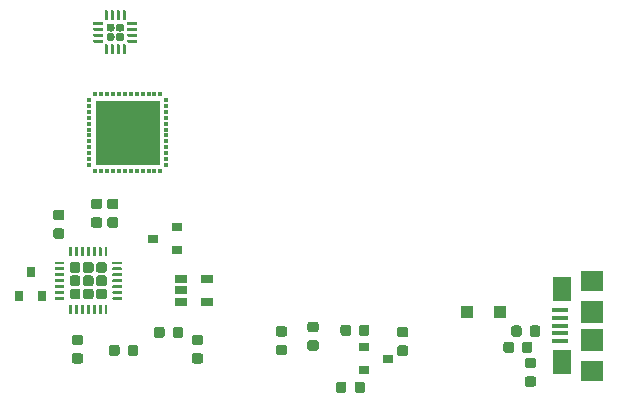
<source format=gbr>
G04 #@! TF.GenerationSoftware,KiCad,Pcbnew,(5.0.1)-3*
G04 #@! TF.CreationDate,2019-11-22T16:36:38-05:00*
G04 #@! TF.ProjectId,SmartWatch,536D61727457617463682E6B69636164,rev?*
G04 #@! TF.SameCoordinates,Original*
G04 #@! TF.FileFunction,Paste,Bot*
G04 #@! TF.FilePolarity,Positive*
%FSLAX46Y46*%
G04 Gerber Fmt 4.6, Leading zero omitted, Abs format (unit mm)*
G04 Created by KiCad (PCBNEW (5.0.1)-3) date 11/22/2019 4:36:38 PM*
%MOMM*%
%LPD*%
G01*
G04 APERTURE LIST*
%ADD10C,0.100000*%
%ADD11R,1.350000X0.400000*%
%ADD12R,1.600000X2.100000*%
%ADD13R,1.900000X1.800000*%
%ADD14R,1.900000X1.900000*%
%ADD15C,0.900000*%
%ADD16C,0.250000*%
%ADD17R,0.450000X0.350000*%
%ADD18R,0.350000X0.450000*%
%ADD19R,5.400000X5.400000*%
%ADD20R,1.100000X1.100000*%
%ADD21C,0.875000*%
%ADD22R,0.900000X0.800000*%
%ADD23R,0.800000X0.900000*%
%ADD24R,1.060000X0.650000*%
%ADD25C,0.640000*%
G04 APERTURE END LIST*
D10*
G04 #@! TO.C,U12*
G36*
X195924200Y-96183400D02*
X197834200Y-96183400D01*
X197834200Y-94273400D01*
X195924200Y-94273400D01*
X195924200Y-96183400D01*
G37*
G36*
X193224200Y-96183400D02*
X195134200Y-96183400D01*
X195134200Y-94273400D01*
X193224200Y-94273400D01*
X193224200Y-96183400D01*
G37*
G36*
X193224200Y-93483400D02*
X195134200Y-93483400D01*
X195134200Y-91573400D01*
X193224200Y-91573400D01*
X193224200Y-93483400D01*
G37*
G36*
X195924200Y-93483400D02*
X197834200Y-93483400D01*
X197834200Y-91573400D01*
X195924200Y-91573400D01*
X195924200Y-93483400D01*
G37*
G04 #@! TD*
D11*
G04 #@! TO.C,J1*
X232156000Y-110236000D03*
X232156000Y-109586000D03*
X232156000Y-110886000D03*
X232156000Y-108936000D03*
X232156000Y-111536000D03*
D12*
X232281000Y-107136000D03*
X232281000Y-113336000D03*
D13*
X234831000Y-106436000D03*
X234831000Y-114036000D03*
D14*
X234831000Y-109036000D03*
X234831000Y-111436000D03*
G04 #@! TD*
D10*
G04 #@! TO.C,U10*
G36*
X193543454Y-104857083D02*
X193565295Y-104860323D01*
X193586714Y-104865688D01*
X193607504Y-104873127D01*
X193627464Y-104882568D01*
X193646403Y-104893919D01*
X193664138Y-104907073D01*
X193680499Y-104921901D01*
X193695327Y-104938262D01*
X193708481Y-104955997D01*
X193719832Y-104974936D01*
X193729273Y-104994896D01*
X193736712Y-105015686D01*
X193742077Y-105037105D01*
X193745317Y-105058946D01*
X193746400Y-105081000D01*
X193746400Y-105531000D01*
X193745317Y-105553054D01*
X193742077Y-105574895D01*
X193736712Y-105596314D01*
X193729273Y-105617104D01*
X193719832Y-105637064D01*
X193708481Y-105656003D01*
X193695327Y-105673738D01*
X193680499Y-105690099D01*
X193664138Y-105704927D01*
X193646403Y-105718081D01*
X193627464Y-105729432D01*
X193607504Y-105738873D01*
X193586714Y-105746312D01*
X193565295Y-105751677D01*
X193543454Y-105754917D01*
X193521400Y-105756000D01*
X193071400Y-105756000D01*
X193049346Y-105754917D01*
X193027505Y-105751677D01*
X193006086Y-105746312D01*
X192985296Y-105738873D01*
X192965336Y-105729432D01*
X192946397Y-105718081D01*
X192928662Y-105704927D01*
X192912301Y-105690099D01*
X192897473Y-105673738D01*
X192884319Y-105656003D01*
X192872968Y-105637064D01*
X192863527Y-105617104D01*
X192856088Y-105596314D01*
X192850723Y-105574895D01*
X192847483Y-105553054D01*
X192846400Y-105531000D01*
X192846400Y-105081000D01*
X192847483Y-105058946D01*
X192850723Y-105037105D01*
X192856088Y-105015686D01*
X192863527Y-104994896D01*
X192872968Y-104974936D01*
X192884319Y-104955997D01*
X192897473Y-104938262D01*
X192912301Y-104921901D01*
X192928662Y-104907073D01*
X192946397Y-104893919D01*
X192965336Y-104882568D01*
X192985296Y-104873127D01*
X193006086Y-104865688D01*
X193027505Y-104860323D01*
X193049346Y-104857083D01*
X193071400Y-104856000D01*
X193521400Y-104856000D01*
X193543454Y-104857083D01*
X193543454Y-104857083D01*
G37*
D15*
X193296400Y-105306000D03*
D10*
G36*
X193543454Y-105977083D02*
X193565295Y-105980323D01*
X193586714Y-105985688D01*
X193607504Y-105993127D01*
X193627464Y-106002568D01*
X193646403Y-106013919D01*
X193664138Y-106027073D01*
X193680499Y-106041901D01*
X193695327Y-106058262D01*
X193708481Y-106075997D01*
X193719832Y-106094936D01*
X193729273Y-106114896D01*
X193736712Y-106135686D01*
X193742077Y-106157105D01*
X193745317Y-106178946D01*
X193746400Y-106201000D01*
X193746400Y-106651000D01*
X193745317Y-106673054D01*
X193742077Y-106694895D01*
X193736712Y-106716314D01*
X193729273Y-106737104D01*
X193719832Y-106757064D01*
X193708481Y-106776003D01*
X193695327Y-106793738D01*
X193680499Y-106810099D01*
X193664138Y-106824927D01*
X193646403Y-106838081D01*
X193627464Y-106849432D01*
X193607504Y-106858873D01*
X193586714Y-106866312D01*
X193565295Y-106871677D01*
X193543454Y-106874917D01*
X193521400Y-106876000D01*
X193071400Y-106876000D01*
X193049346Y-106874917D01*
X193027505Y-106871677D01*
X193006086Y-106866312D01*
X192985296Y-106858873D01*
X192965336Y-106849432D01*
X192946397Y-106838081D01*
X192928662Y-106824927D01*
X192912301Y-106810099D01*
X192897473Y-106793738D01*
X192884319Y-106776003D01*
X192872968Y-106757064D01*
X192863527Y-106737104D01*
X192856088Y-106716314D01*
X192850723Y-106694895D01*
X192847483Y-106673054D01*
X192846400Y-106651000D01*
X192846400Y-106201000D01*
X192847483Y-106178946D01*
X192850723Y-106157105D01*
X192856088Y-106135686D01*
X192863527Y-106114896D01*
X192872968Y-106094936D01*
X192884319Y-106075997D01*
X192897473Y-106058262D01*
X192912301Y-106041901D01*
X192928662Y-106027073D01*
X192946397Y-106013919D01*
X192965336Y-106002568D01*
X192985296Y-105993127D01*
X193006086Y-105985688D01*
X193027505Y-105980323D01*
X193049346Y-105977083D01*
X193071400Y-105976000D01*
X193521400Y-105976000D01*
X193543454Y-105977083D01*
X193543454Y-105977083D01*
G37*
D15*
X193296400Y-106426000D03*
D10*
G36*
X193543454Y-107097083D02*
X193565295Y-107100323D01*
X193586714Y-107105688D01*
X193607504Y-107113127D01*
X193627464Y-107122568D01*
X193646403Y-107133919D01*
X193664138Y-107147073D01*
X193680499Y-107161901D01*
X193695327Y-107178262D01*
X193708481Y-107195997D01*
X193719832Y-107214936D01*
X193729273Y-107234896D01*
X193736712Y-107255686D01*
X193742077Y-107277105D01*
X193745317Y-107298946D01*
X193746400Y-107321000D01*
X193746400Y-107771000D01*
X193745317Y-107793054D01*
X193742077Y-107814895D01*
X193736712Y-107836314D01*
X193729273Y-107857104D01*
X193719832Y-107877064D01*
X193708481Y-107896003D01*
X193695327Y-107913738D01*
X193680499Y-107930099D01*
X193664138Y-107944927D01*
X193646403Y-107958081D01*
X193627464Y-107969432D01*
X193607504Y-107978873D01*
X193586714Y-107986312D01*
X193565295Y-107991677D01*
X193543454Y-107994917D01*
X193521400Y-107996000D01*
X193071400Y-107996000D01*
X193049346Y-107994917D01*
X193027505Y-107991677D01*
X193006086Y-107986312D01*
X192985296Y-107978873D01*
X192965336Y-107969432D01*
X192946397Y-107958081D01*
X192928662Y-107944927D01*
X192912301Y-107930099D01*
X192897473Y-107913738D01*
X192884319Y-107896003D01*
X192872968Y-107877064D01*
X192863527Y-107857104D01*
X192856088Y-107836314D01*
X192850723Y-107814895D01*
X192847483Y-107793054D01*
X192846400Y-107771000D01*
X192846400Y-107321000D01*
X192847483Y-107298946D01*
X192850723Y-107277105D01*
X192856088Y-107255686D01*
X192863527Y-107234896D01*
X192872968Y-107214936D01*
X192884319Y-107195997D01*
X192897473Y-107178262D01*
X192912301Y-107161901D01*
X192928662Y-107147073D01*
X192946397Y-107133919D01*
X192965336Y-107122568D01*
X192985296Y-107113127D01*
X193006086Y-107105688D01*
X193027505Y-107100323D01*
X193049346Y-107097083D01*
X193071400Y-107096000D01*
X193521400Y-107096000D01*
X193543454Y-107097083D01*
X193543454Y-107097083D01*
G37*
D15*
X193296400Y-107546000D03*
D10*
G36*
X192423454Y-104857083D02*
X192445295Y-104860323D01*
X192466714Y-104865688D01*
X192487504Y-104873127D01*
X192507464Y-104882568D01*
X192526403Y-104893919D01*
X192544138Y-104907073D01*
X192560499Y-104921901D01*
X192575327Y-104938262D01*
X192588481Y-104955997D01*
X192599832Y-104974936D01*
X192609273Y-104994896D01*
X192616712Y-105015686D01*
X192622077Y-105037105D01*
X192625317Y-105058946D01*
X192626400Y-105081000D01*
X192626400Y-105531000D01*
X192625317Y-105553054D01*
X192622077Y-105574895D01*
X192616712Y-105596314D01*
X192609273Y-105617104D01*
X192599832Y-105637064D01*
X192588481Y-105656003D01*
X192575327Y-105673738D01*
X192560499Y-105690099D01*
X192544138Y-105704927D01*
X192526403Y-105718081D01*
X192507464Y-105729432D01*
X192487504Y-105738873D01*
X192466714Y-105746312D01*
X192445295Y-105751677D01*
X192423454Y-105754917D01*
X192401400Y-105756000D01*
X191951400Y-105756000D01*
X191929346Y-105754917D01*
X191907505Y-105751677D01*
X191886086Y-105746312D01*
X191865296Y-105738873D01*
X191845336Y-105729432D01*
X191826397Y-105718081D01*
X191808662Y-105704927D01*
X191792301Y-105690099D01*
X191777473Y-105673738D01*
X191764319Y-105656003D01*
X191752968Y-105637064D01*
X191743527Y-105617104D01*
X191736088Y-105596314D01*
X191730723Y-105574895D01*
X191727483Y-105553054D01*
X191726400Y-105531000D01*
X191726400Y-105081000D01*
X191727483Y-105058946D01*
X191730723Y-105037105D01*
X191736088Y-105015686D01*
X191743527Y-104994896D01*
X191752968Y-104974936D01*
X191764319Y-104955997D01*
X191777473Y-104938262D01*
X191792301Y-104921901D01*
X191808662Y-104907073D01*
X191826397Y-104893919D01*
X191845336Y-104882568D01*
X191865296Y-104873127D01*
X191886086Y-104865688D01*
X191907505Y-104860323D01*
X191929346Y-104857083D01*
X191951400Y-104856000D01*
X192401400Y-104856000D01*
X192423454Y-104857083D01*
X192423454Y-104857083D01*
G37*
D15*
X192176400Y-105306000D03*
D10*
G36*
X192423454Y-105977083D02*
X192445295Y-105980323D01*
X192466714Y-105985688D01*
X192487504Y-105993127D01*
X192507464Y-106002568D01*
X192526403Y-106013919D01*
X192544138Y-106027073D01*
X192560499Y-106041901D01*
X192575327Y-106058262D01*
X192588481Y-106075997D01*
X192599832Y-106094936D01*
X192609273Y-106114896D01*
X192616712Y-106135686D01*
X192622077Y-106157105D01*
X192625317Y-106178946D01*
X192626400Y-106201000D01*
X192626400Y-106651000D01*
X192625317Y-106673054D01*
X192622077Y-106694895D01*
X192616712Y-106716314D01*
X192609273Y-106737104D01*
X192599832Y-106757064D01*
X192588481Y-106776003D01*
X192575327Y-106793738D01*
X192560499Y-106810099D01*
X192544138Y-106824927D01*
X192526403Y-106838081D01*
X192507464Y-106849432D01*
X192487504Y-106858873D01*
X192466714Y-106866312D01*
X192445295Y-106871677D01*
X192423454Y-106874917D01*
X192401400Y-106876000D01*
X191951400Y-106876000D01*
X191929346Y-106874917D01*
X191907505Y-106871677D01*
X191886086Y-106866312D01*
X191865296Y-106858873D01*
X191845336Y-106849432D01*
X191826397Y-106838081D01*
X191808662Y-106824927D01*
X191792301Y-106810099D01*
X191777473Y-106793738D01*
X191764319Y-106776003D01*
X191752968Y-106757064D01*
X191743527Y-106737104D01*
X191736088Y-106716314D01*
X191730723Y-106694895D01*
X191727483Y-106673054D01*
X191726400Y-106651000D01*
X191726400Y-106201000D01*
X191727483Y-106178946D01*
X191730723Y-106157105D01*
X191736088Y-106135686D01*
X191743527Y-106114896D01*
X191752968Y-106094936D01*
X191764319Y-106075997D01*
X191777473Y-106058262D01*
X191792301Y-106041901D01*
X191808662Y-106027073D01*
X191826397Y-106013919D01*
X191845336Y-106002568D01*
X191865296Y-105993127D01*
X191886086Y-105985688D01*
X191907505Y-105980323D01*
X191929346Y-105977083D01*
X191951400Y-105976000D01*
X192401400Y-105976000D01*
X192423454Y-105977083D01*
X192423454Y-105977083D01*
G37*
D15*
X192176400Y-106426000D03*
D10*
G36*
X192423454Y-107097083D02*
X192445295Y-107100323D01*
X192466714Y-107105688D01*
X192487504Y-107113127D01*
X192507464Y-107122568D01*
X192526403Y-107133919D01*
X192544138Y-107147073D01*
X192560499Y-107161901D01*
X192575327Y-107178262D01*
X192588481Y-107195997D01*
X192599832Y-107214936D01*
X192609273Y-107234896D01*
X192616712Y-107255686D01*
X192622077Y-107277105D01*
X192625317Y-107298946D01*
X192626400Y-107321000D01*
X192626400Y-107771000D01*
X192625317Y-107793054D01*
X192622077Y-107814895D01*
X192616712Y-107836314D01*
X192609273Y-107857104D01*
X192599832Y-107877064D01*
X192588481Y-107896003D01*
X192575327Y-107913738D01*
X192560499Y-107930099D01*
X192544138Y-107944927D01*
X192526403Y-107958081D01*
X192507464Y-107969432D01*
X192487504Y-107978873D01*
X192466714Y-107986312D01*
X192445295Y-107991677D01*
X192423454Y-107994917D01*
X192401400Y-107996000D01*
X191951400Y-107996000D01*
X191929346Y-107994917D01*
X191907505Y-107991677D01*
X191886086Y-107986312D01*
X191865296Y-107978873D01*
X191845336Y-107969432D01*
X191826397Y-107958081D01*
X191808662Y-107944927D01*
X191792301Y-107930099D01*
X191777473Y-107913738D01*
X191764319Y-107896003D01*
X191752968Y-107877064D01*
X191743527Y-107857104D01*
X191736088Y-107836314D01*
X191730723Y-107814895D01*
X191727483Y-107793054D01*
X191726400Y-107771000D01*
X191726400Y-107321000D01*
X191727483Y-107298946D01*
X191730723Y-107277105D01*
X191736088Y-107255686D01*
X191743527Y-107234896D01*
X191752968Y-107214936D01*
X191764319Y-107195997D01*
X191777473Y-107178262D01*
X191792301Y-107161901D01*
X191808662Y-107147073D01*
X191826397Y-107133919D01*
X191845336Y-107122568D01*
X191865296Y-107113127D01*
X191886086Y-107105688D01*
X191907505Y-107100323D01*
X191929346Y-107097083D01*
X191951400Y-107096000D01*
X192401400Y-107096000D01*
X192423454Y-107097083D01*
X192423454Y-107097083D01*
G37*
D15*
X192176400Y-107546000D03*
D10*
G36*
X191303454Y-104857083D02*
X191325295Y-104860323D01*
X191346714Y-104865688D01*
X191367504Y-104873127D01*
X191387464Y-104882568D01*
X191406403Y-104893919D01*
X191424138Y-104907073D01*
X191440499Y-104921901D01*
X191455327Y-104938262D01*
X191468481Y-104955997D01*
X191479832Y-104974936D01*
X191489273Y-104994896D01*
X191496712Y-105015686D01*
X191502077Y-105037105D01*
X191505317Y-105058946D01*
X191506400Y-105081000D01*
X191506400Y-105531000D01*
X191505317Y-105553054D01*
X191502077Y-105574895D01*
X191496712Y-105596314D01*
X191489273Y-105617104D01*
X191479832Y-105637064D01*
X191468481Y-105656003D01*
X191455327Y-105673738D01*
X191440499Y-105690099D01*
X191424138Y-105704927D01*
X191406403Y-105718081D01*
X191387464Y-105729432D01*
X191367504Y-105738873D01*
X191346714Y-105746312D01*
X191325295Y-105751677D01*
X191303454Y-105754917D01*
X191281400Y-105756000D01*
X190831400Y-105756000D01*
X190809346Y-105754917D01*
X190787505Y-105751677D01*
X190766086Y-105746312D01*
X190745296Y-105738873D01*
X190725336Y-105729432D01*
X190706397Y-105718081D01*
X190688662Y-105704927D01*
X190672301Y-105690099D01*
X190657473Y-105673738D01*
X190644319Y-105656003D01*
X190632968Y-105637064D01*
X190623527Y-105617104D01*
X190616088Y-105596314D01*
X190610723Y-105574895D01*
X190607483Y-105553054D01*
X190606400Y-105531000D01*
X190606400Y-105081000D01*
X190607483Y-105058946D01*
X190610723Y-105037105D01*
X190616088Y-105015686D01*
X190623527Y-104994896D01*
X190632968Y-104974936D01*
X190644319Y-104955997D01*
X190657473Y-104938262D01*
X190672301Y-104921901D01*
X190688662Y-104907073D01*
X190706397Y-104893919D01*
X190725336Y-104882568D01*
X190745296Y-104873127D01*
X190766086Y-104865688D01*
X190787505Y-104860323D01*
X190809346Y-104857083D01*
X190831400Y-104856000D01*
X191281400Y-104856000D01*
X191303454Y-104857083D01*
X191303454Y-104857083D01*
G37*
D15*
X191056400Y-105306000D03*
D10*
G36*
X191303454Y-105977083D02*
X191325295Y-105980323D01*
X191346714Y-105985688D01*
X191367504Y-105993127D01*
X191387464Y-106002568D01*
X191406403Y-106013919D01*
X191424138Y-106027073D01*
X191440499Y-106041901D01*
X191455327Y-106058262D01*
X191468481Y-106075997D01*
X191479832Y-106094936D01*
X191489273Y-106114896D01*
X191496712Y-106135686D01*
X191502077Y-106157105D01*
X191505317Y-106178946D01*
X191506400Y-106201000D01*
X191506400Y-106651000D01*
X191505317Y-106673054D01*
X191502077Y-106694895D01*
X191496712Y-106716314D01*
X191489273Y-106737104D01*
X191479832Y-106757064D01*
X191468481Y-106776003D01*
X191455327Y-106793738D01*
X191440499Y-106810099D01*
X191424138Y-106824927D01*
X191406403Y-106838081D01*
X191387464Y-106849432D01*
X191367504Y-106858873D01*
X191346714Y-106866312D01*
X191325295Y-106871677D01*
X191303454Y-106874917D01*
X191281400Y-106876000D01*
X190831400Y-106876000D01*
X190809346Y-106874917D01*
X190787505Y-106871677D01*
X190766086Y-106866312D01*
X190745296Y-106858873D01*
X190725336Y-106849432D01*
X190706397Y-106838081D01*
X190688662Y-106824927D01*
X190672301Y-106810099D01*
X190657473Y-106793738D01*
X190644319Y-106776003D01*
X190632968Y-106757064D01*
X190623527Y-106737104D01*
X190616088Y-106716314D01*
X190610723Y-106694895D01*
X190607483Y-106673054D01*
X190606400Y-106651000D01*
X190606400Y-106201000D01*
X190607483Y-106178946D01*
X190610723Y-106157105D01*
X190616088Y-106135686D01*
X190623527Y-106114896D01*
X190632968Y-106094936D01*
X190644319Y-106075997D01*
X190657473Y-106058262D01*
X190672301Y-106041901D01*
X190688662Y-106027073D01*
X190706397Y-106013919D01*
X190725336Y-106002568D01*
X190745296Y-105993127D01*
X190766086Y-105985688D01*
X190787505Y-105980323D01*
X190809346Y-105977083D01*
X190831400Y-105976000D01*
X191281400Y-105976000D01*
X191303454Y-105977083D01*
X191303454Y-105977083D01*
G37*
D15*
X191056400Y-106426000D03*
D10*
G36*
X191303454Y-107097083D02*
X191325295Y-107100323D01*
X191346714Y-107105688D01*
X191367504Y-107113127D01*
X191387464Y-107122568D01*
X191406403Y-107133919D01*
X191424138Y-107147073D01*
X191440499Y-107161901D01*
X191455327Y-107178262D01*
X191468481Y-107195997D01*
X191479832Y-107214936D01*
X191489273Y-107234896D01*
X191496712Y-107255686D01*
X191502077Y-107277105D01*
X191505317Y-107298946D01*
X191506400Y-107321000D01*
X191506400Y-107771000D01*
X191505317Y-107793054D01*
X191502077Y-107814895D01*
X191496712Y-107836314D01*
X191489273Y-107857104D01*
X191479832Y-107877064D01*
X191468481Y-107896003D01*
X191455327Y-107913738D01*
X191440499Y-107930099D01*
X191424138Y-107944927D01*
X191406403Y-107958081D01*
X191387464Y-107969432D01*
X191367504Y-107978873D01*
X191346714Y-107986312D01*
X191325295Y-107991677D01*
X191303454Y-107994917D01*
X191281400Y-107996000D01*
X190831400Y-107996000D01*
X190809346Y-107994917D01*
X190787505Y-107991677D01*
X190766086Y-107986312D01*
X190745296Y-107978873D01*
X190725336Y-107969432D01*
X190706397Y-107958081D01*
X190688662Y-107944927D01*
X190672301Y-107930099D01*
X190657473Y-107913738D01*
X190644319Y-107896003D01*
X190632968Y-107877064D01*
X190623527Y-107857104D01*
X190616088Y-107836314D01*
X190610723Y-107814895D01*
X190607483Y-107793054D01*
X190606400Y-107771000D01*
X190606400Y-107321000D01*
X190607483Y-107298946D01*
X190610723Y-107277105D01*
X190616088Y-107255686D01*
X190623527Y-107234896D01*
X190632968Y-107214936D01*
X190644319Y-107195997D01*
X190657473Y-107178262D01*
X190672301Y-107161901D01*
X190688662Y-107147073D01*
X190706397Y-107133919D01*
X190725336Y-107122568D01*
X190745296Y-107113127D01*
X190766086Y-107105688D01*
X190787505Y-107100323D01*
X190809346Y-107097083D01*
X190831400Y-107096000D01*
X191281400Y-107096000D01*
X191303454Y-107097083D01*
X191303454Y-107097083D01*
G37*
D15*
X191056400Y-107546000D03*
D10*
G36*
X194970026Y-104801301D02*
X194976093Y-104802201D01*
X194982043Y-104803691D01*
X194987818Y-104805758D01*
X194993362Y-104808380D01*
X194998623Y-104811533D01*
X195003550Y-104815187D01*
X195008094Y-104819306D01*
X195012213Y-104823850D01*
X195015867Y-104828777D01*
X195019020Y-104834038D01*
X195021642Y-104839582D01*
X195023709Y-104845357D01*
X195025199Y-104851307D01*
X195026099Y-104857374D01*
X195026400Y-104863500D01*
X195026400Y-104988500D01*
X195026099Y-104994626D01*
X195025199Y-105000693D01*
X195023709Y-105006643D01*
X195021642Y-105012418D01*
X195019020Y-105017962D01*
X195015867Y-105023223D01*
X195012213Y-105028150D01*
X195008094Y-105032694D01*
X195003550Y-105036813D01*
X194998623Y-105040467D01*
X194993362Y-105043620D01*
X194987818Y-105046242D01*
X194982043Y-105048309D01*
X194976093Y-105049799D01*
X194970026Y-105050699D01*
X194963900Y-105051000D01*
X194288900Y-105051000D01*
X194282774Y-105050699D01*
X194276707Y-105049799D01*
X194270757Y-105048309D01*
X194264982Y-105046242D01*
X194259438Y-105043620D01*
X194254177Y-105040467D01*
X194249250Y-105036813D01*
X194244706Y-105032694D01*
X194240587Y-105028150D01*
X194236933Y-105023223D01*
X194233780Y-105017962D01*
X194231158Y-105012418D01*
X194229091Y-105006643D01*
X194227601Y-105000693D01*
X194226701Y-104994626D01*
X194226400Y-104988500D01*
X194226400Y-104863500D01*
X194226701Y-104857374D01*
X194227601Y-104851307D01*
X194229091Y-104845357D01*
X194231158Y-104839582D01*
X194233780Y-104834038D01*
X194236933Y-104828777D01*
X194240587Y-104823850D01*
X194244706Y-104819306D01*
X194249250Y-104815187D01*
X194254177Y-104811533D01*
X194259438Y-104808380D01*
X194264982Y-104805758D01*
X194270757Y-104803691D01*
X194276707Y-104802201D01*
X194282774Y-104801301D01*
X194288900Y-104801000D01*
X194963900Y-104801000D01*
X194970026Y-104801301D01*
X194970026Y-104801301D01*
G37*
D16*
X194626400Y-104926000D03*
D10*
G36*
X194970026Y-105301301D02*
X194976093Y-105302201D01*
X194982043Y-105303691D01*
X194987818Y-105305758D01*
X194993362Y-105308380D01*
X194998623Y-105311533D01*
X195003550Y-105315187D01*
X195008094Y-105319306D01*
X195012213Y-105323850D01*
X195015867Y-105328777D01*
X195019020Y-105334038D01*
X195021642Y-105339582D01*
X195023709Y-105345357D01*
X195025199Y-105351307D01*
X195026099Y-105357374D01*
X195026400Y-105363500D01*
X195026400Y-105488500D01*
X195026099Y-105494626D01*
X195025199Y-105500693D01*
X195023709Y-105506643D01*
X195021642Y-105512418D01*
X195019020Y-105517962D01*
X195015867Y-105523223D01*
X195012213Y-105528150D01*
X195008094Y-105532694D01*
X195003550Y-105536813D01*
X194998623Y-105540467D01*
X194993362Y-105543620D01*
X194987818Y-105546242D01*
X194982043Y-105548309D01*
X194976093Y-105549799D01*
X194970026Y-105550699D01*
X194963900Y-105551000D01*
X194288900Y-105551000D01*
X194282774Y-105550699D01*
X194276707Y-105549799D01*
X194270757Y-105548309D01*
X194264982Y-105546242D01*
X194259438Y-105543620D01*
X194254177Y-105540467D01*
X194249250Y-105536813D01*
X194244706Y-105532694D01*
X194240587Y-105528150D01*
X194236933Y-105523223D01*
X194233780Y-105517962D01*
X194231158Y-105512418D01*
X194229091Y-105506643D01*
X194227601Y-105500693D01*
X194226701Y-105494626D01*
X194226400Y-105488500D01*
X194226400Y-105363500D01*
X194226701Y-105357374D01*
X194227601Y-105351307D01*
X194229091Y-105345357D01*
X194231158Y-105339582D01*
X194233780Y-105334038D01*
X194236933Y-105328777D01*
X194240587Y-105323850D01*
X194244706Y-105319306D01*
X194249250Y-105315187D01*
X194254177Y-105311533D01*
X194259438Y-105308380D01*
X194264982Y-105305758D01*
X194270757Y-105303691D01*
X194276707Y-105302201D01*
X194282774Y-105301301D01*
X194288900Y-105301000D01*
X194963900Y-105301000D01*
X194970026Y-105301301D01*
X194970026Y-105301301D01*
G37*
D16*
X194626400Y-105426000D03*
D10*
G36*
X194970026Y-105801301D02*
X194976093Y-105802201D01*
X194982043Y-105803691D01*
X194987818Y-105805758D01*
X194993362Y-105808380D01*
X194998623Y-105811533D01*
X195003550Y-105815187D01*
X195008094Y-105819306D01*
X195012213Y-105823850D01*
X195015867Y-105828777D01*
X195019020Y-105834038D01*
X195021642Y-105839582D01*
X195023709Y-105845357D01*
X195025199Y-105851307D01*
X195026099Y-105857374D01*
X195026400Y-105863500D01*
X195026400Y-105988500D01*
X195026099Y-105994626D01*
X195025199Y-106000693D01*
X195023709Y-106006643D01*
X195021642Y-106012418D01*
X195019020Y-106017962D01*
X195015867Y-106023223D01*
X195012213Y-106028150D01*
X195008094Y-106032694D01*
X195003550Y-106036813D01*
X194998623Y-106040467D01*
X194993362Y-106043620D01*
X194987818Y-106046242D01*
X194982043Y-106048309D01*
X194976093Y-106049799D01*
X194970026Y-106050699D01*
X194963900Y-106051000D01*
X194288900Y-106051000D01*
X194282774Y-106050699D01*
X194276707Y-106049799D01*
X194270757Y-106048309D01*
X194264982Y-106046242D01*
X194259438Y-106043620D01*
X194254177Y-106040467D01*
X194249250Y-106036813D01*
X194244706Y-106032694D01*
X194240587Y-106028150D01*
X194236933Y-106023223D01*
X194233780Y-106017962D01*
X194231158Y-106012418D01*
X194229091Y-106006643D01*
X194227601Y-106000693D01*
X194226701Y-105994626D01*
X194226400Y-105988500D01*
X194226400Y-105863500D01*
X194226701Y-105857374D01*
X194227601Y-105851307D01*
X194229091Y-105845357D01*
X194231158Y-105839582D01*
X194233780Y-105834038D01*
X194236933Y-105828777D01*
X194240587Y-105823850D01*
X194244706Y-105819306D01*
X194249250Y-105815187D01*
X194254177Y-105811533D01*
X194259438Y-105808380D01*
X194264982Y-105805758D01*
X194270757Y-105803691D01*
X194276707Y-105802201D01*
X194282774Y-105801301D01*
X194288900Y-105801000D01*
X194963900Y-105801000D01*
X194970026Y-105801301D01*
X194970026Y-105801301D01*
G37*
D16*
X194626400Y-105926000D03*
D10*
G36*
X194970026Y-106301301D02*
X194976093Y-106302201D01*
X194982043Y-106303691D01*
X194987818Y-106305758D01*
X194993362Y-106308380D01*
X194998623Y-106311533D01*
X195003550Y-106315187D01*
X195008094Y-106319306D01*
X195012213Y-106323850D01*
X195015867Y-106328777D01*
X195019020Y-106334038D01*
X195021642Y-106339582D01*
X195023709Y-106345357D01*
X195025199Y-106351307D01*
X195026099Y-106357374D01*
X195026400Y-106363500D01*
X195026400Y-106488500D01*
X195026099Y-106494626D01*
X195025199Y-106500693D01*
X195023709Y-106506643D01*
X195021642Y-106512418D01*
X195019020Y-106517962D01*
X195015867Y-106523223D01*
X195012213Y-106528150D01*
X195008094Y-106532694D01*
X195003550Y-106536813D01*
X194998623Y-106540467D01*
X194993362Y-106543620D01*
X194987818Y-106546242D01*
X194982043Y-106548309D01*
X194976093Y-106549799D01*
X194970026Y-106550699D01*
X194963900Y-106551000D01*
X194288900Y-106551000D01*
X194282774Y-106550699D01*
X194276707Y-106549799D01*
X194270757Y-106548309D01*
X194264982Y-106546242D01*
X194259438Y-106543620D01*
X194254177Y-106540467D01*
X194249250Y-106536813D01*
X194244706Y-106532694D01*
X194240587Y-106528150D01*
X194236933Y-106523223D01*
X194233780Y-106517962D01*
X194231158Y-106512418D01*
X194229091Y-106506643D01*
X194227601Y-106500693D01*
X194226701Y-106494626D01*
X194226400Y-106488500D01*
X194226400Y-106363500D01*
X194226701Y-106357374D01*
X194227601Y-106351307D01*
X194229091Y-106345357D01*
X194231158Y-106339582D01*
X194233780Y-106334038D01*
X194236933Y-106328777D01*
X194240587Y-106323850D01*
X194244706Y-106319306D01*
X194249250Y-106315187D01*
X194254177Y-106311533D01*
X194259438Y-106308380D01*
X194264982Y-106305758D01*
X194270757Y-106303691D01*
X194276707Y-106302201D01*
X194282774Y-106301301D01*
X194288900Y-106301000D01*
X194963900Y-106301000D01*
X194970026Y-106301301D01*
X194970026Y-106301301D01*
G37*
D16*
X194626400Y-106426000D03*
D10*
G36*
X194970026Y-106801301D02*
X194976093Y-106802201D01*
X194982043Y-106803691D01*
X194987818Y-106805758D01*
X194993362Y-106808380D01*
X194998623Y-106811533D01*
X195003550Y-106815187D01*
X195008094Y-106819306D01*
X195012213Y-106823850D01*
X195015867Y-106828777D01*
X195019020Y-106834038D01*
X195021642Y-106839582D01*
X195023709Y-106845357D01*
X195025199Y-106851307D01*
X195026099Y-106857374D01*
X195026400Y-106863500D01*
X195026400Y-106988500D01*
X195026099Y-106994626D01*
X195025199Y-107000693D01*
X195023709Y-107006643D01*
X195021642Y-107012418D01*
X195019020Y-107017962D01*
X195015867Y-107023223D01*
X195012213Y-107028150D01*
X195008094Y-107032694D01*
X195003550Y-107036813D01*
X194998623Y-107040467D01*
X194993362Y-107043620D01*
X194987818Y-107046242D01*
X194982043Y-107048309D01*
X194976093Y-107049799D01*
X194970026Y-107050699D01*
X194963900Y-107051000D01*
X194288900Y-107051000D01*
X194282774Y-107050699D01*
X194276707Y-107049799D01*
X194270757Y-107048309D01*
X194264982Y-107046242D01*
X194259438Y-107043620D01*
X194254177Y-107040467D01*
X194249250Y-107036813D01*
X194244706Y-107032694D01*
X194240587Y-107028150D01*
X194236933Y-107023223D01*
X194233780Y-107017962D01*
X194231158Y-107012418D01*
X194229091Y-107006643D01*
X194227601Y-107000693D01*
X194226701Y-106994626D01*
X194226400Y-106988500D01*
X194226400Y-106863500D01*
X194226701Y-106857374D01*
X194227601Y-106851307D01*
X194229091Y-106845357D01*
X194231158Y-106839582D01*
X194233780Y-106834038D01*
X194236933Y-106828777D01*
X194240587Y-106823850D01*
X194244706Y-106819306D01*
X194249250Y-106815187D01*
X194254177Y-106811533D01*
X194259438Y-106808380D01*
X194264982Y-106805758D01*
X194270757Y-106803691D01*
X194276707Y-106802201D01*
X194282774Y-106801301D01*
X194288900Y-106801000D01*
X194963900Y-106801000D01*
X194970026Y-106801301D01*
X194970026Y-106801301D01*
G37*
D16*
X194626400Y-106926000D03*
D10*
G36*
X194970026Y-107301301D02*
X194976093Y-107302201D01*
X194982043Y-107303691D01*
X194987818Y-107305758D01*
X194993362Y-107308380D01*
X194998623Y-107311533D01*
X195003550Y-107315187D01*
X195008094Y-107319306D01*
X195012213Y-107323850D01*
X195015867Y-107328777D01*
X195019020Y-107334038D01*
X195021642Y-107339582D01*
X195023709Y-107345357D01*
X195025199Y-107351307D01*
X195026099Y-107357374D01*
X195026400Y-107363500D01*
X195026400Y-107488500D01*
X195026099Y-107494626D01*
X195025199Y-107500693D01*
X195023709Y-107506643D01*
X195021642Y-107512418D01*
X195019020Y-107517962D01*
X195015867Y-107523223D01*
X195012213Y-107528150D01*
X195008094Y-107532694D01*
X195003550Y-107536813D01*
X194998623Y-107540467D01*
X194993362Y-107543620D01*
X194987818Y-107546242D01*
X194982043Y-107548309D01*
X194976093Y-107549799D01*
X194970026Y-107550699D01*
X194963900Y-107551000D01*
X194288900Y-107551000D01*
X194282774Y-107550699D01*
X194276707Y-107549799D01*
X194270757Y-107548309D01*
X194264982Y-107546242D01*
X194259438Y-107543620D01*
X194254177Y-107540467D01*
X194249250Y-107536813D01*
X194244706Y-107532694D01*
X194240587Y-107528150D01*
X194236933Y-107523223D01*
X194233780Y-107517962D01*
X194231158Y-107512418D01*
X194229091Y-107506643D01*
X194227601Y-107500693D01*
X194226701Y-107494626D01*
X194226400Y-107488500D01*
X194226400Y-107363500D01*
X194226701Y-107357374D01*
X194227601Y-107351307D01*
X194229091Y-107345357D01*
X194231158Y-107339582D01*
X194233780Y-107334038D01*
X194236933Y-107328777D01*
X194240587Y-107323850D01*
X194244706Y-107319306D01*
X194249250Y-107315187D01*
X194254177Y-107311533D01*
X194259438Y-107308380D01*
X194264982Y-107305758D01*
X194270757Y-107303691D01*
X194276707Y-107302201D01*
X194282774Y-107301301D01*
X194288900Y-107301000D01*
X194963900Y-107301000D01*
X194970026Y-107301301D01*
X194970026Y-107301301D01*
G37*
D16*
X194626400Y-107426000D03*
D10*
G36*
X194970026Y-107801301D02*
X194976093Y-107802201D01*
X194982043Y-107803691D01*
X194987818Y-107805758D01*
X194993362Y-107808380D01*
X194998623Y-107811533D01*
X195003550Y-107815187D01*
X195008094Y-107819306D01*
X195012213Y-107823850D01*
X195015867Y-107828777D01*
X195019020Y-107834038D01*
X195021642Y-107839582D01*
X195023709Y-107845357D01*
X195025199Y-107851307D01*
X195026099Y-107857374D01*
X195026400Y-107863500D01*
X195026400Y-107988500D01*
X195026099Y-107994626D01*
X195025199Y-108000693D01*
X195023709Y-108006643D01*
X195021642Y-108012418D01*
X195019020Y-108017962D01*
X195015867Y-108023223D01*
X195012213Y-108028150D01*
X195008094Y-108032694D01*
X195003550Y-108036813D01*
X194998623Y-108040467D01*
X194993362Y-108043620D01*
X194987818Y-108046242D01*
X194982043Y-108048309D01*
X194976093Y-108049799D01*
X194970026Y-108050699D01*
X194963900Y-108051000D01*
X194288900Y-108051000D01*
X194282774Y-108050699D01*
X194276707Y-108049799D01*
X194270757Y-108048309D01*
X194264982Y-108046242D01*
X194259438Y-108043620D01*
X194254177Y-108040467D01*
X194249250Y-108036813D01*
X194244706Y-108032694D01*
X194240587Y-108028150D01*
X194236933Y-108023223D01*
X194233780Y-108017962D01*
X194231158Y-108012418D01*
X194229091Y-108006643D01*
X194227601Y-108000693D01*
X194226701Y-107994626D01*
X194226400Y-107988500D01*
X194226400Y-107863500D01*
X194226701Y-107857374D01*
X194227601Y-107851307D01*
X194229091Y-107845357D01*
X194231158Y-107839582D01*
X194233780Y-107834038D01*
X194236933Y-107828777D01*
X194240587Y-107823850D01*
X194244706Y-107819306D01*
X194249250Y-107815187D01*
X194254177Y-107811533D01*
X194259438Y-107808380D01*
X194264982Y-107805758D01*
X194270757Y-107803691D01*
X194276707Y-107802201D01*
X194282774Y-107801301D01*
X194288900Y-107801000D01*
X194963900Y-107801000D01*
X194970026Y-107801301D01*
X194970026Y-107801301D01*
G37*
D16*
X194626400Y-107926000D03*
D10*
G36*
X193745026Y-108476301D02*
X193751093Y-108477201D01*
X193757043Y-108478691D01*
X193762818Y-108480758D01*
X193768362Y-108483380D01*
X193773623Y-108486533D01*
X193778550Y-108490187D01*
X193783094Y-108494306D01*
X193787213Y-108498850D01*
X193790867Y-108503777D01*
X193794020Y-108509038D01*
X193796642Y-108514582D01*
X193798709Y-108520357D01*
X193800199Y-108526307D01*
X193801099Y-108532374D01*
X193801400Y-108538500D01*
X193801400Y-109213500D01*
X193801099Y-109219626D01*
X193800199Y-109225693D01*
X193798709Y-109231643D01*
X193796642Y-109237418D01*
X193794020Y-109242962D01*
X193790867Y-109248223D01*
X193787213Y-109253150D01*
X193783094Y-109257694D01*
X193778550Y-109261813D01*
X193773623Y-109265467D01*
X193768362Y-109268620D01*
X193762818Y-109271242D01*
X193757043Y-109273309D01*
X193751093Y-109274799D01*
X193745026Y-109275699D01*
X193738900Y-109276000D01*
X193613900Y-109276000D01*
X193607774Y-109275699D01*
X193601707Y-109274799D01*
X193595757Y-109273309D01*
X193589982Y-109271242D01*
X193584438Y-109268620D01*
X193579177Y-109265467D01*
X193574250Y-109261813D01*
X193569706Y-109257694D01*
X193565587Y-109253150D01*
X193561933Y-109248223D01*
X193558780Y-109242962D01*
X193556158Y-109237418D01*
X193554091Y-109231643D01*
X193552601Y-109225693D01*
X193551701Y-109219626D01*
X193551400Y-109213500D01*
X193551400Y-108538500D01*
X193551701Y-108532374D01*
X193552601Y-108526307D01*
X193554091Y-108520357D01*
X193556158Y-108514582D01*
X193558780Y-108509038D01*
X193561933Y-108503777D01*
X193565587Y-108498850D01*
X193569706Y-108494306D01*
X193574250Y-108490187D01*
X193579177Y-108486533D01*
X193584438Y-108483380D01*
X193589982Y-108480758D01*
X193595757Y-108478691D01*
X193601707Y-108477201D01*
X193607774Y-108476301D01*
X193613900Y-108476000D01*
X193738900Y-108476000D01*
X193745026Y-108476301D01*
X193745026Y-108476301D01*
G37*
D16*
X193676400Y-108876000D03*
D10*
G36*
X193245026Y-108476301D02*
X193251093Y-108477201D01*
X193257043Y-108478691D01*
X193262818Y-108480758D01*
X193268362Y-108483380D01*
X193273623Y-108486533D01*
X193278550Y-108490187D01*
X193283094Y-108494306D01*
X193287213Y-108498850D01*
X193290867Y-108503777D01*
X193294020Y-108509038D01*
X193296642Y-108514582D01*
X193298709Y-108520357D01*
X193300199Y-108526307D01*
X193301099Y-108532374D01*
X193301400Y-108538500D01*
X193301400Y-109213500D01*
X193301099Y-109219626D01*
X193300199Y-109225693D01*
X193298709Y-109231643D01*
X193296642Y-109237418D01*
X193294020Y-109242962D01*
X193290867Y-109248223D01*
X193287213Y-109253150D01*
X193283094Y-109257694D01*
X193278550Y-109261813D01*
X193273623Y-109265467D01*
X193268362Y-109268620D01*
X193262818Y-109271242D01*
X193257043Y-109273309D01*
X193251093Y-109274799D01*
X193245026Y-109275699D01*
X193238900Y-109276000D01*
X193113900Y-109276000D01*
X193107774Y-109275699D01*
X193101707Y-109274799D01*
X193095757Y-109273309D01*
X193089982Y-109271242D01*
X193084438Y-109268620D01*
X193079177Y-109265467D01*
X193074250Y-109261813D01*
X193069706Y-109257694D01*
X193065587Y-109253150D01*
X193061933Y-109248223D01*
X193058780Y-109242962D01*
X193056158Y-109237418D01*
X193054091Y-109231643D01*
X193052601Y-109225693D01*
X193051701Y-109219626D01*
X193051400Y-109213500D01*
X193051400Y-108538500D01*
X193051701Y-108532374D01*
X193052601Y-108526307D01*
X193054091Y-108520357D01*
X193056158Y-108514582D01*
X193058780Y-108509038D01*
X193061933Y-108503777D01*
X193065587Y-108498850D01*
X193069706Y-108494306D01*
X193074250Y-108490187D01*
X193079177Y-108486533D01*
X193084438Y-108483380D01*
X193089982Y-108480758D01*
X193095757Y-108478691D01*
X193101707Y-108477201D01*
X193107774Y-108476301D01*
X193113900Y-108476000D01*
X193238900Y-108476000D01*
X193245026Y-108476301D01*
X193245026Y-108476301D01*
G37*
D16*
X193176400Y-108876000D03*
D10*
G36*
X192745026Y-108476301D02*
X192751093Y-108477201D01*
X192757043Y-108478691D01*
X192762818Y-108480758D01*
X192768362Y-108483380D01*
X192773623Y-108486533D01*
X192778550Y-108490187D01*
X192783094Y-108494306D01*
X192787213Y-108498850D01*
X192790867Y-108503777D01*
X192794020Y-108509038D01*
X192796642Y-108514582D01*
X192798709Y-108520357D01*
X192800199Y-108526307D01*
X192801099Y-108532374D01*
X192801400Y-108538500D01*
X192801400Y-109213500D01*
X192801099Y-109219626D01*
X192800199Y-109225693D01*
X192798709Y-109231643D01*
X192796642Y-109237418D01*
X192794020Y-109242962D01*
X192790867Y-109248223D01*
X192787213Y-109253150D01*
X192783094Y-109257694D01*
X192778550Y-109261813D01*
X192773623Y-109265467D01*
X192768362Y-109268620D01*
X192762818Y-109271242D01*
X192757043Y-109273309D01*
X192751093Y-109274799D01*
X192745026Y-109275699D01*
X192738900Y-109276000D01*
X192613900Y-109276000D01*
X192607774Y-109275699D01*
X192601707Y-109274799D01*
X192595757Y-109273309D01*
X192589982Y-109271242D01*
X192584438Y-109268620D01*
X192579177Y-109265467D01*
X192574250Y-109261813D01*
X192569706Y-109257694D01*
X192565587Y-109253150D01*
X192561933Y-109248223D01*
X192558780Y-109242962D01*
X192556158Y-109237418D01*
X192554091Y-109231643D01*
X192552601Y-109225693D01*
X192551701Y-109219626D01*
X192551400Y-109213500D01*
X192551400Y-108538500D01*
X192551701Y-108532374D01*
X192552601Y-108526307D01*
X192554091Y-108520357D01*
X192556158Y-108514582D01*
X192558780Y-108509038D01*
X192561933Y-108503777D01*
X192565587Y-108498850D01*
X192569706Y-108494306D01*
X192574250Y-108490187D01*
X192579177Y-108486533D01*
X192584438Y-108483380D01*
X192589982Y-108480758D01*
X192595757Y-108478691D01*
X192601707Y-108477201D01*
X192607774Y-108476301D01*
X192613900Y-108476000D01*
X192738900Y-108476000D01*
X192745026Y-108476301D01*
X192745026Y-108476301D01*
G37*
D16*
X192676400Y-108876000D03*
D10*
G36*
X192245026Y-108476301D02*
X192251093Y-108477201D01*
X192257043Y-108478691D01*
X192262818Y-108480758D01*
X192268362Y-108483380D01*
X192273623Y-108486533D01*
X192278550Y-108490187D01*
X192283094Y-108494306D01*
X192287213Y-108498850D01*
X192290867Y-108503777D01*
X192294020Y-108509038D01*
X192296642Y-108514582D01*
X192298709Y-108520357D01*
X192300199Y-108526307D01*
X192301099Y-108532374D01*
X192301400Y-108538500D01*
X192301400Y-109213500D01*
X192301099Y-109219626D01*
X192300199Y-109225693D01*
X192298709Y-109231643D01*
X192296642Y-109237418D01*
X192294020Y-109242962D01*
X192290867Y-109248223D01*
X192287213Y-109253150D01*
X192283094Y-109257694D01*
X192278550Y-109261813D01*
X192273623Y-109265467D01*
X192268362Y-109268620D01*
X192262818Y-109271242D01*
X192257043Y-109273309D01*
X192251093Y-109274799D01*
X192245026Y-109275699D01*
X192238900Y-109276000D01*
X192113900Y-109276000D01*
X192107774Y-109275699D01*
X192101707Y-109274799D01*
X192095757Y-109273309D01*
X192089982Y-109271242D01*
X192084438Y-109268620D01*
X192079177Y-109265467D01*
X192074250Y-109261813D01*
X192069706Y-109257694D01*
X192065587Y-109253150D01*
X192061933Y-109248223D01*
X192058780Y-109242962D01*
X192056158Y-109237418D01*
X192054091Y-109231643D01*
X192052601Y-109225693D01*
X192051701Y-109219626D01*
X192051400Y-109213500D01*
X192051400Y-108538500D01*
X192051701Y-108532374D01*
X192052601Y-108526307D01*
X192054091Y-108520357D01*
X192056158Y-108514582D01*
X192058780Y-108509038D01*
X192061933Y-108503777D01*
X192065587Y-108498850D01*
X192069706Y-108494306D01*
X192074250Y-108490187D01*
X192079177Y-108486533D01*
X192084438Y-108483380D01*
X192089982Y-108480758D01*
X192095757Y-108478691D01*
X192101707Y-108477201D01*
X192107774Y-108476301D01*
X192113900Y-108476000D01*
X192238900Y-108476000D01*
X192245026Y-108476301D01*
X192245026Y-108476301D01*
G37*
D16*
X192176400Y-108876000D03*
D10*
G36*
X191745026Y-108476301D02*
X191751093Y-108477201D01*
X191757043Y-108478691D01*
X191762818Y-108480758D01*
X191768362Y-108483380D01*
X191773623Y-108486533D01*
X191778550Y-108490187D01*
X191783094Y-108494306D01*
X191787213Y-108498850D01*
X191790867Y-108503777D01*
X191794020Y-108509038D01*
X191796642Y-108514582D01*
X191798709Y-108520357D01*
X191800199Y-108526307D01*
X191801099Y-108532374D01*
X191801400Y-108538500D01*
X191801400Y-109213500D01*
X191801099Y-109219626D01*
X191800199Y-109225693D01*
X191798709Y-109231643D01*
X191796642Y-109237418D01*
X191794020Y-109242962D01*
X191790867Y-109248223D01*
X191787213Y-109253150D01*
X191783094Y-109257694D01*
X191778550Y-109261813D01*
X191773623Y-109265467D01*
X191768362Y-109268620D01*
X191762818Y-109271242D01*
X191757043Y-109273309D01*
X191751093Y-109274799D01*
X191745026Y-109275699D01*
X191738900Y-109276000D01*
X191613900Y-109276000D01*
X191607774Y-109275699D01*
X191601707Y-109274799D01*
X191595757Y-109273309D01*
X191589982Y-109271242D01*
X191584438Y-109268620D01*
X191579177Y-109265467D01*
X191574250Y-109261813D01*
X191569706Y-109257694D01*
X191565587Y-109253150D01*
X191561933Y-109248223D01*
X191558780Y-109242962D01*
X191556158Y-109237418D01*
X191554091Y-109231643D01*
X191552601Y-109225693D01*
X191551701Y-109219626D01*
X191551400Y-109213500D01*
X191551400Y-108538500D01*
X191551701Y-108532374D01*
X191552601Y-108526307D01*
X191554091Y-108520357D01*
X191556158Y-108514582D01*
X191558780Y-108509038D01*
X191561933Y-108503777D01*
X191565587Y-108498850D01*
X191569706Y-108494306D01*
X191574250Y-108490187D01*
X191579177Y-108486533D01*
X191584438Y-108483380D01*
X191589982Y-108480758D01*
X191595757Y-108478691D01*
X191601707Y-108477201D01*
X191607774Y-108476301D01*
X191613900Y-108476000D01*
X191738900Y-108476000D01*
X191745026Y-108476301D01*
X191745026Y-108476301D01*
G37*
D16*
X191676400Y-108876000D03*
D10*
G36*
X191245026Y-108476301D02*
X191251093Y-108477201D01*
X191257043Y-108478691D01*
X191262818Y-108480758D01*
X191268362Y-108483380D01*
X191273623Y-108486533D01*
X191278550Y-108490187D01*
X191283094Y-108494306D01*
X191287213Y-108498850D01*
X191290867Y-108503777D01*
X191294020Y-108509038D01*
X191296642Y-108514582D01*
X191298709Y-108520357D01*
X191300199Y-108526307D01*
X191301099Y-108532374D01*
X191301400Y-108538500D01*
X191301400Y-109213500D01*
X191301099Y-109219626D01*
X191300199Y-109225693D01*
X191298709Y-109231643D01*
X191296642Y-109237418D01*
X191294020Y-109242962D01*
X191290867Y-109248223D01*
X191287213Y-109253150D01*
X191283094Y-109257694D01*
X191278550Y-109261813D01*
X191273623Y-109265467D01*
X191268362Y-109268620D01*
X191262818Y-109271242D01*
X191257043Y-109273309D01*
X191251093Y-109274799D01*
X191245026Y-109275699D01*
X191238900Y-109276000D01*
X191113900Y-109276000D01*
X191107774Y-109275699D01*
X191101707Y-109274799D01*
X191095757Y-109273309D01*
X191089982Y-109271242D01*
X191084438Y-109268620D01*
X191079177Y-109265467D01*
X191074250Y-109261813D01*
X191069706Y-109257694D01*
X191065587Y-109253150D01*
X191061933Y-109248223D01*
X191058780Y-109242962D01*
X191056158Y-109237418D01*
X191054091Y-109231643D01*
X191052601Y-109225693D01*
X191051701Y-109219626D01*
X191051400Y-109213500D01*
X191051400Y-108538500D01*
X191051701Y-108532374D01*
X191052601Y-108526307D01*
X191054091Y-108520357D01*
X191056158Y-108514582D01*
X191058780Y-108509038D01*
X191061933Y-108503777D01*
X191065587Y-108498850D01*
X191069706Y-108494306D01*
X191074250Y-108490187D01*
X191079177Y-108486533D01*
X191084438Y-108483380D01*
X191089982Y-108480758D01*
X191095757Y-108478691D01*
X191101707Y-108477201D01*
X191107774Y-108476301D01*
X191113900Y-108476000D01*
X191238900Y-108476000D01*
X191245026Y-108476301D01*
X191245026Y-108476301D01*
G37*
D16*
X191176400Y-108876000D03*
D10*
G36*
X190745026Y-108476301D02*
X190751093Y-108477201D01*
X190757043Y-108478691D01*
X190762818Y-108480758D01*
X190768362Y-108483380D01*
X190773623Y-108486533D01*
X190778550Y-108490187D01*
X190783094Y-108494306D01*
X190787213Y-108498850D01*
X190790867Y-108503777D01*
X190794020Y-108509038D01*
X190796642Y-108514582D01*
X190798709Y-108520357D01*
X190800199Y-108526307D01*
X190801099Y-108532374D01*
X190801400Y-108538500D01*
X190801400Y-109213500D01*
X190801099Y-109219626D01*
X190800199Y-109225693D01*
X190798709Y-109231643D01*
X190796642Y-109237418D01*
X190794020Y-109242962D01*
X190790867Y-109248223D01*
X190787213Y-109253150D01*
X190783094Y-109257694D01*
X190778550Y-109261813D01*
X190773623Y-109265467D01*
X190768362Y-109268620D01*
X190762818Y-109271242D01*
X190757043Y-109273309D01*
X190751093Y-109274799D01*
X190745026Y-109275699D01*
X190738900Y-109276000D01*
X190613900Y-109276000D01*
X190607774Y-109275699D01*
X190601707Y-109274799D01*
X190595757Y-109273309D01*
X190589982Y-109271242D01*
X190584438Y-109268620D01*
X190579177Y-109265467D01*
X190574250Y-109261813D01*
X190569706Y-109257694D01*
X190565587Y-109253150D01*
X190561933Y-109248223D01*
X190558780Y-109242962D01*
X190556158Y-109237418D01*
X190554091Y-109231643D01*
X190552601Y-109225693D01*
X190551701Y-109219626D01*
X190551400Y-109213500D01*
X190551400Y-108538500D01*
X190551701Y-108532374D01*
X190552601Y-108526307D01*
X190554091Y-108520357D01*
X190556158Y-108514582D01*
X190558780Y-108509038D01*
X190561933Y-108503777D01*
X190565587Y-108498850D01*
X190569706Y-108494306D01*
X190574250Y-108490187D01*
X190579177Y-108486533D01*
X190584438Y-108483380D01*
X190589982Y-108480758D01*
X190595757Y-108478691D01*
X190601707Y-108477201D01*
X190607774Y-108476301D01*
X190613900Y-108476000D01*
X190738900Y-108476000D01*
X190745026Y-108476301D01*
X190745026Y-108476301D01*
G37*
D16*
X190676400Y-108876000D03*
D10*
G36*
X190070026Y-107801301D02*
X190076093Y-107802201D01*
X190082043Y-107803691D01*
X190087818Y-107805758D01*
X190093362Y-107808380D01*
X190098623Y-107811533D01*
X190103550Y-107815187D01*
X190108094Y-107819306D01*
X190112213Y-107823850D01*
X190115867Y-107828777D01*
X190119020Y-107834038D01*
X190121642Y-107839582D01*
X190123709Y-107845357D01*
X190125199Y-107851307D01*
X190126099Y-107857374D01*
X190126400Y-107863500D01*
X190126400Y-107988500D01*
X190126099Y-107994626D01*
X190125199Y-108000693D01*
X190123709Y-108006643D01*
X190121642Y-108012418D01*
X190119020Y-108017962D01*
X190115867Y-108023223D01*
X190112213Y-108028150D01*
X190108094Y-108032694D01*
X190103550Y-108036813D01*
X190098623Y-108040467D01*
X190093362Y-108043620D01*
X190087818Y-108046242D01*
X190082043Y-108048309D01*
X190076093Y-108049799D01*
X190070026Y-108050699D01*
X190063900Y-108051000D01*
X189388900Y-108051000D01*
X189382774Y-108050699D01*
X189376707Y-108049799D01*
X189370757Y-108048309D01*
X189364982Y-108046242D01*
X189359438Y-108043620D01*
X189354177Y-108040467D01*
X189349250Y-108036813D01*
X189344706Y-108032694D01*
X189340587Y-108028150D01*
X189336933Y-108023223D01*
X189333780Y-108017962D01*
X189331158Y-108012418D01*
X189329091Y-108006643D01*
X189327601Y-108000693D01*
X189326701Y-107994626D01*
X189326400Y-107988500D01*
X189326400Y-107863500D01*
X189326701Y-107857374D01*
X189327601Y-107851307D01*
X189329091Y-107845357D01*
X189331158Y-107839582D01*
X189333780Y-107834038D01*
X189336933Y-107828777D01*
X189340587Y-107823850D01*
X189344706Y-107819306D01*
X189349250Y-107815187D01*
X189354177Y-107811533D01*
X189359438Y-107808380D01*
X189364982Y-107805758D01*
X189370757Y-107803691D01*
X189376707Y-107802201D01*
X189382774Y-107801301D01*
X189388900Y-107801000D01*
X190063900Y-107801000D01*
X190070026Y-107801301D01*
X190070026Y-107801301D01*
G37*
D16*
X189726400Y-107926000D03*
D10*
G36*
X190070026Y-107301301D02*
X190076093Y-107302201D01*
X190082043Y-107303691D01*
X190087818Y-107305758D01*
X190093362Y-107308380D01*
X190098623Y-107311533D01*
X190103550Y-107315187D01*
X190108094Y-107319306D01*
X190112213Y-107323850D01*
X190115867Y-107328777D01*
X190119020Y-107334038D01*
X190121642Y-107339582D01*
X190123709Y-107345357D01*
X190125199Y-107351307D01*
X190126099Y-107357374D01*
X190126400Y-107363500D01*
X190126400Y-107488500D01*
X190126099Y-107494626D01*
X190125199Y-107500693D01*
X190123709Y-107506643D01*
X190121642Y-107512418D01*
X190119020Y-107517962D01*
X190115867Y-107523223D01*
X190112213Y-107528150D01*
X190108094Y-107532694D01*
X190103550Y-107536813D01*
X190098623Y-107540467D01*
X190093362Y-107543620D01*
X190087818Y-107546242D01*
X190082043Y-107548309D01*
X190076093Y-107549799D01*
X190070026Y-107550699D01*
X190063900Y-107551000D01*
X189388900Y-107551000D01*
X189382774Y-107550699D01*
X189376707Y-107549799D01*
X189370757Y-107548309D01*
X189364982Y-107546242D01*
X189359438Y-107543620D01*
X189354177Y-107540467D01*
X189349250Y-107536813D01*
X189344706Y-107532694D01*
X189340587Y-107528150D01*
X189336933Y-107523223D01*
X189333780Y-107517962D01*
X189331158Y-107512418D01*
X189329091Y-107506643D01*
X189327601Y-107500693D01*
X189326701Y-107494626D01*
X189326400Y-107488500D01*
X189326400Y-107363500D01*
X189326701Y-107357374D01*
X189327601Y-107351307D01*
X189329091Y-107345357D01*
X189331158Y-107339582D01*
X189333780Y-107334038D01*
X189336933Y-107328777D01*
X189340587Y-107323850D01*
X189344706Y-107319306D01*
X189349250Y-107315187D01*
X189354177Y-107311533D01*
X189359438Y-107308380D01*
X189364982Y-107305758D01*
X189370757Y-107303691D01*
X189376707Y-107302201D01*
X189382774Y-107301301D01*
X189388900Y-107301000D01*
X190063900Y-107301000D01*
X190070026Y-107301301D01*
X190070026Y-107301301D01*
G37*
D16*
X189726400Y-107426000D03*
D10*
G36*
X190070026Y-106801301D02*
X190076093Y-106802201D01*
X190082043Y-106803691D01*
X190087818Y-106805758D01*
X190093362Y-106808380D01*
X190098623Y-106811533D01*
X190103550Y-106815187D01*
X190108094Y-106819306D01*
X190112213Y-106823850D01*
X190115867Y-106828777D01*
X190119020Y-106834038D01*
X190121642Y-106839582D01*
X190123709Y-106845357D01*
X190125199Y-106851307D01*
X190126099Y-106857374D01*
X190126400Y-106863500D01*
X190126400Y-106988500D01*
X190126099Y-106994626D01*
X190125199Y-107000693D01*
X190123709Y-107006643D01*
X190121642Y-107012418D01*
X190119020Y-107017962D01*
X190115867Y-107023223D01*
X190112213Y-107028150D01*
X190108094Y-107032694D01*
X190103550Y-107036813D01*
X190098623Y-107040467D01*
X190093362Y-107043620D01*
X190087818Y-107046242D01*
X190082043Y-107048309D01*
X190076093Y-107049799D01*
X190070026Y-107050699D01*
X190063900Y-107051000D01*
X189388900Y-107051000D01*
X189382774Y-107050699D01*
X189376707Y-107049799D01*
X189370757Y-107048309D01*
X189364982Y-107046242D01*
X189359438Y-107043620D01*
X189354177Y-107040467D01*
X189349250Y-107036813D01*
X189344706Y-107032694D01*
X189340587Y-107028150D01*
X189336933Y-107023223D01*
X189333780Y-107017962D01*
X189331158Y-107012418D01*
X189329091Y-107006643D01*
X189327601Y-107000693D01*
X189326701Y-106994626D01*
X189326400Y-106988500D01*
X189326400Y-106863500D01*
X189326701Y-106857374D01*
X189327601Y-106851307D01*
X189329091Y-106845357D01*
X189331158Y-106839582D01*
X189333780Y-106834038D01*
X189336933Y-106828777D01*
X189340587Y-106823850D01*
X189344706Y-106819306D01*
X189349250Y-106815187D01*
X189354177Y-106811533D01*
X189359438Y-106808380D01*
X189364982Y-106805758D01*
X189370757Y-106803691D01*
X189376707Y-106802201D01*
X189382774Y-106801301D01*
X189388900Y-106801000D01*
X190063900Y-106801000D01*
X190070026Y-106801301D01*
X190070026Y-106801301D01*
G37*
D16*
X189726400Y-106926000D03*
D10*
G36*
X190070026Y-106301301D02*
X190076093Y-106302201D01*
X190082043Y-106303691D01*
X190087818Y-106305758D01*
X190093362Y-106308380D01*
X190098623Y-106311533D01*
X190103550Y-106315187D01*
X190108094Y-106319306D01*
X190112213Y-106323850D01*
X190115867Y-106328777D01*
X190119020Y-106334038D01*
X190121642Y-106339582D01*
X190123709Y-106345357D01*
X190125199Y-106351307D01*
X190126099Y-106357374D01*
X190126400Y-106363500D01*
X190126400Y-106488500D01*
X190126099Y-106494626D01*
X190125199Y-106500693D01*
X190123709Y-106506643D01*
X190121642Y-106512418D01*
X190119020Y-106517962D01*
X190115867Y-106523223D01*
X190112213Y-106528150D01*
X190108094Y-106532694D01*
X190103550Y-106536813D01*
X190098623Y-106540467D01*
X190093362Y-106543620D01*
X190087818Y-106546242D01*
X190082043Y-106548309D01*
X190076093Y-106549799D01*
X190070026Y-106550699D01*
X190063900Y-106551000D01*
X189388900Y-106551000D01*
X189382774Y-106550699D01*
X189376707Y-106549799D01*
X189370757Y-106548309D01*
X189364982Y-106546242D01*
X189359438Y-106543620D01*
X189354177Y-106540467D01*
X189349250Y-106536813D01*
X189344706Y-106532694D01*
X189340587Y-106528150D01*
X189336933Y-106523223D01*
X189333780Y-106517962D01*
X189331158Y-106512418D01*
X189329091Y-106506643D01*
X189327601Y-106500693D01*
X189326701Y-106494626D01*
X189326400Y-106488500D01*
X189326400Y-106363500D01*
X189326701Y-106357374D01*
X189327601Y-106351307D01*
X189329091Y-106345357D01*
X189331158Y-106339582D01*
X189333780Y-106334038D01*
X189336933Y-106328777D01*
X189340587Y-106323850D01*
X189344706Y-106319306D01*
X189349250Y-106315187D01*
X189354177Y-106311533D01*
X189359438Y-106308380D01*
X189364982Y-106305758D01*
X189370757Y-106303691D01*
X189376707Y-106302201D01*
X189382774Y-106301301D01*
X189388900Y-106301000D01*
X190063900Y-106301000D01*
X190070026Y-106301301D01*
X190070026Y-106301301D01*
G37*
D16*
X189726400Y-106426000D03*
D10*
G36*
X190070026Y-105801301D02*
X190076093Y-105802201D01*
X190082043Y-105803691D01*
X190087818Y-105805758D01*
X190093362Y-105808380D01*
X190098623Y-105811533D01*
X190103550Y-105815187D01*
X190108094Y-105819306D01*
X190112213Y-105823850D01*
X190115867Y-105828777D01*
X190119020Y-105834038D01*
X190121642Y-105839582D01*
X190123709Y-105845357D01*
X190125199Y-105851307D01*
X190126099Y-105857374D01*
X190126400Y-105863500D01*
X190126400Y-105988500D01*
X190126099Y-105994626D01*
X190125199Y-106000693D01*
X190123709Y-106006643D01*
X190121642Y-106012418D01*
X190119020Y-106017962D01*
X190115867Y-106023223D01*
X190112213Y-106028150D01*
X190108094Y-106032694D01*
X190103550Y-106036813D01*
X190098623Y-106040467D01*
X190093362Y-106043620D01*
X190087818Y-106046242D01*
X190082043Y-106048309D01*
X190076093Y-106049799D01*
X190070026Y-106050699D01*
X190063900Y-106051000D01*
X189388900Y-106051000D01*
X189382774Y-106050699D01*
X189376707Y-106049799D01*
X189370757Y-106048309D01*
X189364982Y-106046242D01*
X189359438Y-106043620D01*
X189354177Y-106040467D01*
X189349250Y-106036813D01*
X189344706Y-106032694D01*
X189340587Y-106028150D01*
X189336933Y-106023223D01*
X189333780Y-106017962D01*
X189331158Y-106012418D01*
X189329091Y-106006643D01*
X189327601Y-106000693D01*
X189326701Y-105994626D01*
X189326400Y-105988500D01*
X189326400Y-105863500D01*
X189326701Y-105857374D01*
X189327601Y-105851307D01*
X189329091Y-105845357D01*
X189331158Y-105839582D01*
X189333780Y-105834038D01*
X189336933Y-105828777D01*
X189340587Y-105823850D01*
X189344706Y-105819306D01*
X189349250Y-105815187D01*
X189354177Y-105811533D01*
X189359438Y-105808380D01*
X189364982Y-105805758D01*
X189370757Y-105803691D01*
X189376707Y-105802201D01*
X189382774Y-105801301D01*
X189388900Y-105801000D01*
X190063900Y-105801000D01*
X190070026Y-105801301D01*
X190070026Y-105801301D01*
G37*
D16*
X189726400Y-105926000D03*
D10*
G36*
X190070026Y-105301301D02*
X190076093Y-105302201D01*
X190082043Y-105303691D01*
X190087818Y-105305758D01*
X190093362Y-105308380D01*
X190098623Y-105311533D01*
X190103550Y-105315187D01*
X190108094Y-105319306D01*
X190112213Y-105323850D01*
X190115867Y-105328777D01*
X190119020Y-105334038D01*
X190121642Y-105339582D01*
X190123709Y-105345357D01*
X190125199Y-105351307D01*
X190126099Y-105357374D01*
X190126400Y-105363500D01*
X190126400Y-105488500D01*
X190126099Y-105494626D01*
X190125199Y-105500693D01*
X190123709Y-105506643D01*
X190121642Y-105512418D01*
X190119020Y-105517962D01*
X190115867Y-105523223D01*
X190112213Y-105528150D01*
X190108094Y-105532694D01*
X190103550Y-105536813D01*
X190098623Y-105540467D01*
X190093362Y-105543620D01*
X190087818Y-105546242D01*
X190082043Y-105548309D01*
X190076093Y-105549799D01*
X190070026Y-105550699D01*
X190063900Y-105551000D01*
X189388900Y-105551000D01*
X189382774Y-105550699D01*
X189376707Y-105549799D01*
X189370757Y-105548309D01*
X189364982Y-105546242D01*
X189359438Y-105543620D01*
X189354177Y-105540467D01*
X189349250Y-105536813D01*
X189344706Y-105532694D01*
X189340587Y-105528150D01*
X189336933Y-105523223D01*
X189333780Y-105517962D01*
X189331158Y-105512418D01*
X189329091Y-105506643D01*
X189327601Y-105500693D01*
X189326701Y-105494626D01*
X189326400Y-105488500D01*
X189326400Y-105363500D01*
X189326701Y-105357374D01*
X189327601Y-105351307D01*
X189329091Y-105345357D01*
X189331158Y-105339582D01*
X189333780Y-105334038D01*
X189336933Y-105328777D01*
X189340587Y-105323850D01*
X189344706Y-105319306D01*
X189349250Y-105315187D01*
X189354177Y-105311533D01*
X189359438Y-105308380D01*
X189364982Y-105305758D01*
X189370757Y-105303691D01*
X189376707Y-105302201D01*
X189382774Y-105301301D01*
X189388900Y-105301000D01*
X190063900Y-105301000D01*
X190070026Y-105301301D01*
X190070026Y-105301301D01*
G37*
D16*
X189726400Y-105426000D03*
D10*
G36*
X190070026Y-104801301D02*
X190076093Y-104802201D01*
X190082043Y-104803691D01*
X190087818Y-104805758D01*
X190093362Y-104808380D01*
X190098623Y-104811533D01*
X190103550Y-104815187D01*
X190108094Y-104819306D01*
X190112213Y-104823850D01*
X190115867Y-104828777D01*
X190119020Y-104834038D01*
X190121642Y-104839582D01*
X190123709Y-104845357D01*
X190125199Y-104851307D01*
X190126099Y-104857374D01*
X190126400Y-104863500D01*
X190126400Y-104988500D01*
X190126099Y-104994626D01*
X190125199Y-105000693D01*
X190123709Y-105006643D01*
X190121642Y-105012418D01*
X190119020Y-105017962D01*
X190115867Y-105023223D01*
X190112213Y-105028150D01*
X190108094Y-105032694D01*
X190103550Y-105036813D01*
X190098623Y-105040467D01*
X190093362Y-105043620D01*
X190087818Y-105046242D01*
X190082043Y-105048309D01*
X190076093Y-105049799D01*
X190070026Y-105050699D01*
X190063900Y-105051000D01*
X189388900Y-105051000D01*
X189382774Y-105050699D01*
X189376707Y-105049799D01*
X189370757Y-105048309D01*
X189364982Y-105046242D01*
X189359438Y-105043620D01*
X189354177Y-105040467D01*
X189349250Y-105036813D01*
X189344706Y-105032694D01*
X189340587Y-105028150D01*
X189336933Y-105023223D01*
X189333780Y-105017962D01*
X189331158Y-105012418D01*
X189329091Y-105006643D01*
X189327601Y-105000693D01*
X189326701Y-104994626D01*
X189326400Y-104988500D01*
X189326400Y-104863500D01*
X189326701Y-104857374D01*
X189327601Y-104851307D01*
X189329091Y-104845357D01*
X189331158Y-104839582D01*
X189333780Y-104834038D01*
X189336933Y-104828777D01*
X189340587Y-104823850D01*
X189344706Y-104819306D01*
X189349250Y-104815187D01*
X189354177Y-104811533D01*
X189359438Y-104808380D01*
X189364982Y-104805758D01*
X189370757Y-104803691D01*
X189376707Y-104802201D01*
X189382774Y-104801301D01*
X189388900Y-104801000D01*
X190063900Y-104801000D01*
X190070026Y-104801301D01*
X190070026Y-104801301D01*
G37*
D16*
X189726400Y-104926000D03*
D10*
G36*
X190745026Y-103576301D02*
X190751093Y-103577201D01*
X190757043Y-103578691D01*
X190762818Y-103580758D01*
X190768362Y-103583380D01*
X190773623Y-103586533D01*
X190778550Y-103590187D01*
X190783094Y-103594306D01*
X190787213Y-103598850D01*
X190790867Y-103603777D01*
X190794020Y-103609038D01*
X190796642Y-103614582D01*
X190798709Y-103620357D01*
X190800199Y-103626307D01*
X190801099Y-103632374D01*
X190801400Y-103638500D01*
X190801400Y-104313500D01*
X190801099Y-104319626D01*
X190800199Y-104325693D01*
X190798709Y-104331643D01*
X190796642Y-104337418D01*
X190794020Y-104342962D01*
X190790867Y-104348223D01*
X190787213Y-104353150D01*
X190783094Y-104357694D01*
X190778550Y-104361813D01*
X190773623Y-104365467D01*
X190768362Y-104368620D01*
X190762818Y-104371242D01*
X190757043Y-104373309D01*
X190751093Y-104374799D01*
X190745026Y-104375699D01*
X190738900Y-104376000D01*
X190613900Y-104376000D01*
X190607774Y-104375699D01*
X190601707Y-104374799D01*
X190595757Y-104373309D01*
X190589982Y-104371242D01*
X190584438Y-104368620D01*
X190579177Y-104365467D01*
X190574250Y-104361813D01*
X190569706Y-104357694D01*
X190565587Y-104353150D01*
X190561933Y-104348223D01*
X190558780Y-104342962D01*
X190556158Y-104337418D01*
X190554091Y-104331643D01*
X190552601Y-104325693D01*
X190551701Y-104319626D01*
X190551400Y-104313500D01*
X190551400Y-103638500D01*
X190551701Y-103632374D01*
X190552601Y-103626307D01*
X190554091Y-103620357D01*
X190556158Y-103614582D01*
X190558780Y-103609038D01*
X190561933Y-103603777D01*
X190565587Y-103598850D01*
X190569706Y-103594306D01*
X190574250Y-103590187D01*
X190579177Y-103586533D01*
X190584438Y-103583380D01*
X190589982Y-103580758D01*
X190595757Y-103578691D01*
X190601707Y-103577201D01*
X190607774Y-103576301D01*
X190613900Y-103576000D01*
X190738900Y-103576000D01*
X190745026Y-103576301D01*
X190745026Y-103576301D01*
G37*
D16*
X190676400Y-103976000D03*
D10*
G36*
X191245026Y-103576301D02*
X191251093Y-103577201D01*
X191257043Y-103578691D01*
X191262818Y-103580758D01*
X191268362Y-103583380D01*
X191273623Y-103586533D01*
X191278550Y-103590187D01*
X191283094Y-103594306D01*
X191287213Y-103598850D01*
X191290867Y-103603777D01*
X191294020Y-103609038D01*
X191296642Y-103614582D01*
X191298709Y-103620357D01*
X191300199Y-103626307D01*
X191301099Y-103632374D01*
X191301400Y-103638500D01*
X191301400Y-104313500D01*
X191301099Y-104319626D01*
X191300199Y-104325693D01*
X191298709Y-104331643D01*
X191296642Y-104337418D01*
X191294020Y-104342962D01*
X191290867Y-104348223D01*
X191287213Y-104353150D01*
X191283094Y-104357694D01*
X191278550Y-104361813D01*
X191273623Y-104365467D01*
X191268362Y-104368620D01*
X191262818Y-104371242D01*
X191257043Y-104373309D01*
X191251093Y-104374799D01*
X191245026Y-104375699D01*
X191238900Y-104376000D01*
X191113900Y-104376000D01*
X191107774Y-104375699D01*
X191101707Y-104374799D01*
X191095757Y-104373309D01*
X191089982Y-104371242D01*
X191084438Y-104368620D01*
X191079177Y-104365467D01*
X191074250Y-104361813D01*
X191069706Y-104357694D01*
X191065587Y-104353150D01*
X191061933Y-104348223D01*
X191058780Y-104342962D01*
X191056158Y-104337418D01*
X191054091Y-104331643D01*
X191052601Y-104325693D01*
X191051701Y-104319626D01*
X191051400Y-104313500D01*
X191051400Y-103638500D01*
X191051701Y-103632374D01*
X191052601Y-103626307D01*
X191054091Y-103620357D01*
X191056158Y-103614582D01*
X191058780Y-103609038D01*
X191061933Y-103603777D01*
X191065587Y-103598850D01*
X191069706Y-103594306D01*
X191074250Y-103590187D01*
X191079177Y-103586533D01*
X191084438Y-103583380D01*
X191089982Y-103580758D01*
X191095757Y-103578691D01*
X191101707Y-103577201D01*
X191107774Y-103576301D01*
X191113900Y-103576000D01*
X191238900Y-103576000D01*
X191245026Y-103576301D01*
X191245026Y-103576301D01*
G37*
D16*
X191176400Y-103976000D03*
D10*
G36*
X191745026Y-103576301D02*
X191751093Y-103577201D01*
X191757043Y-103578691D01*
X191762818Y-103580758D01*
X191768362Y-103583380D01*
X191773623Y-103586533D01*
X191778550Y-103590187D01*
X191783094Y-103594306D01*
X191787213Y-103598850D01*
X191790867Y-103603777D01*
X191794020Y-103609038D01*
X191796642Y-103614582D01*
X191798709Y-103620357D01*
X191800199Y-103626307D01*
X191801099Y-103632374D01*
X191801400Y-103638500D01*
X191801400Y-104313500D01*
X191801099Y-104319626D01*
X191800199Y-104325693D01*
X191798709Y-104331643D01*
X191796642Y-104337418D01*
X191794020Y-104342962D01*
X191790867Y-104348223D01*
X191787213Y-104353150D01*
X191783094Y-104357694D01*
X191778550Y-104361813D01*
X191773623Y-104365467D01*
X191768362Y-104368620D01*
X191762818Y-104371242D01*
X191757043Y-104373309D01*
X191751093Y-104374799D01*
X191745026Y-104375699D01*
X191738900Y-104376000D01*
X191613900Y-104376000D01*
X191607774Y-104375699D01*
X191601707Y-104374799D01*
X191595757Y-104373309D01*
X191589982Y-104371242D01*
X191584438Y-104368620D01*
X191579177Y-104365467D01*
X191574250Y-104361813D01*
X191569706Y-104357694D01*
X191565587Y-104353150D01*
X191561933Y-104348223D01*
X191558780Y-104342962D01*
X191556158Y-104337418D01*
X191554091Y-104331643D01*
X191552601Y-104325693D01*
X191551701Y-104319626D01*
X191551400Y-104313500D01*
X191551400Y-103638500D01*
X191551701Y-103632374D01*
X191552601Y-103626307D01*
X191554091Y-103620357D01*
X191556158Y-103614582D01*
X191558780Y-103609038D01*
X191561933Y-103603777D01*
X191565587Y-103598850D01*
X191569706Y-103594306D01*
X191574250Y-103590187D01*
X191579177Y-103586533D01*
X191584438Y-103583380D01*
X191589982Y-103580758D01*
X191595757Y-103578691D01*
X191601707Y-103577201D01*
X191607774Y-103576301D01*
X191613900Y-103576000D01*
X191738900Y-103576000D01*
X191745026Y-103576301D01*
X191745026Y-103576301D01*
G37*
D16*
X191676400Y-103976000D03*
D10*
G36*
X192245026Y-103576301D02*
X192251093Y-103577201D01*
X192257043Y-103578691D01*
X192262818Y-103580758D01*
X192268362Y-103583380D01*
X192273623Y-103586533D01*
X192278550Y-103590187D01*
X192283094Y-103594306D01*
X192287213Y-103598850D01*
X192290867Y-103603777D01*
X192294020Y-103609038D01*
X192296642Y-103614582D01*
X192298709Y-103620357D01*
X192300199Y-103626307D01*
X192301099Y-103632374D01*
X192301400Y-103638500D01*
X192301400Y-104313500D01*
X192301099Y-104319626D01*
X192300199Y-104325693D01*
X192298709Y-104331643D01*
X192296642Y-104337418D01*
X192294020Y-104342962D01*
X192290867Y-104348223D01*
X192287213Y-104353150D01*
X192283094Y-104357694D01*
X192278550Y-104361813D01*
X192273623Y-104365467D01*
X192268362Y-104368620D01*
X192262818Y-104371242D01*
X192257043Y-104373309D01*
X192251093Y-104374799D01*
X192245026Y-104375699D01*
X192238900Y-104376000D01*
X192113900Y-104376000D01*
X192107774Y-104375699D01*
X192101707Y-104374799D01*
X192095757Y-104373309D01*
X192089982Y-104371242D01*
X192084438Y-104368620D01*
X192079177Y-104365467D01*
X192074250Y-104361813D01*
X192069706Y-104357694D01*
X192065587Y-104353150D01*
X192061933Y-104348223D01*
X192058780Y-104342962D01*
X192056158Y-104337418D01*
X192054091Y-104331643D01*
X192052601Y-104325693D01*
X192051701Y-104319626D01*
X192051400Y-104313500D01*
X192051400Y-103638500D01*
X192051701Y-103632374D01*
X192052601Y-103626307D01*
X192054091Y-103620357D01*
X192056158Y-103614582D01*
X192058780Y-103609038D01*
X192061933Y-103603777D01*
X192065587Y-103598850D01*
X192069706Y-103594306D01*
X192074250Y-103590187D01*
X192079177Y-103586533D01*
X192084438Y-103583380D01*
X192089982Y-103580758D01*
X192095757Y-103578691D01*
X192101707Y-103577201D01*
X192107774Y-103576301D01*
X192113900Y-103576000D01*
X192238900Y-103576000D01*
X192245026Y-103576301D01*
X192245026Y-103576301D01*
G37*
D16*
X192176400Y-103976000D03*
D10*
G36*
X192745026Y-103576301D02*
X192751093Y-103577201D01*
X192757043Y-103578691D01*
X192762818Y-103580758D01*
X192768362Y-103583380D01*
X192773623Y-103586533D01*
X192778550Y-103590187D01*
X192783094Y-103594306D01*
X192787213Y-103598850D01*
X192790867Y-103603777D01*
X192794020Y-103609038D01*
X192796642Y-103614582D01*
X192798709Y-103620357D01*
X192800199Y-103626307D01*
X192801099Y-103632374D01*
X192801400Y-103638500D01*
X192801400Y-104313500D01*
X192801099Y-104319626D01*
X192800199Y-104325693D01*
X192798709Y-104331643D01*
X192796642Y-104337418D01*
X192794020Y-104342962D01*
X192790867Y-104348223D01*
X192787213Y-104353150D01*
X192783094Y-104357694D01*
X192778550Y-104361813D01*
X192773623Y-104365467D01*
X192768362Y-104368620D01*
X192762818Y-104371242D01*
X192757043Y-104373309D01*
X192751093Y-104374799D01*
X192745026Y-104375699D01*
X192738900Y-104376000D01*
X192613900Y-104376000D01*
X192607774Y-104375699D01*
X192601707Y-104374799D01*
X192595757Y-104373309D01*
X192589982Y-104371242D01*
X192584438Y-104368620D01*
X192579177Y-104365467D01*
X192574250Y-104361813D01*
X192569706Y-104357694D01*
X192565587Y-104353150D01*
X192561933Y-104348223D01*
X192558780Y-104342962D01*
X192556158Y-104337418D01*
X192554091Y-104331643D01*
X192552601Y-104325693D01*
X192551701Y-104319626D01*
X192551400Y-104313500D01*
X192551400Y-103638500D01*
X192551701Y-103632374D01*
X192552601Y-103626307D01*
X192554091Y-103620357D01*
X192556158Y-103614582D01*
X192558780Y-103609038D01*
X192561933Y-103603777D01*
X192565587Y-103598850D01*
X192569706Y-103594306D01*
X192574250Y-103590187D01*
X192579177Y-103586533D01*
X192584438Y-103583380D01*
X192589982Y-103580758D01*
X192595757Y-103578691D01*
X192601707Y-103577201D01*
X192607774Y-103576301D01*
X192613900Y-103576000D01*
X192738900Y-103576000D01*
X192745026Y-103576301D01*
X192745026Y-103576301D01*
G37*
D16*
X192676400Y-103976000D03*
D10*
G36*
X193245026Y-103576301D02*
X193251093Y-103577201D01*
X193257043Y-103578691D01*
X193262818Y-103580758D01*
X193268362Y-103583380D01*
X193273623Y-103586533D01*
X193278550Y-103590187D01*
X193283094Y-103594306D01*
X193287213Y-103598850D01*
X193290867Y-103603777D01*
X193294020Y-103609038D01*
X193296642Y-103614582D01*
X193298709Y-103620357D01*
X193300199Y-103626307D01*
X193301099Y-103632374D01*
X193301400Y-103638500D01*
X193301400Y-104313500D01*
X193301099Y-104319626D01*
X193300199Y-104325693D01*
X193298709Y-104331643D01*
X193296642Y-104337418D01*
X193294020Y-104342962D01*
X193290867Y-104348223D01*
X193287213Y-104353150D01*
X193283094Y-104357694D01*
X193278550Y-104361813D01*
X193273623Y-104365467D01*
X193268362Y-104368620D01*
X193262818Y-104371242D01*
X193257043Y-104373309D01*
X193251093Y-104374799D01*
X193245026Y-104375699D01*
X193238900Y-104376000D01*
X193113900Y-104376000D01*
X193107774Y-104375699D01*
X193101707Y-104374799D01*
X193095757Y-104373309D01*
X193089982Y-104371242D01*
X193084438Y-104368620D01*
X193079177Y-104365467D01*
X193074250Y-104361813D01*
X193069706Y-104357694D01*
X193065587Y-104353150D01*
X193061933Y-104348223D01*
X193058780Y-104342962D01*
X193056158Y-104337418D01*
X193054091Y-104331643D01*
X193052601Y-104325693D01*
X193051701Y-104319626D01*
X193051400Y-104313500D01*
X193051400Y-103638500D01*
X193051701Y-103632374D01*
X193052601Y-103626307D01*
X193054091Y-103620357D01*
X193056158Y-103614582D01*
X193058780Y-103609038D01*
X193061933Y-103603777D01*
X193065587Y-103598850D01*
X193069706Y-103594306D01*
X193074250Y-103590187D01*
X193079177Y-103586533D01*
X193084438Y-103583380D01*
X193089982Y-103580758D01*
X193095757Y-103578691D01*
X193101707Y-103577201D01*
X193107774Y-103576301D01*
X193113900Y-103576000D01*
X193238900Y-103576000D01*
X193245026Y-103576301D01*
X193245026Y-103576301D01*
G37*
D16*
X193176400Y-103976000D03*
D10*
G36*
X193745026Y-103576301D02*
X193751093Y-103577201D01*
X193757043Y-103578691D01*
X193762818Y-103580758D01*
X193768362Y-103583380D01*
X193773623Y-103586533D01*
X193778550Y-103590187D01*
X193783094Y-103594306D01*
X193787213Y-103598850D01*
X193790867Y-103603777D01*
X193794020Y-103609038D01*
X193796642Y-103614582D01*
X193798709Y-103620357D01*
X193800199Y-103626307D01*
X193801099Y-103632374D01*
X193801400Y-103638500D01*
X193801400Y-104313500D01*
X193801099Y-104319626D01*
X193800199Y-104325693D01*
X193798709Y-104331643D01*
X193796642Y-104337418D01*
X193794020Y-104342962D01*
X193790867Y-104348223D01*
X193787213Y-104353150D01*
X193783094Y-104357694D01*
X193778550Y-104361813D01*
X193773623Y-104365467D01*
X193768362Y-104368620D01*
X193762818Y-104371242D01*
X193757043Y-104373309D01*
X193751093Y-104374799D01*
X193745026Y-104375699D01*
X193738900Y-104376000D01*
X193613900Y-104376000D01*
X193607774Y-104375699D01*
X193601707Y-104374799D01*
X193595757Y-104373309D01*
X193589982Y-104371242D01*
X193584438Y-104368620D01*
X193579177Y-104365467D01*
X193574250Y-104361813D01*
X193569706Y-104357694D01*
X193565587Y-104353150D01*
X193561933Y-104348223D01*
X193558780Y-104342962D01*
X193556158Y-104337418D01*
X193554091Y-104331643D01*
X193552601Y-104325693D01*
X193551701Y-104319626D01*
X193551400Y-104313500D01*
X193551400Y-103638500D01*
X193551701Y-103632374D01*
X193552601Y-103626307D01*
X193554091Y-103620357D01*
X193556158Y-103614582D01*
X193558780Y-103609038D01*
X193561933Y-103603777D01*
X193565587Y-103598850D01*
X193569706Y-103594306D01*
X193574250Y-103590187D01*
X193579177Y-103586533D01*
X193584438Y-103583380D01*
X193589982Y-103580758D01*
X193595757Y-103578691D01*
X193601707Y-103577201D01*
X193607774Y-103576301D01*
X193613900Y-103576000D01*
X193738900Y-103576000D01*
X193745026Y-103576301D01*
X193745026Y-103576301D01*
G37*
D16*
X193676400Y-103976000D03*
G04 #@! TD*
D17*
G04 #@! TO.C,U12*
X192264200Y-96628400D03*
X192264200Y-96128400D03*
X192264200Y-95628400D03*
X192264200Y-95128400D03*
X192264200Y-94628400D03*
X192264200Y-94128400D03*
X192264200Y-93628400D03*
X192264200Y-93128400D03*
X192264200Y-92628400D03*
X192264200Y-92128400D03*
X192264200Y-91628400D03*
X192264200Y-91128400D03*
D18*
X192779200Y-90613400D03*
X193279200Y-90613400D03*
X193779200Y-90613400D03*
X194279200Y-90613400D03*
X194779200Y-90613400D03*
X195279200Y-90613400D03*
X195779200Y-90613400D03*
X196279200Y-90613400D03*
X196779200Y-90613400D03*
X197279200Y-90613400D03*
X197779200Y-90613400D03*
X198279200Y-90613400D03*
D17*
X198794200Y-91128400D03*
X198794200Y-91628400D03*
X198794200Y-92128400D03*
X198794200Y-92628400D03*
X198794200Y-93128400D03*
X198794200Y-93628400D03*
X198794200Y-94128400D03*
X198794200Y-94628400D03*
X198794200Y-95128400D03*
X198794200Y-95628400D03*
X198794200Y-96128400D03*
X198794200Y-96628400D03*
D18*
X198279200Y-97143400D03*
X197779200Y-97143400D03*
X197279200Y-97143400D03*
X196779200Y-97143400D03*
X196279200Y-97143400D03*
X195779200Y-97143400D03*
X195279200Y-97143400D03*
X194779200Y-97143400D03*
X194279200Y-97143400D03*
X193779200Y-97143400D03*
X193279200Y-97143400D03*
X192779200Y-97143400D03*
D19*
X195529200Y-93878400D03*
G04 #@! TD*
D20*
G04 #@! TO.C,D2*
X224231200Y-109067600D03*
X227031200Y-109067600D03*
G04 #@! TD*
D10*
G04 #@! TO.C,R19*
G36*
X200011291Y-110320853D02*
X200032526Y-110324003D01*
X200053350Y-110329219D01*
X200073562Y-110336451D01*
X200092968Y-110345630D01*
X200111381Y-110356666D01*
X200128624Y-110369454D01*
X200144530Y-110383870D01*
X200158946Y-110399776D01*
X200171734Y-110417019D01*
X200182770Y-110435432D01*
X200191949Y-110454838D01*
X200199181Y-110475050D01*
X200204397Y-110495874D01*
X200207547Y-110517109D01*
X200208600Y-110538550D01*
X200208600Y-111051050D01*
X200207547Y-111072491D01*
X200204397Y-111093726D01*
X200199181Y-111114550D01*
X200191949Y-111134762D01*
X200182770Y-111154168D01*
X200171734Y-111172581D01*
X200158946Y-111189824D01*
X200144530Y-111205730D01*
X200128624Y-111220146D01*
X200111381Y-111232934D01*
X200092968Y-111243970D01*
X200073562Y-111253149D01*
X200053350Y-111260381D01*
X200032526Y-111265597D01*
X200011291Y-111268747D01*
X199989850Y-111269800D01*
X199552350Y-111269800D01*
X199530909Y-111268747D01*
X199509674Y-111265597D01*
X199488850Y-111260381D01*
X199468638Y-111253149D01*
X199449232Y-111243970D01*
X199430819Y-111232934D01*
X199413576Y-111220146D01*
X199397670Y-111205730D01*
X199383254Y-111189824D01*
X199370466Y-111172581D01*
X199359430Y-111154168D01*
X199350251Y-111134762D01*
X199343019Y-111114550D01*
X199337803Y-111093726D01*
X199334653Y-111072491D01*
X199333600Y-111051050D01*
X199333600Y-110538550D01*
X199334653Y-110517109D01*
X199337803Y-110495874D01*
X199343019Y-110475050D01*
X199350251Y-110454838D01*
X199359430Y-110435432D01*
X199370466Y-110417019D01*
X199383254Y-110399776D01*
X199397670Y-110383870D01*
X199413576Y-110369454D01*
X199430819Y-110356666D01*
X199449232Y-110345630D01*
X199468638Y-110336451D01*
X199488850Y-110329219D01*
X199509674Y-110324003D01*
X199530909Y-110320853D01*
X199552350Y-110319800D01*
X199989850Y-110319800D01*
X200011291Y-110320853D01*
X200011291Y-110320853D01*
G37*
D21*
X199771100Y-110794800D03*
D10*
G36*
X198436291Y-110320853D02*
X198457526Y-110324003D01*
X198478350Y-110329219D01*
X198498562Y-110336451D01*
X198517968Y-110345630D01*
X198536381Y-110356666D01*
X198553624Y-110369454D01*
X198569530Y-110383870D01*
X198583946Y-110399776D01*
X198596734Y-110417019D01*
X198607770Y-110435432D01*
X198616949Y-110454838D01*
X198624181Y-110475050D01*
X198629397Y-110495874D01*
X198632547Y-110517109D01*
X198633600Y-110538550D01*
X198633600Y-111051050D01*
X198632547Y-111072491D01*
X198629397Y-111093726D01*
X198624181Y-111114550D01*
X198616949Y-111134762D01*
X198607770Y-111154168D01*
X198596734Y-111172581D01*
X198583946Y-111189824D01*
X198569530Y-111205730D01*
X198553624Y-111220146D01*
X198536381Y-111232934D01*
X198517968Y-111243970D01*
X198498562Y-111253149D01*
X198478350Y-111260381D01*
X198457526Y-111265597D01*
X198436291Y-111268747D01*
X198414850Y-111269800D01*
X197977350Y-111269800D01*
X197955909Y-111268747D01*
X197934674Y-111265597D01*
X197913850Y-111260381D01*
X197893638Y-111253149D01*
X197874232Y-111243970D01*
X197855819Y-111232934D01*
X197838576Y-111220146D01*
X197822670Y-111205730D01*
X197808254Y-111189824D01*
X197795466Y-111172581D01*
X197784430Y-111154168D01*
X197775251Y-111134762D01*
X197768019Y-111114550D01*
X197762803Y-111093726D01*
X197759653Y-111072491D01*
X197758600Y-111051050D01*
X197758600Y-110538550D01*
X197759653Y-110517109D01*
X197762803Y-110495874D01*
X197768019Y-110475050D01*
X197775251Y-110454838D01*
X197784430Y-110435432D01*
X197795466Y-110417019D01*
X197808254Y-110399776D01*
X197822670Y-110383870D01*
X197838576Y-110369454D01*
X197855819Y-110356666D01*
X197874232Y-110345630D01*
X197893638Y-110336451D01*
X197913850Y-110329219D01*
X197934674Y-110324003D01*
X197955909Y-110320853D01*
X197977350Y-110319800D01*
X198414850Y-110319800D01*
X198436291Y-110320853D01*
X198436291Y-110320853D01*
G37*
D21*
X198196100Y-110794800D03*
G04 #@! TD*
D10*
G04 #@! TO.C,C6*
G36*
X191539691Y-112568253D02*
X191560926Y-112571403D01*
X191581750Y-112576619D01*
X191601962Y-112583851D01*
X191621368Y-112593030D01*
X191639781Y-112604066D01*
X191657024Y-112616854D01*
X191672930Y-112631270D01*
X191687346Y-112647176D01*
X191700134Y-112664419D01*
X191711170Y-112682832D01*
X191720349Y-112702238D01*
X191727581Y-112722450D01*
X191732797Y-112743274D01*
X191735947Y-112764509D01*
X191737000Y-112785950D01*
X191737000Y-113223450D01*
X191735947Y-113244891D01*
X191732797Y-113266126D01*
X191727581Y-113286950D01*
X191720349Y-113307162D01*
X191711170Y-113326568D01*
X191700134Y-113344981D01*
X191687346Y-113362224D01*
X191672930Y-113378130D01*
X191657024Y-113392546D01*
X191639781Y-113405334D01*
X191621368Y-113416370D01*
X191601962Y-113425549D01*
X191581750Y-113432781D01*
X191560926Y-113437997D01*
X191539691Y-113441147D01*
X191518250Y-113442200D01*
X191005750Y-113442200D01*
X190984309Y-113441147D01*
X190963074Y-113437997D01*
X190942250Y-113432781D01*
X190922038Y-113425549D01*
X190902632Y-113416370D01*
X190884219Y-113405334D01*
X190866976Y-113392546D01*
X190851070Y-113378130D01*
X190836654Y-113362224D01*
X190823866Y-113344981D01*
X190812830Y-113326568D01*
X190803651Y-113307162D01*
X190796419Y-113286950D01*
X190791203Y-113266126D01*
X190788053Y-113244891D01*
X190787000Y-113223450D01*
X190787000Y-112785950D01*
X190788053Y-112764509D01*
X190791203Y-112743274D01*
X190796419Y-112722450D01*
X190803651Y-112702238D01*
X190812830Y-112682832D01*
X190823866Y-112664419D01*
X190836654Y-112647176D01*
X190851070Y-112631270D01*
X190866976Y-112616854D01*
X190884219Y-112604066D01*
X190902632Y-112593030D01*
X190922038Y-112583851D01*
X190942250Y-112576619D01*
X190963074Y-112571403D01*
X190984309Y-112568253D01*
X191005750Y-112567200D01*
X191518250Y-112567200D01*
X191539691Y-112568253D01*
X191539691Y-112568253D01*
G37*
D21*
X191262000Y-113004700D03*
D10*
G36*
X191539691Y-110993253D02*
X191560926Y-110996403D01*
X191581750Y-111001619D01*
X191601962Y-111008851D01*
X191621368Y-111018030D01*
X191639781Y-111029066D01*
X191657024Y-111041854D01*
X191672930Y-111056270D01*
X191687346Y-111072176D01*
X191700134Y-111089419D01*
X191711170Y-111107832D01*
X191720349Y-111127238D01*
X191727581Y-111147450D01*
X191732797Y-111168274D01*
X191735947Y-111189509D01*
X191737000Y-111210950D01*
X191737000Y-111648450D01*
X191735947Y-111669891D01*
X191732797Y-111691126D01*
X191727581Y-111711950D01*
X191720349Y-111732162D01*
X191711170Y-111751568D01*
X191700134Y-111769981D01*
X191687346Y-111787224D01*
X191672930Y-111803130D01*
X191657024Y-111817546D01*
X191639781Y-111830334D01*
X191621368Y-111841370D01*
X191601962Y-111850549D01*
X191581750Y-111857781D01*
X191560926Y-111862997D01*
X191539691Y-111866147D01*
X191518250Y-111867200D01*
X191005750Y-111867200D01*
X190984309Y-111866147D01*
X190963074Y-111862997D01*
X190942250Y-111857781D01*
X190922038Y-111850549D01*
X190902632Y-111841370D01*
X190884219Y-111830334D01*
X190866976Y-111817546D01*
X190851070Y-111803130D01*
X190836654Y-111787224D01*
X190823866Y-111769981D01*
X190812830Y-111751568D01*
X190803651Y-111732162D01*
X190796419Y-111711950D01*
X190791203Y-111691126D01*
X190788053Y-111669891D01*
X190787000Y-111648450D01*
X190787000Y-111210950D01*
X190788053Y-111189509D01*
X190791203Y-111168274D01*
X190796419Y-111147450D01*
X190803651Y-111127238D01*
X190812830Y-111107832D01*
X190823866Y-111089419D01*
X190836654Y-111072176D01*
X190851070Y-111056270D01*
X190866976Y-111041854D01*
X190884219Y-111029066D01*
X190902632Y-111018030D01*
X190922038Y-111008851D01*
X190942250Y-111001619D01*
X190963074Y-110996403D01*
X190984309Y-110993253D01*
X191005750Y-110992200D01*
X191518250Y-110992200D01*
X191539691Y-110993253D01*
X191539691Y-110993253D01*
G37*
D21*
X191262000Y-111429700D03*
G04 #@! TD*
D10*
G04 #@! TO.C,C7*
G36*
X201699691Y-110993253D02*
X201720926Y-110996403D01*
X201741750Y-111001619D01*
X201761962Y-111008851D01*
X201781368Y-111018030D01*
X201799781Y-111029066D01*
X201817024Y-111041854D01*
X201832930Y-111056270D01*
X201847346Y-111072176D01*
X201860134Y-111089419D01*
X201871170Y-111107832D01*
X201880349Y-111127238D01*
X201887581Y-111147450D01*
X201892797Y-111168274D01*
X201895947Y-111189509D01*
X201897000Y-111210950D01*
X201897000Y-111648450D01*
X201895947Y-111669891D01*
X201892797Y-111691126D01*
X201887581Y-111711950D01*
X201880349Y-111732162D01*
X201871170Y-111751568D01*
X201860134Y-111769981D01*
X201847346Y-111787224D01*
X201832930Y-111803130D01*
X201817024Y-111817546D01*
X201799781Y-111830334D01*
X201781368Y-111841370D01*
X201761962Y-111850549D01*
X201741750Y-111857781D01*
X201720926Y-111862997D01*
X201699691Y-111866147D01*
X201678250Y-111867200D01*
X201165750Y-111867200D01*
X201144309Y-111866147D01*
X201123074Y-111862997D01*
X201102250Y-111857781D01*
X201082038Y-111850549D01*
X201062632Y-111841370D01*
X201044219Y-111830334D01*
X201026976Y-111817546D01*
X201011070Y-111803130D01*
X200996654Y-111787224D01*
X200983866Y-111769981D01*
X200972830Y-111751568D01*
X200963651Y-111732162D01*
X200956419Y-111711950D01*
X200951203Y-111691126D01*
X200948053Y-111669891D01*
X200947000Y-111648450D01*
X200947000Y-111210950D01*
X200948053Y-111189509D01*
X200951203Y-111168274D01*
X200956419Y-111147450D01*
X200963651Y-111127238D01*
X200972830Y-111107832D01*
X200983866Y-111089419D01*
X200996654Y-111072176D01*
X201011070Y-111056270D01*
X201026976Y-111041854D01*
X201044219Y-111029066D01*
X201062632Y-111018030D01*
X201082038Y-111008851D01*
X201102250Y-111001619D01*
X201123074Y-110996403D01*
X201144309Y-110993253D01*
X201165750Y-110992200D01*
X201678250Y-110992200D01*
X201699691Y-110993253D01*
X201699691Y-110993253D01*
G37*
D21*
X201422000Y-111429700D03*
D10*
G36*
X201699691Y-112568253D02*
X201720926Y-112571403D01*
X201741750Y-112576619D01*
X201761962Y-112583851D01*
X201781368Y-112593030D01*
X201799781Y-112604066D01*
X201817024Y-112616854D01*
X201832930Y-112631270D01*
X201847346Y-112647176D01*
X201860134Y-112664419D01*
X201871170Y-112682832D01*
X201880349Y-112702238D01*
X201887581Y-112722450D01*
X201892797Y-112743274D01*
X201895947Y-112764509D01*
X201897000Y-112785950D01*
X201897000Y-113223450D01*
X201895947Y-113244891D01*
X201892797Y-113266126D01*
X201887581Y-113286950D01*
X201880349Y-113307162D01*
X201871170Y-113326568D01*
X201860134Y-113344981D01*
X201847346Y-113362224D01*
X201832930Y-113378130D01*
X201817024Y-113392546D01*
X201799781Y-113405334D01*
X201781368Y-113416370D01*
X201761962Y-113425549D01*
X201741750Y-113432781D01*
X201720926Y-113437997D01*
X201699691Y-113441147D01*
X201678250Y-113442200D01*
X201165750Y-113442200D01*
X201144309Y-113441147D01*
X201123074Y-113437997D01*
X201102250Y-113432781D01*
X201082038Y-113425549D01*
X201062632Y-113416370D01*
X201044219Y-113405334D01*
X201026976Y-113392546D01*
X201011070Y-113378130D01*
X200996654Y-113362224D01*
X200983866Y-113344981D01*
X200972830Y-113326568D01*
X200963651Y-113307162D01*
X200956419Y-113286950D01*
X200951203Y-113266126D01*
X200948053Y-113244891D01*
X200947000Y-113223450D01*
X200947000Y-112785950D01*
X200948053Y-112764509D01*
X200951203Y-112743274D01*
X200956419Y-112722450D01*
X200963651Y-112702238D01*
X200972830Y-112682832D01*
X200983866Y-112664419D01*
X200996654Y-112647176D01*
X201011070Y-112631270D01*
X201026976Y-112616854D01*
X201044219Y-112604066D01*
X201062632Y-112593030D01*
X201082038Y-112583851D01*
X201102250Y-112576619D01*
X201123074Y-112571403D01*
X201144309Y-112568253D01*
X201165750Y-112567200D01*
X201678250Y-112567200D01*
X201699691Y-112568253D01*
X201699691Y-112568253D01*
G37*
D21*
X201422000Y-113004700D03*
G04 #@! TD*
D22*
G04 #@! TO.C,Q2*
X215535000Y-113980000D03*
X215535000Y-112080000D03*
X217535000Y-113030000D03*
G04 #@! TD*
G04 #@! TO.C,Q3*
X197678800Y-102870000D03*
X199678800Y-103820000D03*
X199678800Y-101920000D03*
G04 #@! TD*
D23*
G04 #@! TO.C,Q4*
X188249600Y-107730800D03*
X186349600Y-107730800D03*
X187299600Y-105730800D03*
G04 #@! TD*
D24*
G04 #@! TO.C,U5*
X202268000Y-108188800D03*
X202268000Y-106288800D03*
X200068000Y-106288800D03*
X200068000Y-107238800D03*
X200068000Y-108188800D03*
G04 #@! TD*
D10*
G04 #@! TO.C,R1*
G36*
X193165291Y-101062153D02*
X193186526Y-101065303D01*
X193207350Y-101070519D01*
X193227562Y-101077751D01*
X193246968Y-101086930D01*
X193265381Y-101097966D01*
X193282624Y-101110754D01*
X193298530Y-101125170D01*
X193312946Y-101141076D01*
X193325734Y-101158319D01*
X193336770Y-101176732D01*
X193345949Y-101196138D01*
X193353181Y-101216350D01*
X193358397Y-101237174D01*
X193361547Y-101258409D01*
X193362600Y-101279850D01*
X193362600Y-101717350D01*
X193361547Y-101738791D01*
X193358397Y-101760026D01*
X193353181Y-101780850D01*
X193345949Y-101801062D01*
X193336770Y-101820468D01*
X193325734Y-101838881D01*
X193312946Y-101856124D01*
X193298530Y-101872030D01*
X193282624Y-101886446D01*
X193265381Y-101899234D01*
X193246968Y-101910270D01*
X193227562Y-101919449D01*
X193207350Y-101926681D01*
X193186526Y-101931897D01*
X193165291Y-101935047D01*
X193143850Y-101936100D01*
X192631350Y-101936100D01*
X192609909Y-101935047D01*
X192588674Y-101931897D01*
X192567850Y-101926681D01*
X192547638Y-101919449D01*
X192528232Y-101910270D01*
X192509819Y-101899234D01*
X192492576Y-101886446D01*
X192476670Y-101872030D01*
X192462254Y-101856124D01*
X192449466Y-101838881D01*
X192438430Y-101820468D01*
X192429251Y-101801062D01*
X192422019Y-101780850D01*
X192416803Y-101760026D01*
X192413653Y-101738791D01*
X192412600Y-101717350D01*
X192412600Y-101279850D01*
X192413653Y-101258409D01*
X192416803Y-101237174D01*
X192422019Y-101216350D01*
X192429251Y-101196138D01*
X192438430Y-101176732D01*
X192449466Y-101158319D01*
X192462254Y-101141076D01*
X192476670Y-101125170D01*
X192492576Y-101110754D01*
X192509819Y-101097966D01*
X192528232Y-101086930D01*
X192547638Y-101077751D01*
X192567850Y-101070519D01*
X192588674Y-101065303D01*
X192609909Y-101062153D01*
X192631350Y-101061100D01*
X193143850Y-101061100D01*
X193165291Y-101062153D01*
X193165291Y-101062153D01*
G37*
D21*
X192887600Y-101498600D03*
D10*
G36*
X193165291Y-99487153D02*
X193186526Y-99490303D01*
X193207350Y-99495519D01*
X193227562Y-99502751D01*
X193246968Y-99511930D01*
X193265381Y-99522966D01*
X193282624Y-99535754D01*
X193298530Y-99550170D01*
X193312946Y-99566076D01*
X193325734Y-99583319D01*
X193336770Y-99601732D01*
X193345949Y-99621138D01*
X193353181Y-99641350D01*
X193358397Y-99662174D01*
X193361547Y-99683409D01*
X193362600Y-99704850D01*
X193362600Y-100142350D01*
X193361547Y-100163791D01*
X193358397Y-100185026D01*
X193353181Y-100205850D01*
X193345949Y-100226062D01*
X193336770Y-100245468D01*
X193325734Y-100263881D01*
X193312946Y-100281124D01*
X193298530Y-100297030D01*
X193282624Y-100311446D01*
X193265381Y-100324234D01*
X193246968Y-100335270D01*
X193227562Y-100344449D01*
X193207350Y-100351681D01*
X193186526Y-100356897D01*
X193165291Y-100360047D01*
X193143850Y-100361100D01*
X192631350Y-100361100D01*
X192609909Y-100360047D01*
X192588674Y-100356897D01*
X192567850Y-100351681D01*
X192547638Y-100344449D01*
X192528232Y-100335270D01*
X192509819Y-100324234D01*
X192492576Y-100311446D01*
X192476670Y-100297030D01*
X192462254Y-100281124D01*
X192449466Y-100263881D01*
X192438430Y-100245468D01*
X192429251Y-100226062D01*
X192422019Y-100205850D01*
X192416803Y-100185026D01*
X192413653Y-100163791D01*
X192412600Y-100142350D01*
X192412600Y-99704850D01*
X192413653Y-99683409D01*
X192416803Y-99662174D01*
X192422019Y-99641350D01*
X192429251Y-99621138D01*
X192438430Y-99601732D01*
X192449466Y-99583319D01*
X192462254Y-99566076D01*
X192476670Y-99550170D01*
X192492576Y-99535754D01*
X192509819Y-99522966D01*
X192528232Y-99511930D01*
X192547638Y-99502751D01*
X192567850Y-99495519D01*
X192588674Y-99490303D01*
X192609909Y-99487153D01*
X192631350Y-99486100D01*
X193143850Y-99486100D01*
X193165291Y-99487153D01*
X193165291Y-99487153D01*
G37*
D21*
X192887600Y-99923600D03*
G04 #@! TD*
D10*
G04 #@! TO.C,R2*
G36*
X194536891Y-99487153D02*
X194558126Y-99490303D01*
X194578950Y-99495519D01*
X194599162Y-99502751D01*
X194618568Y-99511930D01*
X194636981Y-99522966D01*
X194654224Y-99535754D01*
X194670130Y-99550170D01*
X194684546Y-99566076D01*
X194697334Y-99583319D01*
X194708370Y-99601732D01*
X194717549Y-99621138D01*
X194724781Y-99641350D01*
X194729997Y-99662174D01*
X194733147Y-99683409D01*
X194734200Y-99704850D01*
X194734200Y-100142350D01*
X194733147Y-100163791D01*
X194729997Y-100185026D01*
X194724781Y-100205850D01*
X194717549Y-100226062D01*
X194708370Y-100245468D01*
X194697334Y-100263881D01*
X194684546Y-100281124D01*
X194670130Y-100297030D01*
X194654224Y-100311446D01*
X194636981Y-100324234D01*
X194618568Y-100335270D01*
X194599162Y-100344449D01*
X194578950Y-100351681D01*
X194558126Y-100356897D01*
X194536891Y-100360047D01*
X194515450Y-100361100D01*
X194002950Y-100361100D01*
X193981509Y-100360047D01*
X193960274Y-100356897D01*
X193939450Y-100351681D01*
X193919238Y-100344449D01*
X193899832Y-100335270D01*
X193881419Y-100324234D01*
X193864176Y-100311446D01*
X193848270Y-100297030D01*
X193833854Y-100281124D01*
X193821066Y-100263881D01*
X193810030Y-100245468D01*
X193800851Y-100226062D01*
X193793619Y-100205850D01*
X193788403Y-100185026D01*
X193785253Y-100163791D01*
X193784200Y-100142350D01*
X193784200Y-99704850D01*
X193785253Y-99683409D01*
X193788403Y-99662174D01*
X193793619Y-99641350D01*
X193800851Y-99621138D01*
X193810030Y-99601732D01*
X193821066Y-99583319D01*
X193833854Y-99566076D01*
X193848270Y-99550170D01*
X193864176Y-99535754D01*
X193881419Y-99522966D01*
X193899832Y-99511930D01*
X193919238Y-99502751D01*
X193939450Y-99495519D01*
X193960274Y-99490303D01*
X193981509Y-99487153D01*
X194002950Y-99486100D01*
X194515450Y-99486100D01*
X194536891Y-99487153D01*
X194536891Y-99487153D01*
G37*
D21*
X194259200Y-99923600D03*
D10*
G36*
X194536891Y-101062153D02*
X194558126Y-101065303D01*
X194578950Y-101070519D01*
X194599162Y-101077751D01*
X194618568Y-101086930D01*
X194636981Y-101097966D01*
X194654224Y-101110754D01*
X194670130Y-101125170D01*
X194684546Y-101141076D01*
X194697334Y-101158319D01*
X194708370Y-101176732D01*
X194717549Y-101196138D01*
X194724781Y-101216350D01*
X194729997Y-101237174D01*
X194733147Y-101258409D01*
X194734200Y-101279850D01*
X194734200Y-101717350D01*
X194733147Y-101738791D01*
X194729997Y-101760026D01*
X194724781Y-101780850D01*
X194717549Y-101801062D01*
X194708370Y-101820468D01*
X194697334Y-101838881D01*
X194684546Y-101856124D01*
X194670130Y-101872030D01*
X194654224Y-101886446D01*
X194636981Y-101899234D01*
X194618568Y-101910270D01*
X194599162Y-101919449D01*
X194578950Y-101926681D01*
X194558126Y-101931897D01*
X194536891Y-101935047D01*
X194515450Y-101936100D01*
X194002950Y-101936100D01*
X193981509Y-101935047D01*
X193960274Y-101931897D01*
X193939450Y-101926681D01*
X193919238Y-101919449D01*
X193899832Y-101910270D01*
X193881419Y-101899234D01*
X193864176Y-101886446D01*
X193848270Y-101872030D01*
X193833854Y-101856124D01*
X193821066Y-101838881D01*
X193810030Y-101820468D01*
X193800851Y-101801062D01*
X193793619Y-101780850D01*
X193788403Y-101760026D01*
X193785253Y-101738791D01*
X193784200Y-101717350D01*
X193784200Y-101279850D01*
X193785253Y-101258409D01*
X193788403Y-101237174D01*
X193793619Y-101216350D01*
X193800851Y-101196138D01*
X193810030Y-101176732D01*
X193821066Y-101158319D01*
X193833854Y-101141076D01*
X193848270Y-101125170D01*
X193864176Y-101110754D01*
X193881419Y-101097966D01*
X193899832Y-101086930D01*
X193919238Y-101077751D01*
X193939450Y-101070519D01*
X193960274Y-101065303D01*
X193981509Y-101062153D01*
X194002950Y-101061100D01*
X194515450Y-101061100D01*
X194536891Y-101062153D01*
X194536891Y-101062153D01*
G37*
D21*
X194259200Y-101498600D03*
G04 #@! TD*
D10*
G04 #@! TO.C,R17*
G36*
X229893691Y-112949053D02*
X229914926Y-112952203D01*
X229935750Y-112957419D01*
X229955962Y-112964651D01*
X229975368Y-112973830D01*
X229993781Y-112984866D01*
X230011024Y-112997654D01*
X230026930Y-113012070D01*
X230041346Y-113027976D01*
X230054134Y-113045219D01*
X230065170Y-113063632D01*
X230074349Y-113083038D01*
X230081581Y-113103250D01*
X230086797Y-113124074D01*
X230089947Y-113145309D01*
X230091000Y-113166750D01*
X230091000Y-113604250D01*
X230089947Y-113625691D01*
X230086797Y-113646926D01*
X230081581Y-113667750D01*
X230074349Y-113687962D01*
X230065170Y-113707368D01*
X230054134Y-113725781D01*
X230041346Y-113743024D01*
X230026930Y-113758930D01*
X230011024Y-113773346D01*
X229993781Y-113786134D01*
X229975368Y-113797170D01*
X229955962Y-113806349D01*
X229935750Y-113813581D01*
X229914926Y-113818797D01*
X229893691Y-113821947D01*
X229872250Y-113823000D01*
X229359750Y-113823000D01*
X229338309Y-113821947D01*
X229317074Y-113818797D01*
X229296250Y-113813581D01*
X229276038Y-113806349D01*
X229256632Y-113797170D01*
X229238219Y-113786134D01*
X229220976Y-113773346D01*
X229205070Y-113758930D01*
X229190654Y-113743024D01*
X229177866Y-113725781D01*
X229166830Y-113707368D01*
X229157651Y-113687962D01*
X229150419Y-113667750D01*
X229145203Y-113646926D01*
X229142053Y-113625691D01*
X229141000Y-113604250D01*
X229141000Y-113166750D01*
X229142053Y-113145309D01*
X229145203Y-113124074D01*
X229150419Y-113103250D01*
X229157651Y-113083038D01*
X229166830Y-113063632D01*
X229177866Y-113045219D01*
X229190654Y-113027976D01*
X229205070Y-113012070D01*
X229220976Y-112997654D01*
X229238219Y-112984866D01*
X229256632Y-112973830D01*
X229276038Y-112964651D01*
X229296250Y-112957419D01*
X229317074Y-112952203D01*
X229338309Y-112949053D01*
X229359750Y-112948000D01*
X229872250Y-112948000D01*
X229893691Y-112949053D01*
X229893691Y-112949053D01*
G37*
D21*
X229616000Y-113385500D03*
D10*
G36*
X229893691Y-114524053D02*
X229914926Y-114527203D01*
X229935750Y-114532419D01*
X229955962Y-114539651D01*
X229975368Y-114548830D01*
X229993781Y-114559866D01*
X230011024Y-114572654D01*
X230026930Y-114587070D01*
X230041346Y-114602976D01*
X230054134Y-114620219D01*
X230065170Y-114638632D01*
X230074349Y-114658038D01*
X230081581Y-114678250D01*
X230086797Y-114699074D01*
X230089947Y-114720309D01*
X230091000Y-114741750D01*
X230091000Y-115179250D01*
X230089947Y-115200691D01*
X230086797Y-115221926D01*
X230081581Y-115242750D01*
X230074349Y-115262962D01*
X230065170Y-115282368D01*
X230054134Y-115300781D01*
X230041346Y-115318024D01*
X230026930Y-115333930D01*
X230011024Y-115348346D01*
X229993781Y-115361134D01*
X229975368Y-115372170D01*
X229955962Y-115381349D01*
X229935750Y-115388581D01*
X229914926Y-115393797D01*
X229893691Y-115396947D01*
X229872250Y-115398000D01*
X229359750Y-115398000D01*
X229338309Y-115396947D01*
X229317074Y-115393797D01*
X229296250Y-115388581D01*
X229276038Y-115381349D01*
X229256632Y-115372170D01*
X229238219Y-115361134D01*
X229220976Y-115348346D01*
X229205070Y-115333930D01*
X229190654Y-115318024D01*
X229177866Y-115300781D01*
X229166830Y-115282368D01*
X229157651Y-115262962D01*
X229150419Y-115242750D01*
X229145203Y-115221926D01*
X229142053Y-115200691D01*
X229141000Y-115179250D01*
X229141000Y-114741750D01*
X229142053Y-114720309D01*
X229145203Y-114699074D01*
X229150419Y-114678250D01*
X229157651Y-114658038D01*
X229166830Y-114638632D01*
X229177866Y-114620219D01*
X229190654Y-114602976D01*
X229205070Y-114587070D01*
X229220976Y-114572654D01*
X229238219Y-114559866D01*
X229256632Y-114548830D01*
X229276038Y-114539651D01*
X229296250Y-114532419D01*
X229317074Y-114527203D01*
X229338309Y-114524053D01*
X229359750Y-114523000D01*
X229872250Y-114523000D01*
X229893691Y-114524053D01*
X229893691Y-114524053D01*
G37*
D21*
X229616000Y-114960500D03*
G04 #@! TD*
D10*
G04 #@! TO.C,R16*
G36*
X219073291Y-111907853D02*
X219094526Y-111911003D01*
X219115350Y-111916219D01*
X219135562Y-111923451D01*
X219154968Y-111932630D01*
X219173381Y-111943666D01*
X219190624Y-111956454D01*
X219206530Y-111970870D01*
X219220946Y-111986776D01*
X219233734Y-112004019D01*
X219244770Y-112022432D01*
X219253949Y-112041838D01*
X219261181Y-112062050D01*
X219266397Y-112082874D01*
X219269547Y-112104109D01*
X219270600Y-112125550D01*
X219270600Y-112563050D01*
X219269547Y-112584491D01*
X219266397Y-112605726D01*
X219261181Y-112626550D01*
X219253949Y-112646762D01*
X219244770Y-112666168D01*
X219233734Y-112684581D01*
X219220946Y-112701824D01*
X219206530Y-112717730D01*
X219190624Y-112732146D01*
X219173381Y-112744934D01*
X219154968Y-112755970D01*
X219135562Y-112765149D01*
X219115350Y-112772381D01*
X219094526Y-112777597D01*
X219073291Y-112780747D01*
X219051850Y-112781800D01*
X218539350Y-112781800D01*
X218517909Y-112780747D01*
X218496674Y-112777597D01*
X218475850Y-112772381D01*
X218455638Y-112765149D01*
X218436232Y-112755970D01*
X218417819Y-112744934D01*
X218400576Y-112732146D01*
X218384670Y-112717730D01*
X218370254Y-112701824D01*
X218357466Y-112684581D01*
X218346430Y-112666168D01*
X218337251Y-112646762D01*
X218330019Y-112626550D01*
X218324803Y-112605726D01*
X218321653Y-112584491D01*
X218320600Y-112563050D01*
X218320600Y-112125550D01*
X218321653Y-112104109D01*
X218324803Y-112082874D01*
X218330019Y-112062050D01*
X218337251Y-112041838D01*
X218346430Y-112022432D01*
X218357466Y-112004019D01*
X218370254Y-111986776D01*
X218384670Y-111970870D01*
X218400576Y-111956454D01*
X218417819Y-111943666D01*
X218436232Y-111932630D01*
X218455638Y-111923451D01*
X218475850Y-111916219D01*
X218496674Y-111911003D01*
X218517909Y-111907853D01*
X218539350Y-111906800D01*
X219051850Y-111906800D01*
X219073291Y-111907853D01*
X219073291Y-111907853D01*
G37*
D21*
X218795600Y-112344300D03*
D10*
G36*
X219073291Y-110332853D02*
X219094526Y-110336003D01*
X219115350Y-110341219D01*
X219135562Y-110348451D01*
X219154968Y-110357630D01*
X219173381Y-110368666D01*
X219190624Y-110381454D01*
X219206530Y-110395870D01*
X219220946Y-110411776D01*
X219233734Y-110429019D01*
X219244770Y-110447432D01*
X219253949Y-110466838D01*
X219261181Y-110487050D01*
X219266397Y-110507874D01*
X219269547Y-110529109D01*
X219270600Y-110550550D01*
X219270600Y-110988050D01*
X219269547Y-111009491D01*
X219266397Y-111030726D01*
X219261181Y-111051550D01*
X219253949Y-111071762D01*
X219244770Y-111091168D01*
X219233734Y-111109581D01*
X219220946Y-111126824D01*
X219206530Y-111142730D01*
X219190624Y-111157146D01*
X219173381Y-111169934D01*
X219154968Y-111180970D01*
X219135562Y-111190149D01*
X219115350Y-111197381D01*
X219094526Y-111202597D01*
X219073291Y-111205747D01*
X219051850Y-111206800D01*
X218539350Y-111206800D01*
X218517909Y-111205747D01*
X218496674Y-111202597D01*
X218475850Y-111197381D01*
X218455638Y-111190149D01*
X218436232Y-111180970D01*
X218417819Y-111169934D01*
X218400576Y-111157146D01*
X218384670Y-111142730D01*
X218370254Y-111126824D01*
X218357466Y-111109581D01*
X218346430Y-111091168D01*
X218337251Y-111071762D01*
X218330019Y-111051550D01*
X218324803Y-111030726D01*
X218321653Y-111009491D01*
X218320600Y-110988050D01*
X218320600Y-110550550D01*
X218321653Y-110529109D01*
X218324803Y-110507874D01*
X218330019Y-110487050D01*
X218337251Y-110466838D01*
X218346430Y-110447432D01*
X218357466Y-110429019D01*
X218370254Y-110411776D01*
X218384670Y-110395870D01*
X218400576Y-110381454D01*
X218417819Y-110368666D01*
X218436232Y-110357630D01*
X218455638Y-110348451D01*
X218475850Y-110341219D01*
X218496674Y-110336003D01*
X218517909Y-110332853D01*
X218539350Y-110331800D01*
X219051850Y-110331800D01*
X219073291Y-110332853D01*
X219073291Y-110332853D01*
G37*
D21*
X218795600Y-110769300D03*
G04 #@! TD*
D10*
G04 #@! TO.C,R15*
G36*
X208811691Y-110282053D02*
X208832926Y-110285203D01*
X208853750Y-110290419D01*
X208873962Y-110297651D01*
X208893368Y-110306830D01*
X208911781Y-110317866D01*
X208929024Y-110330654D01*
X208944930Y-110345070D01*
X208959346Y-110360976D01*
X208972134Y-110378219D01*
X208983170Y-110396632D01*
X208992349Y-110416038D01*
X208999581Y-110436250D01*
X209004797Y-110457074D01*
X209007947Y-110478309D01*
X209009000Y-110499750D01*
X209009000Y-110937250D01*
X209007947Y-110958691D01*
X209004797Y-110979926D01*
X208999581Y-111000750D01*
X208992349Y-111020962D01*
X208983170Y-111040368D01*
X208972134Y-111058781D01*
X208959346Y-111076024D01*
X208944930Y-111091930D01*
X208929024Y-111106346D01*
X208911781Y-111119134D01*
X208893368Y-111130170D01*
X208873962Y-111139349D01*
X208853750Y-111146581D01*
X208832926Y-111151797D01*
X208811691Y-111154947D01*
X208790250Y-111156000D01*
X208277750Y-111156000D01*
X208256309Y-111154947D01*
X208235074Y-111151797D01*
X208214250Y-111146581D01*
X208194038Y-111139349D01*
X208174632Y-111130170D01*
X208156219Y-111119134D01*
X208138976Y-111106346D01*
X208123070Y-111091930D01*
X208108654Y-111076024D01*
X208095866Y-111058781D01*
X208084830Y-111040368D01*
X208075651Y-111020962D01*
X208068419Y-111000750D01*
X208063203Y-110979926D01*
X208060053Y-110958691D01*
X208059000Y-110937250D01*
X208059000Y-110499750D01*
X208060053Y-110478309D01*
X208063203Y-110457074D01*
X208068419Y-110436250D01*
X208075651Y-110416038D01*
X208084830Y-110396632D01*
X208095866Y-110378219D01*
X208108654Y-110360976D01*
X208123070Y-110345070D01*
X208138976Y-110330654D01*
X208156219Y-110317866D01*
X208174632Y-110306830D01*
X208194038Y-110297651D01*
X208214250Y-110290419D01*
X208235074Y-110285203D01*
X208256309Y-110282053D01*
X208277750Y-110281000D01*
X208790250Y-110281000D01*
X208811691Y-110282053D01*
X208811691Y-110282053D01*
G37*
D21*
X208534000Y-110718500D03*
D10*
G36*
X208811691Y-111857053D02*
X208832926Y-111860203D01*
X208853750Y-111865419D01*
X208873962Y-111872651D01*
X208893368Y-111881830D01*
X208911781Y-111892866D01*
X208929024Y-111905654D01*
X208944930Y-111920070D01*
X208959346Y-111935976D01*
X208972134Y-111953219D01*
X208983170Y-111971632D01*
X208992349Y-111991038D01*
X208999581Y-112011250D01*
X209004797Y-112032074D01*
X209007947Y-112053309D01*
X209009000Y-112074750D01*
X209009000Y-112512250D01*
X209007947Y-112533691D01*
X209004797Y-112554926D01*
X208999581Y-112575750D01*
X208992349Y-112595962D01*
X208983170Y-112615368D01*
X208972134Y-112633781D01*
X208959346Y-112651024D01*
X208944930Y-112666930D01*
X208929024Y-112681346D01*
X208911781Y-112694134D01*
X208893368Y-112705170D01*
X208873962Y-112714349D01*
X208853750Y-112721581D01*
X208832926Y-112726797D01*
X208811691Y-112729947D01*
X208790250Y-112731000D01*
X208277750Y-112731000D01*
X208256309Y-112729947D01*
X208235074Y-112726797D01*
X208214250Y-112721581D01*
X208194038Y-112714349D01*
X208174632Y-112705170D01*
X208156219Y-112694134D01*
X208138976Y-112681346D01*
X208123070Y-112666930D01*
X208108654Y-112651024D01*
X208095866Y-112633781D01*
X208084830Y-112615368D01*
X208075651Y-112595962D01*
X208068419Y-112575750D01*
X208063203Y-112554926D01*
X208060053Y-112533691D01*
X208059000Y-112512250D01*
X208059000Y-112074750D01*
X208060053Y-112053309D01*
X208063203Y-112032074D01*
X208068419Y-112011250D01*
X208075651Y-111991038D01*
X208084830Y-111971632D01*
X208095866Y-111953219D01*
X208108654Y-111935976D01*
X208123070Y-111920070D01*
X208138976Y-111905654D01*
X208156219Y-111892866D01*
X208174632Y-111881830D01*
X208194038Y-111872651D01*
X208214250Y-111865419D01*
X208235074Y-111860203D01*
X208256309Y-111857053D01*
X208277750Y-111856000D01*
X208790250Y-111856000D01*
X208811691Y-111857053D01*
X208811691Y-111857053D01*
G37*
D21*
X208534000Y-112293500D03*
G04 #@! TD*
D10*
G04 #@! TO.C,R13*
G36*
X215403691Y-114969053D02*
X215424926Y-114972203D01*
X215445750Y-114977419D01*
X215465962Y-114984651D01*
X215485368Y-114993830D01*
X215503781Y-115004866D01*
X215521024Y-115017654D01*
X215536930Y-115032070D01*
X215551346Y-115047976D01*
X215564134Y-115065219D01*
X215575170Y-115083632D01*
X215584349Y-115103038D01*
X215591581Y-115123250D01*
X215596797Y-115144074D01*
X215599947Y-115165309D01*
X215601000Y-115186750D01*
X215601000Y-115699250D01*
X215599947Y-115720691D01*
X215596797Y-115741926D01*
X215591581Y-115762750D01*
X215584349Y-115782962D01*
X215575170Y-115802368D01*
X215564134Y-115820781D01*
X215551346Y-115838024D01*
X215536930Y-115853930D01*
X215521024Y-115868346D01*
X215503781Y-115881134D01*
X215485368Y-115892170D01*
X215465962Y-115901349D01*
X215445750Y-115908581D01*
X215424926Y-115913797D01*
X215403691Y-115916947D01*
X215382250Y-115918000D01*
X214944750Y-115918000D01*
X214923309Y-115916947D01*
X214902074Y-115913797D01*
X214881250Y-115908581D01*
X214861038Y-115901349D01*
X214841632Y-115892170D01*
X214823219Y-115881134D01*
X214805976Y-115868346D01*
X214790070Y-115853930D01*
X214775654Y-115838024D01*
X214762866Y-115820781D01*
X214751830Y-115802368D01*
X214742651Y-115782962D01*
X214735419Y-115762750D01*
X214730203Y-115741926D01*
X214727053Y-115720691D01*
X214726000Y-115699250D01*
X214726000Y-115186750D01*
X214727053Y-115165309D01*
X214730203Y-115144074D01*
X214735419Y-115123250D01*
X214742651Y-115103038D01*
X214751830Y-115083632D01*
X214762866Y-115065219D01*
X214775654Y-115047976D01*
X214790070Y-115032070D01*
X214805976Y-115017654D01*
X214823219Y-115004866D01*
X214841632Y-114993830D01*
X214861038Y-114984651D01*
X214881250Y-114977419D01*
X214902074Y-114972203D01*
X214923309Y-114969053D01*
X214944750Y-114968000D01*
X215382250Y-114968000D01*
X215403691Y-114969053D01*
X215403691Y-114969053D01*
G37*
D21*
X215163500Y-115443000D03*
D10*
G36*
X213828691Y-114969053D02*
X213849926Y-114972203D01*
X213870750Y-114977419D01*
X213890962Y-114984651D01*
X213910368Y-114993830D01*
X213928781Y-115004866D01*
X213946024Y-115017654D01*
X213961930Y-115032070D01*
X213976346Y-115047976D01*
X213989134Y-115065219D01*
X214000170Y-115083632D01*
X214009349Y-115103038D01*
X214016581Y-115123250D01*
X214021797Y-115144074D01*
X214024947Y-115165309D01*
X214026000Y-115186750D01*
X214026000Y-115699250D01*
X214024947Y-115720691D01*
X214021797Y-115741926D01*
X214016581Y-115762750D01*
X214009349Y-115782962D01*
X214000170Y-115802368D01*
X213989134Y-115820781D01*
X213976346Y-115838024D01*
X213961930Y-115853930D01*
X213946024Y-115868346D01*
X213928781Y-115881134D01*
X213910368Y-115892170D01*
X213890962Y-115901349D01*
X213870750Y-115908581D01*
X213849926Y-115913797D01*
X213828691Y-115916947D01*
X213807250Y-115918000D01*
X213369750Y-115918000D01*
X213348309Y-115916947D01*
X213327074Y-115913797D01*
X213306250Y-115908581D01*
X213286038Y-115901349D01*
X213266632Y-115892170D01*
X213248219Y-115881134D01*
X213230976Y-115868346D01*
X213215070Y-115853930D01*
X213200654Y-115838024D01*
X213187866Y-115820781D01*
X213176830Y-115802368D01*
X213167651Y-115782962D01*
X213160419Y-115762750D01*
X213155203Y-115741926D01*
X213152053Y-115720691D01*
X213151000Y-115699250D01*
X213151000Y-115186750D01*
X213152053Y-115165309D01*
X213155203Y-115144074D01*
X213160419Y-115123250D01*
X213167651Y-115103038D01*
X213176830Y-115083632D01*
X213187866Y-115065219D01*
X213200654Y-115047976D01*
X213215070Y-115032070D01*
X213230976Y-115017654D01*
X213248219Y-115004866D01*
X213266632Y-114993830D01*
X213286038Y-114984651D01*
X213306250Y-114977419D01*
X213327074Y-114972203D01*
X213348309Y-114969053D01*
X213369750Y-114968000D01*
X213807250Y-114968000D01*
X213828691Y-114969053D01*
X213828691Y-114969053D01*
G37*
D21*
X213588500Y-115443000D03*
G04 #@! TD*
D10*
G04 #@! TO.C,R10*
G36*
X229576891Y-111590853D02*
X229598126Y-111594003D01*
X229618950Y-111599219D01*
X229639162Y-111606451D01*
X229658568Y-111615630D01*
X229676981Y-111626666D01*
X229694224Y-111639454D01*
X229710130Y-111653870D01*
X229724546Y-111669776D01*
X229737334Y-111687019D01*
X229748370Y-111705432D01*
X229757549Y-111724838D01*
X229764781Y-111745050D01*
X229769997Y-111765874D01*
X229773147Y-111787109D01*
X229774200Y-111808550D01*
X229774200Y-112321050D01*
X229773147Y-112342491D01*
X229769997Y-112363726D01*
X229764781Y-112384550D01*
X229757549Y-112404762D01*
X229748370Y-112424168D01*
X229737334Y-112442581D01*
X229724546Y-112459824D01*
X229710130Y-112475730D01*
X229694224Y-112490146D01*
X229676981Y-112502934D01*
X229658568Y-112513970D01*
X229639162Y-112523149D01*
X229618950Y-112530381D01*
X229598126Y-112535597D01*
X229576891Y-112538747D01*
X229555450Y-112539800D01*
X229117950Y-112539800D01*
X229096509Y-112538747D01*
X229075274Y-112535597D01*
X229054450Y-112530381D01*
X229034238Y-112523149D01*
X229014832Y-112513970D01*
X228996419Y-112502934D01*
X228979176Y-112490146D01*
X228963270Y-112475730D01*
X228948854Y-112459824D01*
X228936066Y-112442581D01*
X228925030Y-112424168D01*
X228915851Y-112404762D01*
X228908619Y-112384550D01*
X228903403Y-112363726D01*
X228900253Y-112342491D01*
X228899200Y-112321050D01*
X228899200Y-111808550D01*
X228900253Y-111787109D01*
X228903403Y-111765874D01*
X228908619Y-111745050D01*
X228915851Y-111724838D01*
X228925030Y-111705432D01*
X228936066Y-111687019D01*
X228948854Y-111669776D01*
X228963270Y-111653870D01*
X228979176Y-111639454D01*
X228996419Y-111626666D01*
X229014832Y-111615630D01*
X229034238Y-111606451D01*
X229054450Y-111599219D01*
X229075274Y-111594003D01*
X229096509Y-111590853D01*
X229117950Y-111589800D01*
X229555450Y-111589800D01*
X229576891Y-111590853D01*
X229576891Y-111590853D01*
G37*
D21*
X229336700Y-112064800D03*
D10*
G36*
X228001891Y-111590853D02*
X228023126Y-111594003D01*
X228043950Y-111599219D01*
X228064162Y-111606451D01*
X228083568Y-111615630D01*
X228101981Y-111626666D01*
X228119224Y-111639454D01*
X228135130Y-111653870D01*
X228149546Y-111669776D01*
X228162334Y-111687019D01*
X228173370Y-111705432D01*
X228182549Y-111724838D01*
X228189781Y-111745050D01*
X228194997Y-111765874D01*
X228198147Y-111787109D01*
X228199200Y-111808550D01*
X228199200Y-112321050D01*
X228198147Y-112342491D01*
X228194997Y-112363726D01*
X228189781Y-112384550D01*
X228182549Y-112404762D01*
X228173370Y-112424168D01*
X228162334Y-112442581D01*
X228149546Y-112459824D01*
X228135130Y-112475730D01*
X228119224Y-112490146D01*
X228101981Y-112502934D01*
X228083568Y-112513970D01*
X228064162Y-112523149D01*
X228043950Y-112530381D01*
X228023126Y-112535597D01*
X228001891Y-112538747D01*
X227980450Y-112539800D01*
X227542950Y-112539800D01*
X227521509Y-112538747D01*
X227500274Y-112535597D01*
X227479450Y-112530381D01*
X227459238Y-112523149D01*
X227439832Y-112513970D01*
X227421419Y-112502934D01*
X227404176Y-112490146D01*
X227388270Y-112475730D01*
X227373854Y-112459824D01*
X227361066Y-112442581D01*
X227350030Y-112424168D01*
X227340851Y-112404762D01*
X227333619Y-112384550D01*
X227328403Y-112363726D01*
X227325253Y-112342491D01*
X227324200Y-112321050D01*
X227324200Y-111808550D01*
X227325253Y-111787109D01*
X227328403Y-111765874D01*
X227333619Y-111745050D01*
X227340851Y-111724838D01*
X227350030Y-111705432D01*
X227361066Y-111687019D01*
X227373854Y-111669776D01*
X227388270Y-111653870D01*
X227404176Y-111639454D01*
X227421419Y-111626666D01*
X227439832Y-111615630D01*
X227459238Y-111606451D01*
X227479450Y-111599219D01*
X227500274Y-111594003D01*
X227521509Y-111590853D01*
X227542950Y-111589800D01*
X227980450Y-111589800D01*
X228001891Y-111590853D01*
X228001891Y-111590853D01*
G37*
D21*
X227761700Y-112064800D03*
G04 #@! TD*
D10*
G04 #@! TO.C,R9*
G36*
X230237291Y-110219253D02*
X230258526Y-110222403D01*
X230279350Y-110227619D01*
X230299562Y-110234851D01*
X230318968Y-110244030D01*
X230337381Y-110255066D01*
X230354624Y-110267854D01*
X230370530Y-110282270D01*
X230384946Y-110298176D01*
X230397734Y-110315419D01*
X230408770Y-110333832D01*
X230417949Y-110353238D01*
X230425181Y-110373450D01*
X230430397Y-110394274D01*
X230433547Y-110415509D01*
X230434600Y-110436950D01*
X230434600Y-110949450D01*
X230433547Y-110970891D01*
X230430397Y-110992126D01*
X230425181Y-111012950D01*
X230417949Y-111033162D01*
X230408770Y-111052568D01*
X230397734Y-111070981D01*
X230384946Y-111088224D01*
X230370530Y-111104130D01*
X230354624Y-111118546D01*
X230337381Y-111131334D01*
X230318968Y-111142370D01*
X230299562Y-111151549D01*
X230279350Y-111158781D01*
X230258526Y-111163997D01*
X230237291Y-111167147D01*
X230215850Y-111168200D01*
X229778350Y-111168200D01*
X229756909Y-111167147D01*
X229735674Y-111163997D01*
X229714850Y-111158781D01*
X229694638Y-111151549D01*
X229675232Y-111142370D01*
X229656819Y-111131334D01*
X229639576Y-111118546D01*
X229623670Y-111104130D01*
X229609254Y-111088224D01*
X229596466Y-111070981D01*
X229585430Y-111052568D01*
X229576251Y-111033162D01*
X229569019Y-111012950D01*
X229563803Y-110992126D01*
X229560653Y-110970891D01*
X229559600Y-110949450D01*
X229559600Y-110436950D01*
X229560653Y-110415509D01*
X229563803Y-110394274D01*
X229569019Y-110373450D01*
X229576251Y-110353238D01*
X229585430Y-110333832D01*
X229596466Y-110315419D01*
X229609254Y-110298176D01*
X229623670Y-110282270D01*
X229639576Y-110267854D01*
X229656819Y-110255066D01*
X229675232Y-110244030D01*
X229694638Y-110234851D01*
X229714850Y-110227619D01*
X229735674Y-110222403D01*
X229756909Y-110219253D01*
X229778350Y-110218200D01*
X230215850Y-110218200D01*
X230237291Y-110219253D01*
X230237291Y-110219253D01*
G37*
D21*
X229997100Y-110693200D03*
D10*
G36*
X228662291Y-110219253D02*
X228683526Y-110222403D01*
X228704350Y-110227619D01*
X228724562Y-110234851D01*
X228743968Y-110244030D01*
X228762381Y-110255066D01*
X228779624Y-110267854D01*
X228795530Y-110282270D01*
X228809946Y-110298176D01*
X228822734Y-110315419D01*
X228833770Y-110333832D01*
X228842949Y-110353238D01*
X228850181Y-110373450D01*
X228855397Y-110394274D01*
X228858547Y-110415509D01*
X228859600Y-110436950D01*
X228859600Y-110949450D01*
X228858547Y-110970891D01*
X228855397Y-110992126D01*
X228850181Y-111012950D01*
X228842949Y-111033162D01*
X228833770Y-111052568D01*
X228822734Y-111070981D01*
X228809946Y-111088224D01*
X228795530Y-111104130D01*
X228779624Y-111118546D01*
X228762381Y-111131334D01*
X228743968Y-111142370D01*
X228724562Y-111151549D01*
X228704350Y-111158781D01*
X228683526Y-111163997D01*
X228662291Y-111167147D01*
X228640850Y-111168200D01*
X228203350Y-111168200D01*
X228181909Y-111167147D01*
X228160674Y-111163997D01*
X228139850Y-111158781D01*
X228119638Y-111151549D01*
X228100232Y-111142370D01*
X228081819Y-111131334D01*
X228064576Y-111118546D01*
X228048670Y-111104130D01*
X228034254Y-111088224D01*
X228021466Y-111070981D01*
X228010430Y-111052568D01*
X228001251Y-111033162D01*
X227994019Y-111012950D01*
X227988803Y-110992126D01*
X227985653Y-110970891D01*
X227984600Y-110949450D01*
X227984600Y-110436950D01*
X227985653Y-110415509D01*
X227988803Y-110394274D01*
X227994019Y-110373450D01*
X228001251Y-110353238D01*
X228010430Y-110333832D01*
X228021466Y-110315419D01*
X228034254Y-110298176D01*
X228048670Y-110282270D01*
X228064576Y-110267854D01*
X228081819Y-110255066D01*
X228100232Y-110244030D01*
X228119638Y-110234851D01*
X228139850Y-110227619D01*
X228160674Y-110222403D01*
X228181909Y-110219253D01*
X228203350Y-110218200D01*
X228640850Y-110218200D01*
X228662291Y-110219253D01*
X228662291Y-110219253D01*
G37*
D21*
X228422100Y-110693200D03*
G04 #@! TD*
D10*
G04 #@! TO.C,R6*
G36*
X196201291Y-111844853D02*
X196222526Y-111848003D01*
X196243350Y-111853219D01*
X196263562Y-111860451D01*
X196282968Y-111869630D01*
X196301381Y-111880666D01*
X196318624Y-111893454D01*
X196334530Y-111907870D01*
X196348946Y-111923776D01*
X196361734Y-111941019D01*
X196372770Y-111959432D01*
X196381949Y-111978838D01*
X196389181Y-111999050D01*
X196394397Y-112019874D01*
X196397547Y-112041109D01*
X196398600Y-112062550D01*
X196398600Y-112575050D01*
X196397547Y-112596491D01*
X196394397Y-112617726D01*
X196389181Y-112638550D01*
X196381949Y-112658762D01*
X196372770Y-112678168D01*
X196361734Y-112696581D01*
X196348946Y-112713824D01*
X196334530Y-112729730D01*
X196318624Y-112744146D01*
X196301381Y-112756934D01*
X196282968Y-112767970D01*
X196263562Y-112777149D01*
X196243350Y-112784381D01*
X196222526Y-112789597D01*
X196201291Y-112792747D01*
X196179850Y-112793800D01*
X195742350Y-112793800D01*
X195720909Y-112792747D01*
X195699674Y-112789597D01*
X195678850Y-112784381D01*
X195658638Y-112777149D01*
X195639232Y-112767970D01*
X195620819Y-112756934D01*
X195603576Y-112744146D01*
X195587670Y-112729730D01*
X195573254Y-112713824D01*
X195560466Y-112696581D01*
X195549430Y-112678168D01*
X195540251Y-112658762D01*
X195533019Y-112638550D01*
X195527803Y-112617726D01*
X195524653Y-112596491D01*
X195523600Y-112575050D01*
X195523600Y-112062550D01*
X195524653Y-112041109D01*
X195527803Y-112019874D01*
X195533019Y-111999050D01*
X195540251Y-111978838D01*
X195549430Y-111959432D01*
X195560466Y-111941019D01*
X195573254Y-111923776D01*
X195587670Y-111907870D01*
X195603576Y-111893454D01*
X195620819Y-111880666D01*
X195639232Y-111869630D01*
X195658638Y-111860451D01*
X195678850Y-111853219D01*
X195699674Y-111848003D01*
X195720909Y-111844853D01*
X195742350Y-111843800D01*
X196179850Y-111843800D01*
X196201291Y-111844853D01*
X196201291Y-111844853D01*
G37*
D21*
X195961100Y-112318800D03*
D10*
G36*
X194626291Y-111844853D02*
X194647526Y-111848003D01*
X194668350Y-111853219D01*
X194688562Y-111860451D01*
X194707968Y-111869630D01*
X194726381Y-111880666D01*
X194743624Y-111893454D01*
X194759530Y-111907870D01*
X194773946Y-111923776D01*
X194786734Y-111941019D01*
X194797770Y-111959432D01*
X194806949Y-111978838D01*
X194814181Y-111999050D01*
X194819397Y-112019874D01*
X194822547Y-112041109D01*
X194823600Y-112062550D01*
X194823600Y-112575050D01*
X194822547Y-112596491D01*
X194819397Y-112617726D01*
X194814181Y-112638550D01*
X194806949Y-112658762D01*
X194797770Y-112678168D01*
X194786734Y-112696581D01*
X194773946Y-112713824D01*
X194759530Y-112729730D01*
X194743624Y-112744146D01*
X194726381Y-112756934D01*
X194707968Y-112767970D01*
X194688562Y-112777149D01*
X194668350Y-112784381D01*
X194647526Y-112789597D01*
X194626291Y-112792747D01*
X194604850Y-112793800D01*
X194167350Y-112793800D01*
X194145909Y-112792747D01*
X194124674Y-112789597D01*
X194103850Y-112784381D01*
X194083638Y-112777149D01*
X194064232Y-112767970D01*
X194045819Y-112756934D01*
X194028576Y-112744146D01*
X194012670Y-112729730D01*
X193998254Y-112713824D01*
X193985466Y-112696581D01*
X193974430Y-112678168D01*
X193965251Y-112658762D01*
X193958019Y-112638550D01*
X193952803Y-112617726D01*
X193949653Y-112596491D01*
X193948600Y-112575050D01*
X193948600Y-112062550D01*
X193949653Y-112041109D01*
X193952803Y-112019874D01*
X193958019Y-111999050D01*
X193965251Y-111978838D01*
X193974430Y-111959432D01*
X193985466Y-111941019D01*
X193998254Y-111923776D01*
X194012670Y-111907870D01*
X194028576Y-111893454D01*
X194045819Y-111880666D01*
X194064232Y-111869630D01*
X194083638Y-111860451D01*
X194103850Y-111853219D01*
X194124674Y-111848003D01*
X194145909Y-111844853D01*
X194167350Y-111843800D01*
X194604850Y-111843800D01*
X194626291Y-111844853D01*
X194626291Y-111844853D01*
G37*
D21*
X194386100Y-112318800D03*
G04 #@! TD*
D10*
G04 #@! TO.C,R5*
G36*
X214209691Y-110143053D02*
X214230926Y-110146203D01*
X214251750Y-110151419D01*
X214271962Y-110158651D01*
X214291368Y-110167830D01*
X214309781Y-110178866D01*
X214327024Y-110191654D01*
X214342930Y-110206070D01*
X214357346Y-110221976D01*
X214370134Y-110239219D01*
X214381170Y-110257632D01*
X214390349Y-110277038D01*
X214397581Y-110297250D01*
X214402797Y-110318074D01*
X214405947Y-110339309D01*
X214407000Y-110360750D01*
X214407000Y-110873250D01*
X214405947Y-110894691D01*
X214402797Y-110915926D01*
X214397581Y-110936750D01*
X214390349Y-110956962D01*
X214381170Y-110976368D01*
X214370134Y-110994781D01*
X214357346Y-111012024D01*
X214342930Y-111027930D01*
X214327024Y-111042346D01*
X214309781Y-111055134D01*
X214291368Y-111066170D01*
X214271962Y-111075349D01*
X214251750Y-111082581D01*
X214230926Y-111087797D01*
X214209691Y-111090947D01*
X214188250Y-111092000D01*
X213750750Y-111092000D01*
X213729309Y-111090947D01*
X213708074Y-111087797D01*
X213687250Y-111082581D01*
X213667038Y-111075349D01*
X213647632Y-111066170D01*
X213629219Y-111055134D01*
X213611976Y-111042346D01*
X213596070Y-111027930D01*
X213581654Y-111012024D01*
X213568866Y-110994781D01*
X213557830Y-110976368D01*
X213548651Y-110956962D01*
X213541419Y-110936750D01*
X213536203Y-110915926D01*
X213533053Y-110894691D01*
X213532000Y-110873250D01*
X213532000Y-110360750D01*
X213533053Y-110339309D01*
X213536203Y-110318074D01*
X213541419Y-110297250D01*
X213548651Y-110277038D01*
X213557830Y-110257632D01*
X213568866Y-110239219D01*
X213581654Y-110221976D01*
X213596070Y-110206070D01*
X213611976Y-110191654D01*
X213629219Y-110178866D01*
X213647632Y-110167830D01*
X213667038Y-110158651D01*
X213687250Y-110151419D01*
X213708074Y-110146203D01*
X213729309Y-110143053D01*
X213750750Y-110142000D01*
X214188250Y-110142000D01*
X214209691Y-110143053D01*
X214209691Y-110143053D01*
G37*
D21*
X213969500Y-110617000D03*
D10*
G36*
X215784691Y-110143053D02*
X215805926Y-110146203D01*
X215826750Y-110151419D01*
X215846962Y-110158651D01*
X215866368Y-110167830D01*
X215884781Y-110178866D01*
X215902024Y-110191654D01*
X215917930Y-110206070D01*
X215932346Y-110221976D01*
X215945134Y-110239219D01*
X215956170Y-110257632D01*
X215965349Y-110277038D01*
X215972581Y-110297250D01*
X215977797Y-110318074D01*
X215980947Y-110339309D01*
X215982000Y-110360750D01*
X215982000Y-110873250D01*
X215980947Y-110894691D01*
X215977797Y-110915926D01*
X215972581Y-110936750D01*
X215965349Y-110956962D01*
X215956170Y-110976368D01*
X215945134Y-110994781D01*
X215932346Y-111012024D01*
X215917930Y-111027930D01*
X215902024Y-111042346D01*
X215884781Y-111055134D01*
X215866368Y-111066170D01*
X215846962Y-111075349D01*
X215826750Y-111082581D01*
X215805926Y-111087797D01*
X215784691Y-111090947D01*
X215763250Y-111092000D01*
X215325750Y-111092000D01*
X215304309Y-111090947D01*
X215283074Y-111087797D01*
X215262250Y-111082581D01*
X215242038Y-111075349D01*
X215222632Y-111066170D01*
X215204219Y-111055134D01*
X215186976Y-111042346D01*
X215171070Y-111027930D01*
X215156654Y-111012024D01*
X215143866Y-110994781D01*
X215132830Y-110976368D01*
X215123651Y-110956962D01*
X215116419Y-110936750D01*
X215111203Y-110915926D01*
X215108053Y-110894691D01*
X215107000Y-110873250D01*
X215107000Y-110360750D01*
X215108053Y-110339309D01*
X215111203Y-110318074D01*
X215116419Y-110297250D01*
X215123651Y-110277038D01*
X215132830Y-110257632D01*
X215143866Y-110239219D01*
X215156654Y-110221976D01*
X215171070Y-110206070D01*
X215186976Y-110191654D01*
X215204219Y-110178866D01*
X215222632Y-110167830D01*
X215242038Y-110158651D01*
X215262250Y-110151419D01*
X215283074Y-110146203D01*
X215304309Y-110143053D01*
X215325750Y-110142000D01*
X215763250Y-110142000D01*
X215784691Y-110143053D01*
X215784691Y-110143053D01*
G37*
D21*
X215544500Y-110617000D03*
G04 #@! TD*
D10*
G04 #@! TO.C,R7*
G36*
X189964891Y-100426853D02*
X189986126Y-100430003D01*
X190006950Y-100435219D01*
X190027162Y-100442451D01*
X190046568Y-100451630D01*
X190064981Y-100462666D01*
X190082224Y-100475454D01*
X190098130Y-100489870D01*
X190112546Y-100505776D01*
X190125334Y-100523019D01*
X190136370Y-100541432D01*
X190145549Y-100560838D01*
X190152781Y-100581050D01*
X190157997Y-100601874D01*
X190161147Y-100623109D01*
X190162200Y-100644550D01*
X190162200Y-101082050D01*
X190161147Y-101103491D01*
X190157997Y-101124726D01*
X190152781Y-101145550D01*
X190145549Y-101165762D01*
X190136370Y-101185168D01*
X190125334Y-101203581D01*
X190112546Y-101220824D01*
X190098130Y-101236730D01*
X190082224Y-101251146D01*
X190064981Y-101263934D01*
X190046568Y-101274970D01*
X190027162Y-101284149D01*
X190006950Y-101291381D01*
X189986126Y-101296597D01*
X189964891Y-101299747D01*
X189943450Y-101300800D01*
X189430950Y-101300800D01*
X189409509Y-101299747D01*
X189388274Y-101296597D01*
X189367450Y-101291381D01*
X189347238Y-101284149D01*
X189327832Y-101274970D01*
X189309419Y-101263934D01*
X189292176Y-101251146D01*
X189276270Y-101236730D01*
X189261854Y-101220824D01*
X189249066Y-101203581D01*
X189238030Y-101185168D01*
X189228851Y-101165762D01*
X189221619Y-101145550D01*
X189216403Y-101124726D01*
X189213253Y-101103491D01*
X189212200Y-101082050D01*
X189212200Y-100644550D01*
X189213253Y-100623109D01*
X189216403Y-100601874D01*
X189221619Y-100581050D01*
X189228851Y-100560838D01*
X189238030Y-100541432D01*
X189249066Y-100523019D01*
X189261854Y-100505776D01*
X189276270Y-100489870D01*
X189292176Y-100475454D01*
X189309419Y-100462666D01*
X189327832Y-100451630D01*
X189347238Y-100442451D01*
X189367450Y-100435219D01*
X189388274Y-100430003D01*
X189409509Y-100426853D01*
X189430950Y-100425800D01*
X189943450Y-100425800D01*
X189964891Y-100426853D01*
X189964891Y-100426853D01*
G37*
D21*
X189687200Y-100863300D03*
D10*
G36*
X189964891Y-102001853D02*
X189986126Y-102005003D01*
X190006950Y-102010219D01*
X190027162Y-102017451D01*
X190046568Y-102026630D01*
X190064981Y-102037666D01*
X190082224Y-102050454D01*
X190098130Y-102064870D01*
X190112546Y-102080776D01*
X190125334Y-102098019D01*
X190136370Y-102116432D01*
X190145549Y-102135838D01*
X190152781Y-102156050D01*
X190157997Y-102176874D01*
X190161147Y-102198109D01*
X190162200Y-102219550D01*
X190162200Y-102657050D01*
X190161147Y-102678491D01*
X190157997Y-102699726D01*
X190152781Y-102720550D01*
X190145549Y-102740762D01*
X190136370Y-102760168D01*
X190125334Y-102778581D01*
X190112546Y-102795824D01*
X190098130Y-102811730D01*
X190082224Y-102826146D01*
X190064981Y-102838934D01*
X190046568Y-102849970D01*
X190027162Y-102859149D01*
X190006950Y-102866381D01*
X189986126Y-102871597D01*
X189964891Y-102874747D01*
X189943450Y-102875800D01*
X189430950Y-102875800D01*
X189409509Y-102874747D01*
X189388274Y-102871597D01*
X189367450Y-102866381D01*
X189347238Y-102859149D01*
X189327832Y-102849970D01*
X189309419Y-102838934D01*
X189292176Y-102826146D01*
X189276270Y-102811730D01*
X189261854Y-102795824D01*
X189249066Y-102778581D01*
X189238030Y-102760168D01*
X189228851Y-102740762D01*
X189221619Y-102720550D01*
X189216403Y-102699726D01*
X189213253Y-102678491D01*
X189212200Y-102657050D01*
X189212200Y-102219550D01*
X189213253Y-102198109D01*
X189216403Y-102176874D01*
X189221619Y-102156050D01*
X189228851Y-102135838D01*
X189238030Y-102116432D01*
X189249066Y-102098019D01*
X189261854Y-102080776D01*
X189276270Y-102064870D01*
X189292176Y-102050454D01*
X189309419Y-102037666D01*
X189327832Y-102026630D01*
X189347238Y-102017451D01*
X189367450Y-102010219D01*
X189388274Y-102005003D01*
X189409509Y-102001853D01*
X189430950Y-102000800D01*
X189943450Y-102000800D01*
X189964891Y-102001853D01*
X189964891Y-102001853D01*
G37*
D21*
X189687200Y-102438300D03*
G04 #@! TD*
D10*
G04 #@! TO.C,R14*
G36*
X211478691Y-109901053D02*
X211499926Y-109904203D01*
X211520750Y-109909419D01*
X211540962Y-109916651D01*
X211560368Y-109925830D01*
X211578781Y-109936866D01*
X211596024Y-109949654D01*
X211611930Y-109964070D01*
X211626346Y-109979976D01*
X211639134Y-109997219D01*
X211650170Y-110015632D01*
X211659349Y-110035038D01*
X211666581Y-110055250D01*
X211671797Y-110076074D01*
X211674947Y-110097309D01*
X211676000Y-110118750D01*
X211676000Y-110556250D01*
X211674947Y-110577691D01*
X211671797Y-110598926D01*
X211666581Y-110619750D01*
X211659349Y-110639962D01*
X211650170Y-110659368D01*
X211639134Y-110677781D01*
X211626346Y-110695024D01*
X211611930Y-110710930D01*
X211596024Y-110725346D01*
X211578781Y-110738134D01*
X211560368Y-110749170D01*
X211540962Y-110758349D01*
X211520750Y-110765581D01*
X211499926Y-110770797D01*
X211478691Y-110773947D01*
X211457250Y-110775000D01*
X210944750Y-110775000D01*
X210923309Y-110773947D01*
X210902074Y-110770797D01*
X210881250Y-110765581D01*
X210861038Y-110758349D01*
X210841632Y-110749170D01*
X210823219Y-110738134D01*
X210805976Y-110725346D01*
X210790070Y-110710930D01*
X210775654Y-110695024D01*
X210762866Y-110677781D01*
X210751830Y-110659368D01*
X210742651Y-110639962D01*
X210735419Y-110619750D01*
X210730203Y-110598926D01*
X210727053Y-110577691D01*
X210726000Y-110556250D01*
X210726000Y-110118750D01*
X210727053Y-110097309D01*
X210730203Y-110076074D01*
X210735419Y-110055250D01*
X210742651Y-110035038D01*
X210751830Y-110015632D01*
X210762866Y-109997219D01*
X210775654Y-109979976D01*
X210790070Y-109964070D01*
X210805976Y-109949654D01*
X210823219Y-109936866D01*
X210841632Y-109925830D01*
X210861038Y-109916651D01*
X210881250Y-109909419D01*
X210902074Y-109904203D01*
X210923309Y-109901053D01*
X210944750Y-109900000D01*
X211457250Y-109900000D01*
X211478691Y-109901053D01*
X211478691Y-109901053D01*
G37*
D21*
X211201000Y-110337500D03*
D10*
G36*
X211478691Y-111476053D02*
X211499926Y-111479203D01*
X211520750Y-111484419D01*
X211540962Y-111491651D01*
X211560368Y-111500830D01*
X211578781Y-111511866D01*
X211596024Y-111524654D01*
X211611930Y-111539070D01*
X211626346Y-111554976D01*
X211639134Y-111572219D01*
X211650170Y-111590632D01*
X211659349Y-111610038D01*
X211666581Y-111630250D01*
X211671797Y-111651074D01*
X211674947Y-111672309D01*
X211676000Y-111693750D01*
X211676000Y-112131250D01*
X211674947Y-112152691D01*
X211671797Y-112173926D01*
X211666581Y-112194750D01*
X211659349Y-112214962D01*
X211650170Y-112234368D01*
X211639134Y-112252781D01*
X211626346Y-112270024D01*
X211611930Y-112285930D01*
X211596024Y-112300346D01*
X211578781Y-112313134D01*
X211560368Y-112324170D01*
X211540962Y-112333349D01*
X211520750Y-112340581D01*
X211499926Y-112345797D01*
X211478691Y-112348947D01*
X211457250Y-112350000D01*
X210944750Y-112350000D01*
X210923309Y-112348947D01*
X210902074Y-112345797D01*
X210881250Y-112340581D01*
X210861038Y-112333349D01*
X210841632Y-112324170D01*
X210823219Y-112313134D01*
X210805976Y-112300346D01*
X210790070Y-112285930D01*
X210775654Y-112270024D01*
X210762866Y-112252781D01*
X210751830Y-112234368D01*
X210742651Y-112214962D01*
X210735419Y-112194750D01*
X210730203Y-112173926D01*
X210727053Y-112152691D01*
X210726000Y-112131250D01*
X210726000Y-111693750D01*
X210727053Y-111672309D01*
X210730203Y-111651074D01*
X210735419Y-111630250D01*
X210742651Y-111610038D01*
X210751830Y-111590632D01*
X210762866Y-111572219D01*
X210775654Y-111554976D01*
X210790070Y-111539070D01*
X210805976Y-111524654D01*
X210823219Y-111511866D01*
X210841632Y-111500830D01*
X210861038Y-111491651D01*
X210881250Y-111484419D01*
X210902074Y-111479203D01*
X210923309Y-111476053D01*
X210944750Y-111475000D01*
X211457250Y-111475000D01*
X211478691Y-111476053D01*
X211478691Y-111476053D01*
G37*
D21*
X211201000Y-111912500D03*
G04 #@! TD*
D10*
G04 #@! TO.C,U7*
G36*
X196256026Y-86020101D02*
X196262093Y-86021001D01*
X196268043Y-86022491D01*
X196273818Y-86024558D01*
X196279362Y-86027180D01*
X196284623Y-86030333D01*
X196289550Y-86033987D01*
X196294094Y-86038106D01*
X196298213Y-86042650D01*
X196301867Y-86047577D01*
X196305020Y-86052838D01*
X196307642Y-86058382D01*
X196309709Y-86064157D01*
X196311199Y-86070107D01*
X196312099Y-86076174D01*
X196312400Y-86082300D01*
X196312400Y-86207300D01*
X196312099Y-86213426D01*
X196311199Y-86219493D01*
X196309709Y-86225443D01*
X196307642Y-86231218D01*
X196305020Y-86236762D01*
X196301867Y-86242023D01*
X196298213Y-86246950D01*
X196294094Y-86251494D01*
X196289550Y-86255613D01*
X196284623Y-86259267D01*
X196279362Y-86262420D01*
X196273818Y-86265042D01*
X196268043Y-86267109D01*
X196262093Y-86268599D01*
X196256026Y-86269499D01*
X196249900Y-86269800D01*
X195549900Y-86269800D01*
X195543774Y-86269499D01*
X195537707Y-86268599D01*
X195531757Y-86267109D01*
X195525982Y-86265042D01*
X195520438Y-86262420D01*
X195515177Y-86259267D01*
X195510250Y-86255613D01*
X195505706Y-86251494D01*
X195501587Y-86246950D01*
X195497933Y-86242023D01*
X195494780Y-86236762D01*
X195492158Y-86231218D01*
X195490091Y-86225443D01*
X195488601Y-86219493D01*
X195487701Y-86213426D01*
X195487400Y-86207300D01*
X195487400Y-86082300D01*
X195487701Y-86076174D01*
X195488601Y-86070107D01*
X195490091Y-86064157D01*
X195492158Y-86058382D01*
X195494780Y-86052838D01*
X195497933Y-86047577D01*
X195501587Y-86042650D01*
X195505706Y-86038106D01*
X195510250Y-86033987D01*
X195515177Y-86030333D01*
X195520438Y-86027180D01*
X195525982Y-86024558D01*
X195531757Y-86022491D01*
X195537707Y-86021001D01*
X195543774Y-86020101D01*
X195549900Y-86019800D01*
X196249900Y-86019800D01*
X196256026Y-86020101D01*
X196256026Y-86020101D01*
G37*
D16*
X195899900Y-86144800D03*
D10*
G36*
X196256026Y-85520101D02*
X196262093Y-85521001D01*
X196268043Y-85522491D01*
X196273818Y-85524558D01*
X196279362Y-85527180D01*
X196284623Y-85530333D01*
X196289550Y-85533987D01*
X196294094Y-85538106D01*
X196298213Y-85542650D01*
X196301867Y-85547577D01*
X196305020Y-85552838D01*
X196307642Y-85558382D01*
X196309709Y-85564157D01*
X196311199Y-85570107D01*
X196312099Y-85576174D01*
X196312400Y-85582300D01*
X196312400Y-85707300D01*
X196312099Y-85713426D01*
X196311199Y-85719493D01*
X196309709Y-85725443D01*
X196307642Y-85731218D01*
X196305020Y-85736762D01*
X196301867Y-85742023D01*
X196298213Y-85746950D01*
X196294094Y-85751494D01*
X196289550Y-85755613D01*
X196284623Y-85759267D01*
X196279362Y-85762420D01*
X196273818Y-85765042D01*
X196268043Y-85767109D01*
X196262093Y-85768599D01*
X196256026Y-85769499D01*
X196249900Y-85769800D01*
X195549900Y-85769800D01*
X195543774Y-85769499D01*
X195537707Y-85768599D01*
X195531757Y-85767109D01*
X195525982Y-85765042D01*
X195520438Y-85762420D01*
X195515177Y-85759267D01*
X195510250Y-85755613D01*
X195505706Y-85751494D01*
X195501587Y-85746950D01*
X195497933Y-85742023D01*
X195494780Y-85736762D01*
X195492158Y-85731218D01*
X195490091Y-85725443D01*
X195488601Y-85719493D01*
X195487701Y-85713426D01*
X195487400Y-85707300D01*
X195487400Y-85582300D01*
X195487701Y-85576174D01*
X195488601Y-85570107D01*
X195490091Y-85564157D01*
X195492158Y-85558382D01*
X195494780Y-85552838D01*
X195497933Y-85547577D01*
X195501587Y-85542650D01*
X195505706Y-85538106D01*
X195510250Y-85533987D01*
X195515177Y-85530333D01*
X195520438Y-85527180D01*
X195525982Y-85524558D01*
X195531757Y-85522491D01*
X195537707Y-85521001D01*
X195543774Y-85520101D01*
X195549900Y-85519800D01*
X196249900Y-85519800D01*
X196256026Y-85520101D01*
X196256026Y-85520101D01*
G37*
D16*
X195899900Y-85644800D03*
D10*
G36*
X196256026Y-85020101D02*
X196262093Y-85021001D01*
X196268043Y-85022491D01*
X196273818Y-85024558D01*
X196279362Y-85027180D01*
X196284623Y-85030333D01*
X196289550Y-85033987D01*
X196294094Y-85038106D01*
X196298213Y-85042650D01*
X196301867Y-85047577D01*
X196305020Y-85052838D01*
X196307642Y-85058382D01*
X196309709Y-85064157D01*
X196311199Y-85070107D01*
X196312099Y-85076174D01*
X196312400Y-85082300D01*
X196312400Y-85207300D01*
X196312099Y-85213426D01*
X196311199Y-85219493D01*
X196309709Y-85225443D01*
X196307642Y-85231218D01*
X196305020Y-85236762D01*
X196301867Y-85242023D01*
X196298213Y-85246950D01*
X196294094Y-85251494D01*
X196289550Y-85255613D01*
X196284623Y-85259267D01*
X196279362Y-85262420D01*
X196273818Y-85265042D01*
X196268043Y-85267109D01*
X196262093Y-85268599D01*
X196256026Y-85269499D01*
X196249900Y-85269800D01*
X195549900Y-85269800D01*
X195543774Y-85269499D01*
X195537707Y-85268599D01*
X195531757Y-85267109D01*
X195525982Y-85265042D01*
X195520438Y-85262420D01*
X195515177Y-85259267D01*
X195510250Y-85255613D01*
X195505706Y-85251494D01*
X195501587Y-85246950D01*
X195497933Y-85242023D01*
X195494780Y-85236762D01*
X195492158Y-85231218D01*
X195490091Y-85225443D01*
X195488601Y-85219493D01*
X195487701Y-85213426D01*
X195487400Y-85207300D01*
X195487400Y-85082300D01*
X195487701Y-85076174D01*
X195488601Y-85070107D01*
X195490091Y-85064157D01*
X195492158Y-85058382D01*
X195494780Y-85052838D01*
X195497933Y-85047577D01*
X195501587Y-85042650D01*
X195505706Y-85038106D01*
X195510250Y-85033987D01*
X195515177Y-85030333D01*
X195520438Y-85027180D01*
X195525982Y-85024558D01*
X195531757Y-85022491D01*
X195537707Y-85021001D01*
X195543774Y-85020101D01*
X195549900Y-85019800D01*
X196249900Y-85019800D01*
X196256026Y-85020101D01*
X196256026Y-85020101D01*
G37*
D16*
X195899900Y-85144800D03*
D10*
G36*
X196256026Y-84520101D02*
X196262093Y-84521001D01*
X196268043Y-84522491D01*
X196273818Y-84524558D01*
X196279362Y-84527180D01*
X196284623Y-84530333D01*
X196289550Y-84533987D01*
X196294094Y-84538106D01*
X196298213Y-84542650D01*
X196301867Y-84547577D01*
X196305020Y-84552838D01*
X196307642Y-84558382D01*
X196309709Y-84564157D01*
X196311199Y-84570107D01*
X196312099Y-84576174D01*
X196312400Y-84582300D01*
X196312400Y-84707300D01*
X196312099Y-84713426D01*
X196311199Y-84719493D01*
X196309709Y-84725443D01*
X196307642Y-84731218D01*
X196305020Y-84736762D01*
X196301867Y-84742023D01*
X196298213Y-84746950D01*
X196294094Y-84751494D01*
X196289550Y-84755613D01*
X196284623Y-84759267D01*
X196279362Y-84762420D01*
X196273818Y-84765042D01*
X196268043Y-84767109D01*
X196262093Y-84768599D01*
X196256026Y-84769499D01*
X196249900Y-84769800D01*
X195549900Y-84769800D01*
X195543774Y-84769499D01*
X195537707Y-84768599D01*
X195531757Y-84767109D01*
X195525982Y-84765042D01*
X195520438Y-84762420D01*
X195515177Y-84759267D01*
X195510250Y-84755613D01*
X195505706Y-84751494D01*
X195501587Y-84746950D01*
X195497933Y-84742023D01*
X195494780Y-84736762D01*
X195492158Y-84731218D01*
X195490091Y-84725443D01*
X195488601Y-84719493D01*
X195487701Y-84713426D01*
X195487400Y-84707300D01*
X195487400Y-84582300D01*
X195487701Y-84576174D01*
X195488601Y-84570107D01*
X195490091Y-84564157D01*
X195492158Y-84558382D01*
X195494780Y-84552838D01*
X195497933Y-84547577D01*
X195501587Y-84542650D01*
X195505706Y-84538106D01*
X195510250Y-84533987D01*
X195515177Y-84530333D01*
X195520438Y-84527180D01*
X195525982Y-84524558D01*
X195531757Y-84522491D01*
X195537707Y-84521001D01*
X195543774Y-84520101D01*
X195549900Y-84519800D01*
X196249900Y-84519800D01*
X196256026Y-84520101D01*
X196256026Y-84520101D01*
G37*
D16*
X195899900Y-84644800D03*
D10*
G36*
X195281026Y-83545101D02*
X195287093Y-83546001D01*
X195293043Y-83547491D01*
X195298818Y-83549558D01*
X195304362Y-83552180D01*
X195309623Y-83555333D01*
X195314550Y-83558987D01*
X195319094Y-83563106D01*
X195323213Y-83567650D01*
X195326867Y-83572577D01*
X195330020Y-83577838D01*
X195332642Y-83583382D01*
X195334709Y-83589157D01*
X195336199Y-83595107D01*
X195337099Y-83601174D01*
X195337400Y-83607300D01*
X195337400Y-84307300D01*
X195337099Y-84313426D01*
X195336199Y-84319493D01*
X195334709Y-84325443D01*
X195332642Y-84331218D01*
X195330020Y-84336762D01*
X195326867Y-84342023D01*
X195323213Y-84346950D01*
X195319094Y-84351494D01*
X195314550Y-84355613D01*
X195309623Y-84359267D01*
X195304362Y-84362420D01*
X195298818Y-84365042D01*
X195293043Y-84367109D01*
X195287093Y-84368599D01*
X195281026Y-84369499D01*
X195274900Y-84369800D01*
X195149900Y-84369800D01*
X195143774Y-84369499D01*
X195137707Y-84368599D01*
X195131757Y-84367109D01*
X195125982Y-84365042D01*
X195120438Y-84362420D01*
X195115177Y-84359267D01*
X195110250Y-84355613D01*
X195105706Y-84351494D01*
X195101587Y-84346950D01*
X195097933Y-84342023D01*
X195094780Y-84336762D01*
X195092158Y-84331218D01*
X195090091Y-84325443D01*
X195088601Y-84319493D01*
X195087701Y-84313426D01*
X195087400Y-84307300D01*
X195087400Y-83607300D01*
X195087701Y-83601174D01*
X195088601Y-83595107D01*
X195090091Y-83589157D01*
X195092158Y-83583382D01*
X195094780Y-83577838D01*
X195097933Y-83572577D01*
X195101587Y-83567650D01*
X195105706Y-83563106D01*
X195110250Y-83558987D01*
X195115177Y-83555333D01*
X195120438Y-83552180D01*
X195125982Y-83549558D01*
X195131757Y-83547491D01*
X195137707Y-83546001D01*
X195143774Y-83545101D01*
X195149900Y-83544800D01*
X195274900Y-83544800D01*
X195281026Y-83545101D01*
X195281026Y-83545101D01*
G37*
D16*
X195212400Y-83957300D03*
D10*
G36*
X194781026Y-83545101D02*
X194787093Y-83546001D01*
X194793043Y-83547491D01*
X194798818Y-83549558D01*
X194804362Y-83552180D01*
X194809623Y-83555333D01*
X194814550Y-83558987D01*
X194819094Y-83563106D01*
X194823213Y-83567650D01*
X194826867Y-83572577D01*
X194830020Y-83577838D01*
X194832642Y-83583382D01*
X194834709Y-83589157D01*
X194836199Y-83595107D01*
X194837099Y-83601174D01*
X194837400Y-83607300D01*
X194837400Y-84307300D01*
X194837099Y-84313426D01*
X194836199Y-84319493D01*
X194834709Y-84325443D01*
X194832642Y-84331218D01*
X194830020Y-84336762D01*
X194826867Y-84342023D01*
X194823213Y-84346950D01*
X194819094Y-84351494D01*
X194814550Y-84355613D01*
X194809623Y-84359267D01*
X194804362Y-84362420D01*
X194798818Y-84365042D01*
X194793043Y-84367109D01*
X194787093Y-84368599D01*
X194781026Y-84369499D01*
X194774900Y-84369800D01*
X194649900Y-84369800D01*
X194643774Y-84369499D01*
X194637707Y-84368599D01*
X194631757Y-84367109D01*
X194625982Y-84365042D01*
X194620438Y-84362420D01*
X194615177Y-84359267D01*
X194610250Y-84355613D01*
X194605706Y-84351494D01*
X194601587Y-84346950D01*
X194597933Y-84342023D01*
X194594780Y-84336762D01*
X194592158Y-84331218D01*
X194590091Y-84325443D01*
X194588601Y-84319493D01*
X194587701Y-84313426D01*
X194587400Y-84307300D01*
X194587400Y-83607300D01*
X194587701Y-83601174D01*
X194588601Y-83595107D01*
X194590091Y-83589157D01*
X194592158Y-83583382D01*
X194594780Y-83577838D01*
X194597933Y-83572577D01*
X194601587Y-83567650D01*
X194605706Y-83563106D01*
X194610250Y-83558987D01*
X194615177Y-83555333D01*
X194620438Y-83552180D01*
X194625982Y-83549558D01*
X194631757Y-83547491D01*
X194637707Y-83546001D01*
X194643774Y-83545101D01*
X194649900Y-83544800D01*
X194774900Y-83544800D01*
X194781026Y-83545101D01*
X194781026Y-83545101D01*
G37*
D16*
X194712400Y-83957300D03*
D10*
G36*
X194281026Y-83545101D02*
X194287093Y-83546001D01*
X194293043Y-83547491D01*
X194298818Y-83549558D01*
X194304362Y-83552180D01*
X194309623Y-83555333D01*
X194314550Y-83558987D01*
X194319094Y-83563106D01*
X194323213Y-83567650D01*
X194326867Y-83572577D01*
X194330020Y-83577838D01*
X194332642Y-83583382D01*
X194334709Y-83589157D01*
X194336199Y-83595107D01*
X194337099Y-83601174D01*
X194337400Y-83607300D01*
X194337400Y-84307300D01*
X194337099Y-84313426D01*
X194336199Y-84319493D01*
X194334709Y-84325443D01*
X194332642Y-84331218D01*
X194330020Y-84336762D01*
X194326867Y-84342023D01*
X194323213Y-84346950D01*
X194319094Y-84351494D01*
X194314550Y-84355613D01*
X194309623Y-84359267D01*
X194304362Y-84362420D01*
X194298818Y-84365042D01*
X194293043Y-84367109D01*
X194287093Y-84368599D01*
X194281026Y-84369499D01*
X194274900Y-84369800D01*
X194149900Y-84369800D01*
X194143774Y-84369499D01*
X194137707Y-84368599D01*
X194131757Y-84367109D01*
X194125982Y-84365042D01*
X194120438Y-84362420D01*
X194115177Y-84359267D01*
X194110250Y-84355613D01*
X194105706Y-84351494D01*
X194101587Y-84346950D01*
X194097933Y-84342023D01*
X194094780Y-84336762D01*
X194092158Y-84331218D01*
X194090091Y-84325443D01*
X194088601Y-84319493D01*
X194087701Y-84313426D01*
X194087400Y-84307300D01*
X194087400Y-83607300D01*
X194087701Y-83601174D01*
X194088601Y-83595107D01*
X194090091Y-83589157D01*
X194092158Y-83583382D01*
X194094780Y-83577838D01*
X194097933Y-83572577D01*
X194101587Y-83567650D01*
X194105706Y-83563106D01*
X194110250Y-83558987D01*
X194115177Y-83555333D01*
X194120438Y-83552180D01*
X194125982Y-83549558D01*
X194131757Y-83547491D01*
X194137707Y-83546001D01*
X194143774Y-83545101D01*
X194149900Y-83544800D01*
X194274900Y-83544800D01*
X194281026Y-83545101D01*
X194281026Y-83545101D01*
G37*
D16*
X194212400Y-83957300D03*
D10*
G36*
X193781026Y-83545101D02*
X193787093Y-83546001D01*
X193793043Y-83547491D01*
X193798818Y-83549558D01*
X193804362Y-83552180D01*
X193809623Y-83555333D01*
X193814550Y-83558987D01*
X193819094Y-83563106D01*
X193823213Y-83567650D01*
X193826867Y-83572577D01*
X193830020Y-83577838D01*
X193832642Y-83583382D01*
X193834709Y-83589157D01*
X193836199Y-83595107D01*
X193837099Y-83601174D01*
X193837400Y-83607300D01*
X193837400Y-84307300D01*
X193837099Y-84313426D01*
X193836199Y-84319493D01*
X193834709Y-84325443D01*
X193832642Y-84331218D01*
X193830020Y-84336762D01*
X193826867Y-84342023D01*
X193823213Y-84346950D01*
X193819094Y-84351494D01*
X193814550Y-84355613D01*
X193809623Y-84359267D01*
X193804362Y-84362420D01*
X193798818Y-84365042D01*
X193793043Y-84367109D01*
X193787093Y-84368599D01*
X193781026Y-84369499D01*
X193774900Y-84369800D01*
X193649900Y-84369800D01*
X193643774Y-84369499D01*
X193637707Y-84368599D01*
X193631757Y-84367109D01*
X193625982Y-84365042D01*
X193620438Y-84362420D01*
X193615177Y-84359267D01*
X193610250Y-84355613D01*
X193605706Y-84351494D01*
X193601587Y-84346950D01*
X193597933Y-84342023D01*
X193594780Y-84336762D01*
X193592158Y-84331218D01*
X193590091Y-84325443D01*
X193588601Y-84319493D01*
X193587701Y-84313426D01*
X193587400Y-84307300D01*
X193587400Y-83607300D01*
X193587701Y-83601174D01*
X193588601Y-83595107D01*
X193590091Y-83589157D01*
X193592158Y-83583382D01*
X193594780Y-83577838D01*
X193597933Y-83572577D01*
X193601587Y-83567650D01*
X193605706Y-83563106D01*
X193610250Y-83558987D01*
X193615177Y-83555333D01*
X193620438Y-83552180D01*
X193625982Y-83549558D01*
X193631757Y-83547491D01*
X193637707Y-83546001D01*
X193643774Y-83545101D01*
X193649900Y-83544800D01*
X193774900Y-83544800D01*
X193781026Y-83545101D01*
X193781026Y-83545101D01*
G37*
D16*
X193712400Y-83957300D03*
D10*
G36*
X193381026Y-84520101D02*
X193387093Y-84521001D01*
X193393043Y-84522491D01*
X193398818Y-84524558D01*
X193404362Y-84527180D01*
X193409623Y-84530333D01*
X193414550Y-84533987D01*
X193419094Y-84538106D01*
X193423213Y-84542650D01*
X193426867Y-84547577D01*
X193430020Y-84552838D01*
X193432642Y-84558382D01*
X193434709Y-84564157D01*
X193436199Y-84570107D01*
X193437099Y-84576174D01*
X193437400Y-84582300D01*
X193437400Y-84707300D01*
X193437099Y-84713426D01*
X193436199Y-84719493D01*
X193434709Y-84725443D01*
X193432642Y-84731218D01*
X193430020Y-84736762D01*
X193426867Y-84742023D01*
X193423213Y-84746950D01*
X193419094Y-84751494D01*
X193414550Y-84755613D01*
X193409623Y-84759267D01*
X193404362Y-84762420D01*
X193398818Y-84765042D01*
X193393043Y-84767109D01*
X193387093Y-84768599D01*
X193381026Y-84769499D01*
X193374900Y-84769800D01*
X192674900Y-84769800D01*
X192668774Y-84769499D01*
X192662707Y-84768599D01*
X192656757Y-84767109D01*
X192650982Y-84765042D01*
X192645438Y-84762420D01*
X192640177Y-84759267D01*
X192635250Y-84755613D01*
X192630706Y-84751494D01*
X192626587Y-84746950D01*
X192622933Y-84742023D01*
X192619780Y-84736762D01*
X192617158Y-84731218D01*
X192615091Y-84725443D01*
X192613601Y-84719493D01*
X192612701Y-84713426D01*
X192612400Y-84707300D01*
X192612400Y-84582300D01*
X192612701Y-84576174D01*
X192613601Y-84570107D01*
X192615091Y-84564157D01*
X192617158Y-84558382D01*
X192619780Y-84552838D01*
X192622933Y-84547577D01*
X192626587Y-84542650D01*
X192630706Y-84538106D01*
X192635250Y-84533987D01*
X192640177Y-84530333D01*
X192645438Y-84527180D01*
X192650982Y-84524558D01*
X192656757Y-84522491D01*
X192662707Y-84521001D01*
X192668774Y-84520101D01*
X192674900Y-84519800D01*
X193374900Y-84519800D01*
X193381026Y-84520101D01*
X193381026Y-84520101D01*
G37*
D16*
X193024900Y-84644800D03*
D10*
G36*
X193381026Y-85020101D02*
X193387093Y-85021001D01*
X193393043Y-85022491D01*
X193398818Y-85024558D01*
X193404362Y-85027180D01*
X193409623Y-85030333D01*
X193414550Y-85033987D01*
X193419094Y-85038106D01*
X193423213Y-85042650D01*
X193426867Y-85047577D01*
X193430020Y-85052838D01*
X193432642Y-85058382D01*
X193434709Y-85064157D01*
X193436199Y-85070107D01*
X193437099Y-85076174D01*
X193437400Y-85082300D01*
X193437400Y-85207300D01*
X193437099Y-85213426D01*
X193436199Y-85219493D01*
X193434709Y-85225443D01*
X193432642Y-85231218D01*
X193430020Y-85236762D01*
X193426867Y-85242023D01*
X193423213Y-85246950D01*
X193419094Y-85251494D01*
X193414550Y-85255613D01*
X193409623Y-85259267D01*
X193404362Y-85262420D01*
X193398818Y-85265042D01*
X193393043Y-85267109D01*
X193387093Y-85268599D01*
X193381026Y-85269499D01*
X193374900Y-85269800D01*
X192674900Y-85269800D01*
X192668774Y-85269499D01*
X192662707Y-85268599D01*
X192656757Y-85267109D01*
X192650982Y-85265042D01*
X192645438Y-85262420D01*
X192640177Y-85259267D01*
X192635250Y-85255613D01*
X192630706Y-85251494D01*
X192626587Y-85246950D01*
X192622933Y-85242023D01*
X192619780Y-85236762D01*
X192617158Y-85231218D01*
X192615091Y-85225443D01*
X192613601Y-85219493D01*
X192612701Y-85213426D01*
X192612400Y-85207300D01*
X192612400Y-85082300D01*
X192612701Y-85076174D01*
X192613601Y-85070107D01*
X192615091Y-85064157D01*
X192617158Y-85058382D01*
X192619780Y-85052838D01*
X192622933Y-85047577D01*
X192626587Y-85042650D01*
X192630706Y-85038106D01*
X192635250Y-85033987D01*
X192640177Y-85030333D01*
X192645438Y-85027180D01*
X192650982Y-85024558D01*
X192656757Y-85022491D01*
X192662707Y-85021001D01*
X192668774Y-85020101D01*
X192674900Y-85019800D01*
X193374900Y-85019800D01*
X193381026Y-85020101D01*
X193381026Y-85020101D01*
G37*
D16*
X193024900Y-85144800D03*
D10*
G36*
X193381026Y-85520101D02*
X193387093Y-85521001D01*
X193393043Y-85522491D01*
X193398818Y-85524558D01*
X193404362Y-85527180D01*
X193409623Y-85530333D01*
X193414550Y-85533987D01*
X193419094Y-85538106D01*
X193423213Y-85542650D01*
X193426867Y-85547577D01*
X193430020Y-85552838D01*
X193432642Y-85558382D01*
X193434709Y-85564157D01*
X193436199Y-85570107D01*
X193437099Y-85576174D01*
X193437400Y-85582300D01*
X193437400Y-85707300D01*
X193437099Y-85713426D01*
X193436199Y-85719493D01*
X193434709Y-85725443D01*
X193432642Y-85731218D01*
X193430020Y-85736762D01*
X193426867Y-85742023D01*
X193423213Y-85746950D01*
X193419094Y-85751494D01*
X193414550Y-85755613D01*
X193409623Y-85759267D01*
X193404362Y-85762420D01*
X193398818Y-85765042D01*
X193393043Y-85767109D01*
X193387093Y-85768599D01*
X193381026Y-85769499D01*
X193374900Y-85769800D01*
X192674900Y-85769800D01*
X192668774Y-85769499D01*
X192662707Y-85768599D01*
X192656757Y-85767109D01*
X192650982Y-85765042D01*
X192645438Y-85762420D01*
X192640177Y-85759267D01*
X192635250Y-85755613D01*
X192630706Y-85751494D01*
X192626587Y-85746950D01*
X192622933Y-85742023D01*
X192619780Y-85736762D01*
X192617158Y-85731218D01*
X192615091Y-85725443D01*
X192613601Y-85719493D01*
X192612701Y-85713426D01*
X192612400Y-85707300D01*
X192612400Y-85582300D01*
X192612701Y-85576174D01*
X192613601Y-85570107D01*
X192615091Y-85564157D01*
X192617158Y-85558382D01*
X192619780Y-85552838D01*
X192622933Y-85547577D01*
X192626587Y-85542650D01*
X192630706Y-85538106D01*
X192635250Y-85533987D01*
X192640177Y-85530333D01*
X192645438Y-85527180D01*
X192650982Y-85524558D01*
X192656757Y-85522491D01*
X192662707Y-85521001D01*
X192668774Y-85520101D01*
X192674900Y-85519800D01*
X193374900Y-85519800D01*
X193381026Y-85520101D01*
X193381026Y-85520101D01*
G37*
D16*
X193024900Y-85644800D03*
D10*
G36*
X193381026Y-86020101D02*
X193387093Y-86021001D01*
X193393043Y-86022491D01*
X193398818Y-86024558D01*
X193404362Y-86027180D01*
X193409623Y-86030333D01*
X193414550Y-86033987D01*
X193419094Y-86038106D01*
X193423213Y-86042650D01*
X193426867Y-86047577D01*
X193430020Y-86052838D01*
X193432642Y-86058382D01*
X193434709Y-86064157D01*
X193436199Y-86070107D01*
X193437099Y-86076174D01*
X193437400Y-86082300D01*
X193437400Y-86207300D01*
X193437099Y-86213426D01*
X193436199Y-86219493D01*
X193434709Y-86225443D01*
X193432642Y-86231218D01*
X193430020Y-86236762D01*
X193426867Y-86242023D01*
X193423213Y-86246950D01*
X193419094Y-86251494D01*
X193414550Y-86255613D01*
X193409623Y-86259267D01*
X193404362Y-86262420D01*
X193398818Y-86265042D01*
X193393043Y-86267109D01*
X193387093Y-86268599D01*
X193381026Y-86269499D01*
X193374900Y-86269800D01*
X192674900Y-86269800D01*
X192668774Y-86269499D01*
X192662707Y-86268599D01*
X192656757Y-86267109D01*
X192650982Y-86265042D01*
X192645438Y-86262420D01*
X192640177Y-86259267D01*
X192635250Y-86255613D01*
X192630706Y-86251494D01*
X192626587Y-86246950D01*
X192622933Y-86242023D01*
X192619780Y-86236762D01*
X192617158Y-86231218D01*
X192615091Y-86225443D01*
X192613601Y-86219493D01*
X192612701Y-86213426D01*
X192612400Y-86207300D01*
X192612400Y-86082300D01*
X192612701Y-86076174D01*
X192613601Y-86070107D01*
X192615091Y-86064157D01*
X192617158Y-86058382D01*
X192619780Y-86052838D01*
X192622933Y-86047577D01*
X192626587Y-86042650D01*
X192630706Y-86038106D01*
X192635250Y-86033987D01*
X192640177Y-86030333D01*
X192645438Y-86027180D01*
X192650982Y-86024558D01*
X192656757Y-86022491D01*
X192662707Y-86021001D01*
X192668774Y-86020101D01*
X192674900Y-86019800D01*
X193374900Y-86019800D01*
X193381026Y-86020101D01*
X193381026Y-86020101D01*
G37*
D16*
X193024900Y-86144800D03*
D10*
G36*
X193781026Y-86420101D02*
X193787093Y-86421001D01*
X193793043Y-86422491D01*
X193798818Y-86424558D01*
X193804362Y-86427180D01*
X193809623Y-86430333D01*
X193814550Y-86433987D01*
X193819094Y-86438106D01*
X193823213Y-86442650D01*
X193826867Y-86447577D01*
X193830020Y-86452838D01*
X193832642Y-86458382D01*
X193834709Y-86464157D01*
X193836199Y-86470107D01*
X193837099Y-86476174D01*
X193837400Y-86482300D01*
X193837400Y-87182300D01*
X193837099Y-87188426D01*
X193836199Y-87194493D01*
X193834709Y-87200443D01*
X193832642Y-87206218D01*
X193830020Y-87211762D01*
X193826867Y-87217023D01*
X193823213Y-87221950D01*
X193819094Y-87226494D01*
X193814550Y-87230613D01*
X193809623Y-87234267D01*
X193804362Y-87237420D01*
X193798818Y-87240042D01*
X193793043Y-87242109D01*
X193787093Y-87243599D01*
X193781026Y-87244499D01*
X193774900Y-87244800D01*
X193649900Y-87244800D01*
X193643774Y-87244499D01*
X193637707Y-87243599D01*
X193631757Y-87242109D01*
X193625982Y-87240042D01*
X193620438Y-87237420D01*
X193615177Y-87234267D01*
X193610250Y-87230613D01*
X193605706Y-87226494D01*
X193601587Y-87221950D01*
X193597933Y-87217023D01*
X193594780Y-87211762D01*
X193592158Y-87206218D01*
X193590091Y-87200443D01*
X193588601Y-87194493D01*
X193587701Y-87188426D01*
X193587400Y-87182300D01*
X193587400Y-86482300D01*
X193587701Y-86476174D01*
X193588601Y-86470107D01*
X193590091Y-86464157D01*
X193592158Y-86458382D01*
X193594780Y-86452838D01*
X193597933Y-86447577D01*
X193601587Y-86442650D01*
X193605706Y-86438106D01*
X193610250Y-86433987D01*
X193615177Y-86430333D01*
X193620438Y-86427180D01*
X193625982Y-86424558D01*
X193631757Y-86422491D01*
X193637707Y-86421001D01*
X193643774Y-86420101D01*
X193649900Y-86419800D01*
X193774900Y-86419800D01*
X193781026Y-86420101D01*
X193781026Y-86420101D01*
G37*
D16*
X193712400Y-86832300D03*
D10*
G36*
X194281026Y-86420101D02*
X194287093Y-86421001D01*
X194293043Y-86422491D01*
X194298818Y-86424558D01*
X194304362Y-86427180D01*
X194309623Y-86430333D01*
X194314550Y-86433987D01*
X194319094Y-86438106D01*
X194323213Y-86442650D01*
X194326867Y-86447577D01*
X194330020Y-86452838D01*
X194332642Y-86458382D01*
X194334709Y-86464157D01*
X194336199Y-86470107D01*
X194337099Y-86476174D01*
X194337400Y-86482300D01*
X194337400Y-87182300D01*
X194337099Y-87188426D01*
X194336199Y-87194493D01*
X194334709Y-87200443D01*
X194332642Y-87206218D01*
X194330020Y-87211762D01*
X194326867Y-87217023D01*
X194323213Y-87221950D01*
X194319094Y-87226494D01*
X194314550Y-87230613D01*
X194309623Y-87234267D01*
X194304362Y-87237420D01*
X194298818Y-87240042D01*
X194293043Y-87242109D01*
X194287093Y-87243599D01*
X194281026Y-87244499D01*
X194274900Y-87244800D01*
X194149900Y-87244800D01*
X194143774Y-87244499D01*
X194137707Y-87243599D01*
X194131757Y-87242109D01*
X194125982Y-87240042D01*
X194120438Y-87237420D01*
X194115177Y-87234267D01*
X194110250Y-87230613D01*
X194105706Y-87226494D01*
X194101587Y-87221950D01*
X194097933Y-87217023D01*
X194094780Y-87211762D01*
X194092158Y-87206218D01*
X194090091Y-87200443D01*
X194088601Y-87194493D01*
X194087701Y-87188426D01*
X194087400Y-87182300D01*
X194087400Y-86482300D01*
X194087701Y-86476174D01*
X194088601Y-86470107D01*
X194090091Y-86464157D01*
X194092158Y-86458382D01*
X194094780Y-86452838D01*
X194097933Y-86447577D01*
X194101587Y-86442650D01*
X194105706Y-86438106D01*
X194110250Y-86433987D01*
X194115177Y-86430333D01*
X194120438Y-86427180D01*
X194125982Y-86424558D01*
X194131757Y-86422491D01*
X194137707Y-86421001D01*
X194143774Y-86420101D01*
X194149900Y-86419800D01*
X194274900Y-86419800D01*
X194281026Y-86420101D01*
X194281026Y-86420101D01*
G37*
D16*
X194212400Y-86832300D03*
D10*
G36*
X194781026Y-86420101D02*
X194787093Y-86421001D01*
X194793043Y-86422491D01*
X194798818Y-86424558D01*
X194804362Y-86427180D01*
X194809623Y-86430333D01*
X194814550Y-86433987D01*
X194819094Y-86438106D01*
X194823213Y-86442650D01*
X194826867Y-86447577D01*
X194830020Y-86452838D01*
X194832642Y-86458382D01*
X194834709Y-86464157D01*
X194836199Y-86470107D01*
X194837099Y-86476174D01*
X194837400Y-86482300D01*
X194837400Y-87182300D01*
X194837099Y-87188426D01*
X194836199Y-87194493D01*
X194834709Y-87200443D01*
X194832642Y-87206218D01*
X194830020Y-87211762D01*
X194826867Y-87217023D01*
X194823213Y-87221950D01*
X194819094Y-87226494D01*
X194814550Y-87230613D01*
X194809623Y-87234267D01*
X194804362Y-87237420D01*
X194798818Y-87240042D01*
X194793043Y-87242109D01*
X194787093Y-87243599D01*
X194781026Y-87244499D01*
X194774900Y-87244800D01*
X194649900Y-87244800D01*
X194643774Y-87244499D01*
X194637707Y-87243599D01*
X194631757Y-87242109D01*
X194625982Y-87240042D01*
X194620438Y-87237420D01*
X194615177Y-87234267D01*
X194610250Y-87230613D01*
X194605706Y-87226494D01*
X194601587Y-87221950D01*
X194597933Y-87217023D01*
X194594780Y-87211762D01*
X194592158Y-87206218D01*
X194590091Y-87200443D01*
X194588601Y-87194493D01*
X194587701Y-87188426D01*
X194587400Y-87182300D01*
X194587400Y-86482300D01*
X194587701Y-86476174D01*
X194588601Y-86470107D01*
X194590091Y-86464157D01*
X194592158Y-86458382D01*
X194594780Y-86452838D01*
X194597933Y-86447577D01*
X194601587Y-86442650D01*
X194605706Y-86438106D01*
X194610250Y-86433987D01*
X194615177Y-86430333D01*
X194620438Y-86427180D01*
X194625982Y-86424558D01*
X194631757Y-86422491D01*
X194637707Y-86421001D01*
X194643774Y-86420101D01*
X194649900Y-86419800D01*
X194774900Y-86419800D01*
X194781026Y-86420101D01*
X194781026Y-86420101D01*
G37*
D16*
X194712400Y-86832300D03*
D10*
G36*
X195281026Y-86420101D02*
X195287093Y-86421001D01*
X195293043Y-86422491D01*
X195298818Y-86424558D01*
X195304362Y-86427180D01*
X195309623Y-86430333D01*
X195314550Y-86433987D01*
X195319094Y-86438106D01*
X195323213Y-86442650D01*
X195326867Y-86447577D01*
X195330020Y-86452838D01*
X195332642Y-86458382D01*
X195334709Y-86464157D01*
X195336199Y-86470107D01*
X195337099Y-86476174D01*
X195337400Y-86482300D01*
X195337400Y-87182300D01*
X195337099Y-87188426D01*
X195336199Y-87194493D01*
X195334709Y-87200443D01*
X195332642Y-87206218D01*
X195330020Y-87211762D01*
X195326867Y-87217023D01*
X195323213Y-87221950D01*
X195319094Y-87226494D01*
X195314550Y-87230613D01*
X195309623Y-87234267D01*
X195304362Y-87237420D01*
X195298818Y-87240042D01*
X195293043Y-87242109D01*
X195287093Y-87243599D01*
X195281026Y-87244499D01*
X195274900Y-87244800D01*
X195149900Y-87244800D01*
X195143774Y-87244499D01*
X195137707Y-87243599D01*
X195131757Y-87242109D01*
X195125982Y-87240042D01*
X195120438Y-87237420D01*
X195115177Y-87234267D01*
X195110250Y-87230613D01*
X195105706Y-87226494D01*
X195101587Y-87221950D01*
X195097933Y-87217023D01*
X195094780Y-87211762D01*
X195092158Y-87206218D01*
X195090091Y-87200443D01*
X195088601Y-87194493D01*
X195087701Y-87188426D01*
X195087400Y-87182300D01*
X195087400Y-86482300D01*
X195087701Y-86476174D01*
X195088601Y-86470107D01*
X195090091Y-86464157D01*
X195092158Y-86458382D01*
X195094780Y-86452838D01*
X195097933Y-86447577D01*
X195101587Y-86442650D01*
X195105706Y-86438106D01*
X195110250Y-86433987D01*
X195115177Y-86430333D01*
X195120438Y-86427180D01*
X195125982Y-86424558D01*
X195131757Y-86422491D01*
X195137707Y-86421001D01*
X195143774Y-86420101D01*
X195149900Y-86419800D01*
X195274900Y-86419800D01*
X195281026Y-86420101D01*
X195281026Y-86420101D01*
G37*
D16*
X195212400Y-86832300D03*
D10*
G36*
X194238083Y-84675570D02*
X194253614Y-84677874D01*
X194268846Y-84681690D01*
X194283629Y-84686979D01*
X194297823Y-84693693D01*
X194311291Y-84701765D01*
X194323903Y-84711118D01*
X194335537Y-84721663D01*
X194346082Y-84733297D01*
X194355435Y-84745909D01*
X194363507Y-84759377D01*
X194370221Y-84773571D01*
X194375510Y-84788354D01*
X194379326Y-84803586D01*
X194381630Y-84819117D01*
X194382400Y-84834800D01*
X194382400Y-85154800D01*
X194381630Y-85170483D01*
X194379326Y-85186014D01*
X194375510Y-85201246D01*
X194370221Y-85216029D01*
X194363507Y-85230223D01*
X194355435Y-85243691D01*
X194346082Y-85256303D01*
X194335537Y-85267937D01*
X194323903Y-85278482D01*
X194311291Y-85287835D01*
X194297823Y-85295907D01*
X194283629Y-85302621D01*
X194268846Y-85307910D01*
X194253614Y-85311726D01*
X194238083Y-85314030D01*
X194222400Y-85314800D01*
X193902400Y-85314800D01*
X193886717Y-85314030D01*
X193871186Y-85311726D01*
X193855954Y-85307910D01*
X193841171Y-85302621D01*
X193826977Y-85295907D01*
X193813509Y-85287835D01*
X193800897Y-85278482D01*
X193789263Y-85267937D01*
X193778718Y-85256303D01*
X193769365Y-85243691D01*
X193761293Y-85230223D01*
X193754579Y-85216029D01*
X193749290Y-85201246D01*
X193745474Y-85186014D01*
X193743170Y-85170483D01*
X193742400Y-85154800D01*
X193742400Y-84834800D01*
X193743170Y-84819117D01*
X193745474Y-84803586D01*
X193749290Y-84788354D01*
X193754579Y-84773571D01*
X193761293Y-84759377D01*
X193769365Y-84745909D01*
X193778718Y-84733297D01*
X193789263Y-84721663D01*
X193800897Y-84711118D01*
X193813509Y-84701765D01*
X193826977Y-84693693D01*
X193841171Y-84686979D01*
X193855954Y-84681690D01*
X193871186Y-84677874D01*
X193886717Y-84675570D01*
X193902400Y-84674800D01*
X194222400Y-84674800D01*
X194238083Y-84675570D01*
X194238083Y-84675570D01*
G37*
D25*
X194062400Y-84994800D03*
D10*
G36*
X195038083Y-84675570D02*
X195053614Y-84677874D01*
X195068846Y-84681690D01*
X195083629Y-84686979D01*
X195097823Y-84693693D01*
X195111291Y-84701765D01*
X195123903Y-84711118D01*
X195135537Y-84721663D01*
X195146082Y-84733297D01*
X195155435Y-84745909D01*
X195163507Y-84759377D01*
X195170221Y-84773571D01*
X195175510Y-84788354D01*
X195179326Y-84803586D01*
X195181630Y-84819117D01*
X195182400Y-84834800D01*
X195182400Y-85154800D01*
X195181630Y-85170483D01*
X195179326Y-85186014D01*
X195175510Y-85201246D01*
X195170221Y-85216029D01*
X195163507Y-85230223D01*
X195155435Y-85243691D01*
X195146082Y-85256303D01*
X195135537Y-85267937D01*
X195123903Y-85278482D01*
X195111291Y-85287835D01*
X195097823Y-85295907D01*
X195083629Y-85302621D01*
X195068846Y-85307910D01*
X195053614Y-85311726D01*
X195038083Y-85314030D01*
X195022400Y-85314800D01*
X194702400Y-85314800D01*
X194686717Y-85314030D01*
X194671186Y-85311726D01*
X194655954Y-85307910D01*
X194641171Y-85302621D01*
X194626977Y-85295907D01*
X194613509Y-85287835D01*
X194600897Y-85278482D01*
X194589263Y-85267937D01*
X194578718Y-85256303D01*
X194569365Y-85243691D01*
X194561293Y-85230223D01*
X194554579Y-85216029D01*
X194549290Y-85201246D01*
X194545474Y-85186014D01*
X194543170Y-85170483D01*
X194542400Y-85154800D01*
X194542400Y-84834800D01*
X194543170Y-84819117D01*
X194545474Y-84803586D01*
X194549290Y-84788354D01*
X194554579Y-84773571D01*
X194561293Y-84759377D01*
X194569365Y-84745909D01*
X194578718Y-84733297D01*
X194589263Y-84721663D01*
X194600897Y-84711118D01*
X194613509Y-84701765D01*
X194626977Y-84693693D01*
X194641171Y-84686979D01*
X194655954Y-84681690D01*
X194671186Y-84677874D01*
X194686717Y-84675570D01*
X194702400Y-84674800D01*
X195022400Y-84674800D01*
X195038083Y-84675570D01*
X195038083Y-84675570D01*
G37*
D25*
X194862400Y-84994800D03*
D10*
G36*
X194238083Y-85475570D02*
X194253614Y-85477874D01*
X194268846Y-85481690D01*
X194283629Y-85486979D01*
X194297823Y-85493693D01*
X194311291Y-85501765D01*
X194323903Y-85511118D01*
X194335537Y-85521663D01*
X194346082Y-85533297D01*
X194355435Y-85545909D01*
X194363507Y-85559377D01*
X194370221Y-85573571D01*
X194375510Y-85588354D01*
X194379326Y-85603586D01*
X194381630Y-85619117D01*
X194382400Y-85634800D01*
X194382400Y-85954800D01*
X194381630Y-85970483D01*
X194379326Y-85986014D01*
X194375510Y-86001246D01*
X194370221Y-86016029D01*
X194363507Y-86030223D01*
X194355435Y-86043691D01*
X194346082Y-86056303D01*
X194335537Y-86067937D01*
X194323903Y-86078482D01*
X194311291Y-86087835D01*
X194297823Y-86095907D01*
X194283629Y-86102621D01*
X194268846Y-86107910D01*
X194253614Y-86111726D01*
X194238083Y-86114030D01*
X194222400Y-86114800D01*
X193902400Y-86114800D01*
X193886717Y-86114030D01*
X193871186Y-86111726D01*
X193855954Y-86107910D01*
X193841171Y-86102621D01*
X193826977Y-86095907D01*
X193813509Y-86087835D01*
X193800897Y-86078482D01*
X193789263Y-86067937D01*
X193778718Y-86056303D01*
X193769365Y-86043691D01*
X193761293Y-86030223D01*
X193754579Y-86016029D01*
X193749290Y-86001246D01*
X193745474Y-85986014D01*
X193743170Y-85970483D01*
X193742400Y-85954800D01*
X193742400Y-85634800D01*
X193743170Y-85619117D01*
X193745474Y-85603586D01*
X193749290Y-85588354D01*
X193754579Y-85573571D01*
X193761293Y-85559377D01*
X193769365Y-85545909D01*
X193778718Y-85533297D01*
X193789263Y-85521663D01*
X193800897Y-85511118D01*
X193813509Y-85501765D01*
X193826977Y-85493693D01*
X193841171Y-85486979D01*
X193855954Y-85481690D01*
X193871186Y-85477874D01*
X193886717Y-85475570D01*
X193902400Y-85474800D01*
X194222400Y-85474800D01*
X194238083Y-85475570D01*
X194238083Y-85475570D01*
G37*
D25*
X194062400Y-85794800D03*
D10*
G36*
X195038083Y-85475570D02*
X195053614Y-85477874D01*
X195068846Y-85481690D01*
X195083629Y-85486979D01*
X195097823Y-85493693D01*
X195111291Y-85501765D01*
X195123903Y-85511118D01*
X195135537Y-85521663D01*
X195146082Y-85533297D01*
X195155435Y-85545909D01*
X195163507Y-85559377D01*
X195170221Y-85573571D01*
X195175510Y-85588354D01*
X195179326Y-85603586D01*
X195181630Y-85619117D01*
X195182400Y-85634800D01*
X195182400Y-85954800D01*
X195181630Y-85970483D01*
X195179326Y-85986014D01*
X195175510Y-86001246D01*
X195170221Y-86016029D01*
X195163507Y-86030223D01*
X195155435Y-86043691D01*
X195146082Y-86056303D01*
X195135537Y-86067937D01*
X195123903Y-86078482D01*
X195111291Y-86087835D01*
X195097823Y-86095907D01*
X195083629Y-86102621D01*
X195068846Y-86107910D01*
X195053614Y-86111726D01*
X195038083Y-86114030D01*
X195022400Y-86114800D01*
X194702400Y-86114800D01*
X194686717Y-86114030D01*
X194671186Y-86111726D01*
X194655954Y-86107910D01*
X194641171Y-86102621D01*
X194626977Y-86095907D01*
X194613509Y-86087835D01*
X194600897Y-86078482D01*
X194589263Y-86067937D01*
X194578718Y-86056303D01*
X194569365Y-86043691D01*
X194561293Y-86030223D01*
X194554579Y-86016029D01*
X194549290Y-86001246D01*
X194545474Y-85986014D01*
X194543170Y-85970483D01*
X194542400Y-85954800D01*
X194542400Y-85634800D01*
X194543170Y-85619117D01*
X194545474Y-85603586D01*
X194549290Y-85588354D01*
X194554579Y-85573571D01*
X194561293Y-85559377D01*
X194569365Y-85545909D01*
X194578718Y-85533297D01*
X194589263Y-85521663D01*
X194600897Y-85511118D01*
X194613509Y-85501765D01*
X194626977Y-85493693D01*
X194641171Y-85486979D01*
X194655954Y-85481690D01*
X194671186Y-85477874D01*
X194686717Y-85475570D01*
X194702400Y-85474800D01*
X195022400Y-85474800D01*
X195038083Y-85475570D01*
X195038083Y-85475570D01*
G37*
D25*
X194862400Y-85794800D03*
G04 #@! TD*
M02*

</source>
